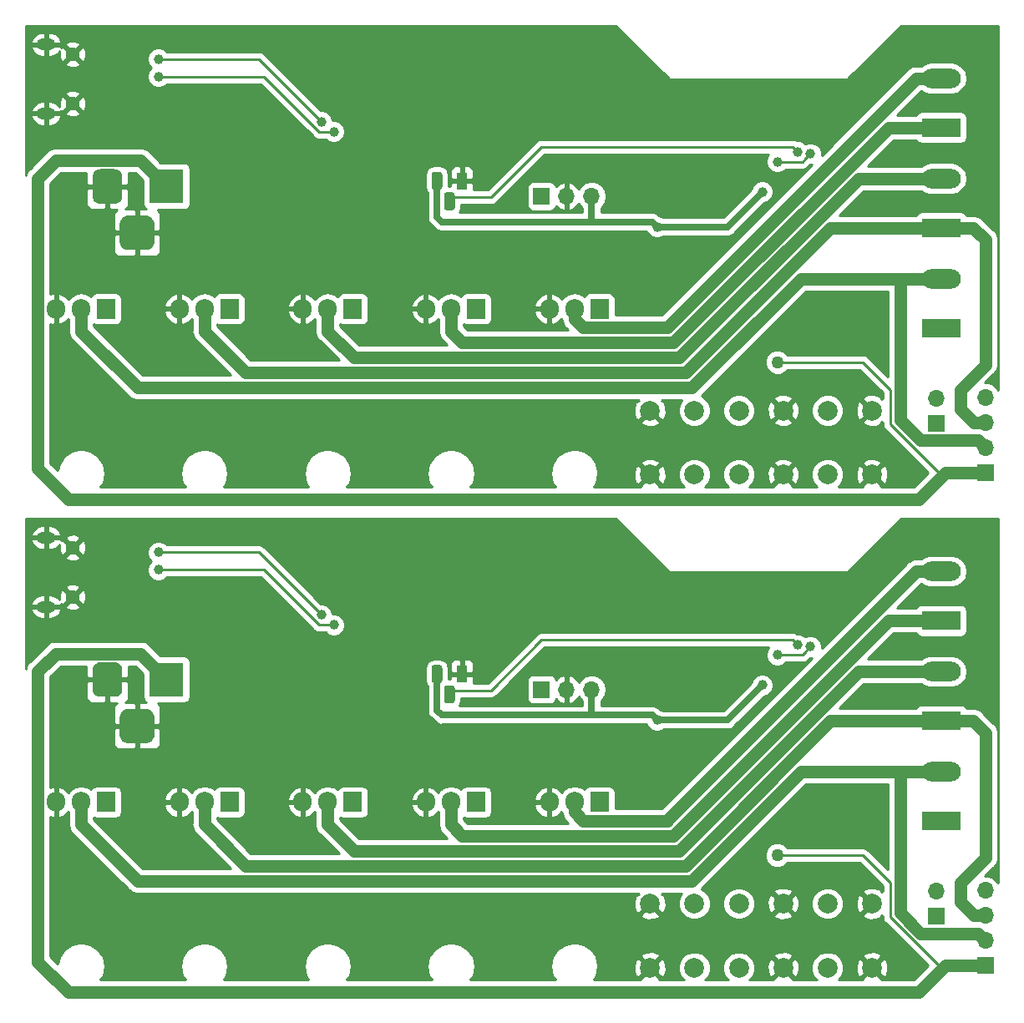
<source format=gbl>
G04 #@! TF.GenerationSoftware,KiCad,Pcbnew,5.0.2-bee76a0~70~ubuntu18.04.1*
G04 #@! TF.CreationDate,2019-01-17T01:44:13+01:00*
G04 #@! TF.ProjectId,ESPLED,4553504c-4544-42e6-9b69-6361645f7063,rev?*
G04 #@! TF.SameCoordinates,Original*
G04 #@! TF.FileFunction,Copper,L2,Bot*
G04 #@! TF.FilePolarity,Positive*
%FSLAX46Y46*%
G04 Gerber Fmt 4.6, Leading zero omitted, Abs format (unit mm)*
G04 Created by KiCad (PCBNEW 5.0.2-bee76a0~70~ubuntu18.04.1) date Do 17 Jan 2019 01:44:13 CET*
%MOMM*%
%LPD*%
G01*
G04 APERTURE LIST*
G04 #@! TA.AperFunction,ComponentPad*
%ADD10C,2.000000*%
G04 #@! TD*
G04 #@! TA.AperFunction,ComponentPad*
%ADD11O,1.905000X2.000000*%
G04 #@! TD*
G04 #@! TA.AperFunction,ComponentPad*
%ADD12R,1.905000X2.000000*%
G04 #@! TD*
G04 #@! TA.AperFunction,ComponentPad*
%ADD13O,3.960000X1.980000*%
G04 #@! TD*
G04 #@! TA.AperFunction,ComponentPad*
%ADD14R,3.960000X1.980000*%
G04 #@! TD*
G04 #@! TA.AperFunction,ComponentPad*
%ADD15O,1.900000X1.200000*%
G04 #@! TD*
G04 #@! TA.AperFunction,ComponentPad*
%ADD16C,1.450000*%
G04 #@! TD*
G04 #@! TA.AperFunction,ComponentPad*
%ADD17R,1.100000X1.800000*%
G04 #@! TD*
G04 #@! TA.AperFunction,Conductor*
%ADD18C,0.100000*%
G04 #@! TD*
G04 #@! TA.AperFunction,ComponentPad*
%ADD19C,1.100000*%
G04 #@! TD*
G04 #@! TA.AperFunction,ComponentPad*
%ADD20O,1.700000X1.700000*%
G04 #@! TD*
G04 #@! TA.AperFunction,ComponentPad*
%ADD21R,1.700000X1.700000*%
G04 #@! TD*
G04 #@! TA.AperFunction,ComponentPad*
%ADD22C,3.500000*%
G04 #@! TD*
G04 #@! TA.AperFunction,ComponentPad*
%ADD23C,3.000000*%
G04 #@! TD*
G04 #@! TA.AperFunction,ComponentPad*
%ADD24R,3.500000X3.500000*%
G04 #@! TD*
G04 #@! TA.AperFunction,ViaPad*
%ADD25C,1.270000*%
G04 #@! TD*
G04 #@! TA.AperFunction,ViaPad*
%ADD26C,1.000000*%
G04 #@! TD*
G04 #@! TA.AperFunction,Conductor*
%ADD27C,1.270000*%
G04 #@! TD*
G04 #@! TA.AperFunction,Conductor*
%ADD28C,0.254000*%
G04 #@! TD*
G04 #@! TA.AperFunction,Conductor*
%ADD29C,0.635000*%
G04 #@! TD*
G04 APERTURE END LIST*
D10*
G04 #@! TO.P,SW2,1*
G04 #@! TO.N,Net-(SW2-Pad1)*
X165000000Y-84722000D03*
G04 #@! TO.P,SW2,2*
G04 #@! TO.N,GND*
X169500000Y-84722000D03*
G04 #@! TO.P,SW2,1*
G04 #@! TO.N,Net-(SW2-Pad1)*
X165000000Y-91222000D03*
G04 #@! TO.P,SW2,2*
G04 #@! TO.N,GND*
X169500000Y-91222000D03*
G04 #@! TD*
G04 #@! TO.P,SW3,1*
G04 #@! TO.N,Net-(SW3-Pad1)*
X174000000Y-84722000D03*
G04 #@! TO.P,SW3,2*
G04 #@! TO.N,GND*
X178500000Y-84722000D03*
G04 #@! TO.P,SW3,1*
G04 #@! TO.N,Net-(SW3-Pad1)*
X174000000Y-91222000D03*
G04 #@! TO.P,SW3,2*
G04 #@! TO.N,GND*
X178500000Y-91222000D03*
G04 #@! TD*
D11*
G04 #@! TO.P,Q3,3*
G04 #@! TO.N,GND*
X120781035Y-74420101D03*
G04 #@! TO.P,Q3,2*
G04 #@! TO.N,/CH3*
X123321035Y-74420101D03*
D12*
G04 #@! TO.P,Q3,1*
G04 #@! TO.N,Net-(Q3-Pad1)*
X125861035Y-74420101D03*
G04 #@! TD*
G04 #@! TO.P,Q5,1*
G04 #@! TO.N,Net-(Q5-Pad1)*
X150873785Y-74420101D03*
D11*
G04 #@! TO.P,Q5,2*
G04 #@! TO.N,/CH5*
X148333785Y-74420101D03*
G04 #@! TO.P,Q5,3*
G04 #@! TO.N,GND*
X145793785Y-74420101D03*
G04 #@! TD*
D13*
G04 #@! TO.P,P2,2*
G04 #@! TO.N,/CH3*
X185515000Y-61192000D03*
D14*
G04 #@! TO.P,P2,1*
G04 #@! TO.N,/CH2*
X185515000Y-66192000D03*
G04 #@! TD*
D13*
G04 #@! TO.P,P3,2*
G04 #@! TO.N,/CH1*
X185515000Y-71352000D03*
D14*
G04 #@! TO.P,P3,1*
G04 #@! TO.N,+12V*
X185515000Y-76352000D03*
G04 #@! TD*
D12*
G04 #@! TO.P,Q2,1*
G04 #@! TO.N,Net-(Q2-Pad1)*
X113364222Y-74420101D03*
D11*
G04 #@! TO.P,Q2,2*
G04 #@! TO.N,/CH2*
X110824222Y-74420101D03*
G04 #@! TO.P,Q2,3*
G04 #@! TO.N,GND*
X108284222Y-74420101D03*
G04 #@! TD*
D14*
G04 #@! TO.P,P1,1*
G04 #@! TO.N,/CH4*
X185515000Y-56032000D03*
D13*
G04 #@! TO.P,P1,2*
G04 #@! TO.N,/CH5*
X185515000Y-51032000D03*
G04 #@! TD*
D11*
G04 #@! TO.P,Q4,3*
G04 #@! TO.N,GND*
X133290596Y-74420101D03*
G04 #@! TO.P,Q4,2*
G04 #@! TO.N,/CH4*
X135830596Y-74420101D03*
D12*
G04 #@! TO.P,Q4,1*
G04 #@! TO.N,Net-(Q4-Pad1)*
X138370596Y-74420101D03*
G04 #@! TD*
D15*
G04 #@! TO.P,J1,6*
G04 #@! TO.N,GND*
X94774500Y-54620000D03*
X94774500Y-47620000D03*
D16*
X97474500Y-53620000D03*
X97474500Y-48620000D03*
G04 #@! TD*
D11*
G04 #@! TO.P,Q1,3*
G04 #@! TO.N,GND*
X95787409Y-74420101D03*
G04 #@! TO.P,Q1,2*
G04 #@! TO.N,/CH1*
X98327409Y-74420101D03*
D12*
G04 #@! TO.P,Q1,1*
G04 #@! TO.N,Net-(Q1-Pad1)*
X100867409Y-74420101D03*
G04 #@! TD*
D17*
G04 #@! TO.P,U4,1*
G04 #@! TO.N,GND*
X136933500Y-61438000D03*
D18*
G04 #@! TD*
G04 #@! TO.N,+3V3*
G04 #@! TO.C,U4*
G36*
X134695455Y-60539324D02*
X134722150Y-60543284D01*
X134748328Y-60549841D01*
X134773738Y-60558933D01*
X134798134Y-60570472D01*
X134821282Y-60584346D01*
X134842958Y-60600422D01*
X134862954Y-60618546D01*
X134881078Y-60638542D01*
X134897154Y-60660218D01*
X134911028Y-60683366D01*
X134922567Y-60707762D01*
X134931659Y-60733172D01*
X134938216Y-60759350D01*
X134942176Y-60786045D01*
X134943500Y-60813000D01*
X134943500Y-62063000D01*
X134942176Y-62089955D01*
X134938216Y-62116650D01*
X134931659Y-62142828D01*
X134922567Y-62168238D01*
X134911028Y-62192634D01*
X134897154Y-62215782D01*
X134881078Y-62237458D01*
X134862954Y-62257454D01*
X134842958Y-62275578D01*
X134821282Y-62291654D01*
X134798134Y-62305528D01*
X134773738Y-62317067D01*
X134748328Y-62326159D01*
X134722150Y-62332716D01*
X134695455Y-62336676D01*
X134668500Y-62338000D01*
X134118500Y-62338000D01*
X134091545Y-62336676D01*
X134064850Y-62332716D01*
X134038672Y-62326159D01*
X134013262Y-62317067D01*
X133988866Y-62305528D01*
X133965718Y-62291654D01*
X133944042Y-62275578D01*
X133924046Y-62257454D01*
X133905922Y-62237458D01*
X133889846Y-62215782D01*
X133875972Y-62192634D01*
X133864433Y-62168238D01*
X133855341Y-62142828D01*
X133848784Y-62116650D01*
X133844824Y-62089955D01*
X133843500Y-62063000D01*
X133843500Y-60813000D01*
X133844824Y-60786045D01*
X133848784Y-60759350D01*
X133855341Y-60733172D01*
X133864433Y-60707762D01*
X133875972Y-60683366D01*
X133889846Y-60660218D01*
X133905922Y-60638542D01*
X133924046Y-60618546D01*
X133944042Y-60600422D01*
X133965718Y-60584346D01*
X133988866Y-60570472D01*
X134013262Y-60558933D01*
X134038672Y-60549841D01*
X134064850Y-60543284D01*
X134091545Y-60539324D01*
X134118500Y-60538000D01*
X134668500Y-60538000D01*
X134695455Y-60539324D01*
X134695455Y-60539324D01*
G37*
D19*
G04 #@! TO.P,U4,3*
G04 #@! TO.N,+3V3*
X134393500Y-61438000D03*
D18*
G04 #@! TD*
G04 #@! TO.N,Net-(R8-Pad2)*
G04 #@! TO.C,U4*
G36*
X135965455Y-62609324D02*
X135992150Y-62613284D01*
X136018328Y-62619841D01*
X136043738Y-62628933D01*
X136068134Y-62640472D01*
X136091282Y-62654346D01*
X136112958Y-62670422D01*
X136132954Y-62688546D01*
X136151078Y-62708542D01*
X136167154Y-62730218D01*
X136181028Y-62753366D01*
X136192567Y-62777762D01*
X136201659Y-62803172D01*
X136208216Y-62829350D01*
X136212176Y-62856045D01*
X136213500Y-62883000D01*
X136213500Y-64133000D01*
X136212176Y-64159955D01*
X136208216Y-64186650D01*
X136201659Y-64212828D01*
X136192567Y-64238238D01*
X136181028Y-64262634D01*
X136167154Y-64285782D01*
X136151078Y-64307458D01*
X136132954Y-64327454D01*
X136112958Y-64345578D01*
X136091282Y-64361654D01*
X136068134Y-64375528D01*
X136043738Y-64387067D01*
X136018328Y-64396159D01*
X135992150Y-64402716D01*
X135965455Y-64406676D01*
X135938500Y-64408000D01*
X135388500Y-64408000D01*
X135361545Y-64406676D01*
X135334850Y-64402716D01*
X135308672Y-64396159D01*
X135283262Y-64387067D01*
X135258866Y-64375528D01*
X135235718Y-64361654D01*
X135214042Y-64345578D01*
X135194046Y-64327454D01*
X135175922Y-64307458D01*
X135159846Y-64285782D01*
X135145972Y-64262634D01*
X135134433Y-64238238D01*
X135125341Y-64212828D01*
X135118784Y-64186650D01*
X135114824Y-64159955D01*
X135113500Y-64133000D01*
X135113500Y-62883000D01*
X135114824Y-62856045D01*
X135118784Y-62829350D01*
X135125341Y-62803172D01*
X135134433Y-62777762D01*
X135145972Y-62753366D01*
X135159846Y-62730218D01*
X135175922Y-62708542D01*
X135194046Y-62688546D01*
X135214042Y-62670422D01*
X135235718Y-62654346D01*
X135258866Y-62640472D01*
X135283262Y-62628933D01*
X135308672Y-62619841D01*
X135334850Y-62613284D01*
X135361545Y-62609324D01*
X135388500Y-62608000D01*
X135938500Y-62608000D01*
X135965455Y-62609324D01*
X135965455Y-62609324D01*
G37*
D19*
G04 #@! TO.P,U4,2*
G04 #@! TO.N,Net-(R8-Pad2)*
X135663500Y-63508000D03*
G04 #@! TD*
D20*
G04 #@! TO.P,J4,3*
G04 #@! TO.N,+3V3*
X150080000Y-63000000D03*
G04 #@! TO.P,J4,2*
G04 #@! TO.N,GND*
X147540000Y-63000000D03*
D21*
G04 #@! TO.P,J4,1*
G04 #@! TO.N,Net-(J4-Pad1)*
X145000000Y-63000000D03*
G04 #@! TD*
D20*
G04 #@! TO.P,J3,2*
G04 #@! TO.N,/CH5*
X185000000Y-83460000D03*
D21*
G04 #@! TO.P,J3,1*
G04 #@! TO.N,/CH4*
X185000000Y-86000000D03*
G04 #@! TD*
D20*
G04 #@! TO.P,J2,4*
G04 #@! TO.N,/CH3*
X190000000Y-83380000D03*
G04 #@! TO.P,J2,3*
G04 #@! TO.N,/CH2*
X190000000Y-85920000D03*
G04 #@! TO.P,J2,2*
G04 #@! TO.N,/CH1*
X190000000Y-88460000D03*
D21*
G04 #@! TO.P,J2,1*
G04 #@! TO.N,+12V*
X190000000Y-91000000D03*
G04 #@! TD*
D18*
G04 #@! TO.N,GND*
G04 #@! TO.C,CON1*
G36*
X104960765Y-64954213D02*
X105045704Y-64966813D01*
X105128999Y-64987677D01*
X105209848Y-65016605D01*
X105287472Y-65053319D01*
X105361124Y-65097464D01*
X105430094Y-65148616D01*
X105493718Y-65206282D01*
X105551384Y-65269906D01*
X105602536Y-65338876D01*
X105646681Y-65412528D01*
X105683395Y-65490152D01*
X105712323Y-65571001D01*
X105733187Y-65654296D01*
X105745787Y-65739235D01*
X105750000Y-65825000D01*
X105750000Y-67575000D01*
X105745787Y-67660765D01*
X105733187Y-67745704D01*
X105712323Y-67828999D01*
X105683395Y-67909848D01*
X105646681Y-67987472D01*
X105602536Y-68061124D01*
X105551384Y-68130094D01*
X105493718Y-68193718D01*
X105430094Y-68251384D01*
X105361124Y-68302536D01*
X105287472Y-68346681D01*
X105209848Y-68383395D01*
X105128999Y-68412323D01*
X105045704Y-68433187D01*
X104960765Y-68445787D01*
X104875000Y-68450000D01*
X103125000Y-68450000D01*
X103039235Y-68445787D01*
X102954296Y-68433187D01*
X102871001Y-68412323D01*
X102790152Y-68383395D01*
X102712528Y-68346681D01*
X102638876Y-68302536D01*
X102569906Y-68251384D01*
X102506282Y-68193718D01*
X102448616Y-68130094D01*
X102397464Y-68061124D01*
X102353319Y-67987472D01*
X102316605Y-67909848D01*
X102287677Y-67828999D01*
X102266813Y-67745704D01*
X102254213Y-67660765D01*
X102250000Y-67575000D01*
X102250000Y-65825000D01*
X102254213Y-65739235D01*
X102266813Y-65654296D01*
X102287677Y-65571001D01*
X102316605Y-65490152D01*
X102353319Y-65412528D01*
X102397464Y-65338876D01*
X102448616Y-65269906D01*
X102506282Y-65206282D01*
X102569906Y-65148616D01*
X102638876Y-65097464D01*
X102712528Y-65053319D01*
X102790152Y-65016605D01*
X102871001Y-64987677D01*
X102954296Y-64966813D01*
X103039235Y-64954213D01*
X103125000Y-64950000D01*
X104875000Y-64950000D01*
X104960765Y-64954213D01*
X104960765Y-64954213D01*
G37*
D22*
G04 #@! TD*
G04 #@! TO.P,CON1,3*
G04 #@! TO.N,GND*
X104000000Y-66700000D03*
D18*
G04 #@! TO.N,GND*
G04 #@! TO.C,CON1*
G36*
X101823513Y-60253611D02*
X101896318Y-60264411D01*
X101967714Y-60282295D01*
X102037013Y-60307090D01*
X102103548Y-60338559D01*
X102166678Y-60376398D01*
X102225795Y-60420242D01*
X102280330Y-60469670D01*
X102329758Y-60524205D01*
X102373602Y-60583322D01*
X102411441Y-60646452D01*
X102442910Y-60712987D01*
X102467705Y-60782286D01*
X102485589Y-60853682D01*
X102496389Y-60926487D01*
X102500000Y-61000000D01*
X102500000Y-63000000D01*
X102496389Y-63073513D01*
X102485589Y-63146318D01*
X102467705Y-63217714D01*
X102442910Y-63287013D01*
X102411441Y-63353548D01*
X102373602Y-63416678D01*
X102329758Y-63475795D01*
X102280330Y-63530330D01*
X102225795Y-63579758D01*
X102166678Y-63623602D01*
X102103548Y-63661441D01*
X102037013Y-63692910D01*
X101967714Y-63717705D01*
X101896318Y-63735589D01*
X101823513Y-63746389D01*
X101750000Y-63750000D01*
X100250000Y-63750000D01*
X100176487Y-63746389D01*
X100103682Y-63735589D01*
X100032286Y-63717705D01*
X99962987Y-63692910D01*
X99896452Y-63661441D01*
X99833322Y-63623602D01*
X99774205Y-63579758D01*
X99719670Y-63530330D01*
X99670242Y-63475795D01*
X99626398Y-63416678D01*
X99588559Y-63353548D01*
X99557090Y-63287013D01*
X99532295Y-63217714D01*
X99514411Y-63146318D01*
X99503611Y-63073513D01*
X99500000Y-63000000D01*
X99500000Y-61000000D01*
X99503611Y-60926487D01*
X99514411Y-60853682D01*
X99532295Y-60782286D01*
X99557090Y-60712987D01*
X99588559Y-60646452D01*
X99626398Y-60583322D01*
X99670242Y-60524205D01*
X99719670Y-60469670D01*
X99774205Y-60420242D01*
X99833322Y-60376398D01*
X99896452Y-60338559D01*
X99962987Y-60307090D01*
X100032286Y-60282295D01*
X100103682Y-60264411D01*
X100176487Y-60253611D01*
X100250000Y-60250000D01*
X101750000Y-60250000D01*
X101823513Y-60253611D01*
X101823513Y-60253611D01*
G37*
D23*
G04 #@! TD*
G04 #@! TO.P,CON1,2*
G04 #@! TO.N,GND*
X101000000Y-62000000D03*
D24*
G04 #@! TO.P,CON1,1*
G04 #@! TO.N,+12V*
X107000000Y-62000000D03*
G04 #@! TD*
D10*
G04 #@! TO.P,SW1,2*
G04 #@! TO.N,Net-(SW1-Pad2)*
X160500000Y-91222000D03*
G04 #@! TO.P,SW1,1*
G04 #@! TO.N,GND*
X156000000Y-91222000D03*
G04 #@! TO.P,SW1,2*
G04 #@! TO.N,Net-(SW1-Pad2)*
X160500000Y-84722000D03*
G04 #@! TO.P,SW1,1*
G04 #@! TO.N,GND*
X156000000Y-84722000D03*
G04 #@! TD*
G04 #@! TO.P,SW1,1*
G04 #@! TO.N,GND*
X156000000Y-134722000D03*
G04 #@! TO.P,SW1,2*
G04 #@! TO.N,Net-(SW1-Pad2)*
X160500000Y-134722000D03*
G04 #@! TO.P,SW1,1*
G04 #@! TO.N,GND*
X156000000Y-141222000D03*
G04 #@! TO.P,SW1,2*
G04 #@! TO.N,Net-(SW1-Pad2)*
X160500000Y-141222000D03*
G04 #@! TD*
D13*
G04 #@! TO.P,P1,2*
G04 #@! TO.N,/CH5*
X185515000Y-101032000D03*
D14*
G04 #@! TO.P,P1,1*
G04 #@! TO.N,/CH4*
X185515000Y-106032000D03*
G04 #@! TD*
D11*
G04 #@! TO.P,Q5,3*
G04 #@! TO.N,GND*
X145793785Y-124420101D03*
G04 #@! TO.P,Q5,2*
G04 #@! TO.N,/CH5*
X148333785Y-124420101D03*
D12*
G04 #@! TO.P,Q5,1*
G04 #@! TO.N,Net-(Q5-Pad1)*
X150873785Y-124420101D03*
G04 #@! TD*
D10*
G04 #@! TO.P,SW2,2*
G04 #@! TO.N,GND*
X169500000Y-141222000D03*
G04 #@! TO.P,SW2,1*
G04 #@! TO.N,Net-(SW2-Pad1)*
X165000000Y-141222000D03*
G04 #@! TO.P,SW2,2*
G04 #@! TO.N,GND*
X169500000Y-134722000D03*
G04 #@! TO.P,SW2,1*
G04 #@! TO.N,Net-(SW2-Pad1)*
X165000000Y-134722000D03*
G04 #@! TD*
D14*
G04 #@! TO.P,P2,1*
G04 #@! TO.N,/CH2*
X185515000Y-116192000D03*
D13*
G04 #@! TO.P,P2,2*
G04 #@! TO.N,/CH3*
X185515000Y-111192000D03*
G04 #@! TD*
D12*
G04 #@! TO.P,Q4,1*
G04 #@! TO.N,Net-(Q4-Pad1)*
X138370596Y-124420101D03*
D11*
G04 #@! TO.P,Q4,2*
G04 #@! TO.N,/CH4*
X135830596Y-124420101D03*
G04 #@! TO.P,Q4,3*
G04 #@! TO.N,GND*
X133290596Y-124420101D03*
G04 #@! TD*
D10*
G04 #@! TO.P,SW3,2*
G04 #@! TO.N,GND*
X178500000Y-141222000D03*
G04 #@! TO.P,SW3,1*
G04 #@! TO.N,Net-(SW3-Pad1)*
X174000000Y-141222000D03*
G04 #@! TO.P,SW3,2*
G04 #@! TO.N,GND*
X178500000Y-134722000D03*
G04 #@! TO.P,SW3,1*
G04 #@! TO.N,Net-(SW3-Pad1)*
X174000000Y-134722000D03*
G04 #@! TD*
D14*
G04 #@! TO.P,P3,1*
G04 #@! TO.N,+12V*
X185515000Y-126352000D03*
D13*
G04 #@! TO.P,P3,2*
G04 #@! TO.N,/CH1*
X185515000Y-121352000D03*
G04 #@! TD*
D24*
G04 #@! TO.P,CON1,1*
G04 #@! TO.N,+12V*
X107000000Y-112000000D03*
D18*
G04 #@! TD*
G04 #@! TO.N,GND*
G04 #@! TO.C,CON1*
G36*
X101823513Y-110253611D02*
X101896318Y-110264411D01*
X101967714Y-110282295D01*
X102037013Y-110307090D01*
X102103548Y-110338559D01*
X102166678Y-110376398D01*
X102225795Y-110420242D01*
X102280330Y-110469670D01*
X102329758Y-110524205D01*
X102373602Y-110583322D01*
X102411441Y-110646452D01*
X102442910Y-110712987D01*
X102467705Y-110782286D01*
X102485589Y-110853682D01*
X102496389Y-110926487D01*
X102500000Y-111000000D01*
X102500000Y-113000000D01*
X102496389Y-113073513D01*
X102485589Y-113146318D01*
X102467705Y-113217714D01*
X102442910Y-113287013D01*
X102411441Y-113353548D01*
X102373602Y-113416678D01*
X102329758Y-113475795D01*
X102280330Y-113530330D01*
X102225795Y-113579758D01*
X102166678Y-113623602D01*
X102103548Y-113661441D01*
X102037013Y-113692910D01*
X101967714Y-113717705D01*
X101896318Y-113735589D01*
X101823513Y-113746389D01*
X101750000Y-113750000D01*
X100250000Y-113750000D01*
X100176487Y-113746389D01*
X100103682Y-113735589D01*
X100032286Y-113717705D01*
X99962987Y-113692910D01*
X99896452Y-113661441D01*
X99833322Y-113623602D01*
X99774205Y-113579758D01*
X99719670Y-113530330D01*
X99670242Y-113475795D01*
X99626398Y-113416678D01*
X99588559Y-113353548D01*
X99557090Y-113287013D01*
X99532295Y-113217714D01*
X99514411Y-113146318D01*
X99503611Y-113073513D01*
X99500000Y-113000000D01*
X99500000Y-111000000D01*
X99503611Y-110926487D01*
X99514411Y-110853682D01*
X99532295Y-110782286D01*
X99557090Y-110712987D01*
X99588559Y-110646452D01*
X99626398Y-110583322D01*
X99670242Y-110524205D01*
X99719670Y-110469670D01*
X99774205Y-110420242D01*
X99833322Y-110376398D01*
X99896452Y-110338559D01*
X99962987Y-110307090D01*
X100032286Y-110282295D01*
X100103682Y-110264411D01*
X100176487Y-110253611D01*
X100250000Y-110250000D01*
X101750000Y-110250000D01*
X101823513Y-110253611D01*
X101823513Y-110253611D01*
G37*
D23*
G04 #@! TO.P,CON1,2*
G04 #@! TO.N,GND*
X101000000Y-112000000D03*
D18*
G04 #@! TD*
G04 #@! TO.N,GND*
G04 #@! TO.C,CON1*
G36*
X104960765Y-114954213D02*
X105045704Y-114966813D01*
X105128999Y-114987677D01*
X105209848Y-115016605D01*
X105287472Y-115053319D01*
X105361124Y-115097464D01*
X105430094Y-115148616D01*
X105493718Y-115206282D01*
X105551384Y-115269906D01*
X105602536Y-115338876D01*
X105646681Y-115412528D01*
X105683395Y-115490152D01*
X105712323Y-115571001D01*
X105733187Y-115654296D01*
X105745787Y-115739235D01*
X105750000Y-115825000D01*
X105750000Y-117575000D01*
X105745787Y-117660765D01*
X105733187Y-117745704D01*
X105712323Y-117828999D01*
X105683395Y-117909848D01*
X105646681Y-117987472D01*
X105602536Y-118061124D01*
X105551384Y-118130094D01*
X105493718Y-118193718D01*
X105430094Y-118251384D01*
X105361124Y-118302536D01*
X105287472Y-118346681D01*
X105209848Y-118383395D01*
X105128999Y-118412323D01*
X105045704Y-118433187D01*
X104960765Y-118445787D01*
X104875000Y-118450000D01*
X103125000Y-118450000D01*
X103039235Y-118445787D01*
X102954296Y-118433187D01*
X102871001Y-118412323D01*
X102790152Y-118383395D01*
X102712528Y-118346681D01*
X102638876Y-118302536D01*
X102569906Y-118251384D01*
X102506282Y-118193718D01*
X102448616Y-118130094D01*
X102397464Y-118061124D01*
X102353319Y-117987472D01*
X102316605Y-117909848D01*
X102287677Y-117828999D01*
X102266813Y-117745704D01*
X102254213Y-117660765D01*
X102250000Y-117575000D01*
X102250000Y-115825000D01*
X102254213Y-115739235D01*
X102266813Y-115654296D01*
X102287677Y-115571001D01*
X102316605Y-115490152D01*
X102353319Y-115412528D01*
X102397464Y-115338876D01*
X102448616Y-115269906D01*
X102506282Y-115206282D01*
X102569906Y-115148616D01*
X102638876Y-115097464D01*
X102712528Y-115053319D01*
X102790152Y-115016605D01*
X102871001Y-114987677D01*
X102954296Y-114966813D01*
X103039235Y-114954213D01*
X103125000Y-114950000D01*
X104875000Y-114950000D01*
X104960765Y-114954213D01*
X104960765Y-114954213D01*
G37*
D22*
G04 #@! TO.P,CON1,3*
G04 #@! TO.N,GND*
X104000000Y-116700000D03*
G04 #@! TD*
D16*
G04 #@! TO.P,J1,6*
G04 #@! TO.N,GND*
X97474500Y-98620000D03*
X97474500Y-103620000D03*
D15*
X94774500Y-97620000D03*
X94774500Y-104620000D03*
G04 #@! TD*
D12*
G04 #@! TO.P,Q1,1*
G04 #@! TO.N,Net-(Q1-Pad1)*
X100867409Y-124420101D03*
D11*
G04 #@! TO.P,Q1,2*
G04 #@! TO.N,/CH1*
X98327409Y-124420101D03*
G04 #@! TO.P,Q1,3*
G04 #@! TO.N,GND*
X95787409Y-124420101D03*
G04 #@! TD*
G04 #@! TO.P,Q2,3*
G04 #@! TO.N,GND*
X108284222Y-124420101D03*
G04 #@! TO.P,Q2,2*
G04 #@! TO.N,/CH2*
X110824222Y-124420101D03*
D12*
G04 #@! TO.P,Q2,1*
G04 #@! TO.N,Net-(Q2-Pad1)*
X113364222Y-124420101D03*
G04 #@! TD*
G04 #@! TO.P,Q3,1*
G04 #@! TO.N,Net-(Q3-Pad1)*
X125861035Y-124420101D03*
D11*
G04 #@! TO.P,Q3,2*
G04 #@! TO.N,/CH3*
X123321035Y-124420101D03*
G04 #@! TO.P,Q3,3*
G04 #@! TO.N,GND*
X120781035Y-124420101D03*
G04 #@! TD*
D18*
G04 #@! TO.N,Net-(R8-Pad2)*
G04 #@! TO.C,U4*
G36*
X135965455Y-112609324D02*
X135992150Y-112613284D01*
X136018328Y-112619841D01*
X136043738Y-112628933D01*
X136068134Y-112640472D01*
X136091282Y-112654346D01*
X136112958Y-112670422D01*
X136132954Y-112688546D01*
X136151078Y-112708542D01*
X136167154Y-112730218D01*
X136181028Y-112753366D01*
X136192567Y-112777762D01*
X136201659Y-112803172D01*
X136208216Y-112829350D01*
X136212176Y-112856045D01*
X136213500Y-112883000D01*
X136213500Y-114133000D01*
X136212176Y-114159955D01*
X136208216Y-114186650D01*
X136201659Y-114212828D01*
X136192567Y-114238238D01*
X136181028Y-114262634D01*
X136167154Y-114285782D01*
X136151078Y-114307458D01*
X136132954Y-114327454D01*
X136112958Y-114345578D01*
X136091282Y-114361654D01*
X136068134Y-114375528D01*
X136043738Y-114387067D01*
X136018328Y-114396159D01*
X135992150Y-114402716D01*
X135965455Y-114406676D01*
X135938500Y-114408000D01*
X135388500Y-114408000D01*
X135361545Y-114406676D01*
X135334850Y-114402716D01*
X135308672Y-114396159D01*
X135283262Y-114387067D01*
X135258866Y-114375528D01*
X135235718Y-114361654D01*
X135214042Y-114345578D01*
X135194046Y-114327454D01*
X135175922Y-114307458D01*
X135159846Y-114285782D01*
X135145972Y-114262634D01*
X135134433Y-114238238D01*
X135125341Y-114212828D01*
X135118784Y-114186650D01*
X135114824Y-114159955D01*
X135113500Y-114133000D01*
X135113500Y-112883000D01*
X135114824Y-112856045D01*
X135118784Y-112829350D01*
X135125341Y-112803172D01*
X135134433Y-112777762D01*
X135145972Y-112753366D01*
X135159846Y-112730218D01*
X135175922Y-112708542D01*
X135194046Y-112688546D01*
X135214042Y-112670422D01*
X135235718Y-112654346D01*
X135258866Y-112640472D01*
X135283262Y-112628933D01*
X135308672Y-112619841D01*
X135334850Y-112613284D01*
X135361545Y-112609324D01*
X135388500Y-112608000D01*
X135938500Y-112608000D01*
X135965455Y-112609324D01*
X135965455Y-112609324D01*
G37*
D19*
G04 #@! TD*
G04 #@! TO.P,U4,2*
G04 #@! TO.N,Net-(R8-Pad2)*
X135663500Y-113508000D03*
D18*
G04 #@! TO.N,+3V3*
G04 #@! TO.C,U4*
G36*
X134695455Y-110539324D02*
X134722150Y-110543284D01*
X134748328Y-110549841D01*
X134773738Y-110558933D01*
X134798134Y-110570472D01*
X134821282Y-110584346D01*
X134842958Y-110600422D01*
X134862954Y-110618546D01*
X134881078Y-110638542D01*
X134897154Y-110660218D01*
X134911028Y-110683366D01*
X134922567Y-110707762D01*
X134931659Y-110733172D01*
X134938216Y-110759350D01*
X134942176Y-110786045D01*
X134943500Y-110813000D01*
X134943500Y-112063000D01*
X134942176Y-112089955D01*
X134938216Y-112116650D01*
X134931659Y-112142828D01*
X134922567Y-112168238D01*
X134911028Y-112192634D01*
X134897154Y-112215782D01*
X134881078Y-112237458D01*
X134862954Y-112257454D01*
X134842958Y-112275578D01*
X134821282Y-112291654D01*
X134798134Y-112305528D01*
X134773738Y-112317067D01*
X134748328Y-112326159D01*
X134722150Y-112332716D01*
X134695455Y-112336676D01*
X134668500Y-112338000D01*
X134118500Y-112338000D01*
X134091545Y-112336676D01*
X134064850Y-112332716D01*
X134038672Y-112326159D01*
X134013262Y-112317067D01*
X133988866Y-112305528D01*
X133965718Y-112291654D01*
X133944042Y-112275578D01*
X133924046Y-112257454D01*
X133905922Y-112237458D01*
X133889846Y-112215782D01*
X133875972Y-112192634D01*
X133864433Y-112168238D01*
X133855341Y-112142828D01*
X133848784Y-112116650D01*
X133844824Y-112089955D01*
X133843500Y-112063000D01*
X133843500Y-110813000D01*
X133844824Y-110786045D01*
X133848784Y-110759350D01*
X133855341Y-110733172D01*
X133864433Y-110707762D01*
X133875972Y-110683366D01*
X133889846Y-110660218D01*
X133905922Y-110638542D01*
X133924046Y-110618546D01*
X133944042Y-110600422D01*
X133965718Y-110584346D01*
X133988866Y-110570472D01*
X134013262Y-110558933D01*
X134038672Y-110549841D01*
X134064850Y-110543284D01*
X134091545Y-110539324D01*
X134118500Y-110538000D01*
X134668500Y-110538000D01*
X134695455Y-110539324D01*
X134695455Y-110539324D01*
G37*
D19*
G04 #@! TD*
G04 #@! TO.P,U4,3*
G04 #@! TO.N,+3V3*
X134393500Y-111438000D03*
D17*
G04 #@! TO.P,U4,1*
G04 #@! TO.N,GND*
X136933500Y-111438000D03*
G04 #@! TD*
D21*
G04 #@! TO.P,J2,1*
G04 #@! TO.N,+12V*
X190000000Y-141000000D03*
D20*
G04 #@! TO.P,J2,2*
G04 #@! TO.N,/CH1*
X190000000Y-138460000D03*
G04 #@! TO.P,J2,3*
G04 #@! TO.N,/CH2*
X190000000Y-135920000D03*
G04 #@! TO.P,J2,4*
G04 #@! TO.N,/CH3*
X190000000Y-133380000D03*
G04 #@! TD*
D21*
G04 #@! TO.P,J3,1*
G04 #@! TO.N,/CH4*
X185000000Y-136000000D03*
D20*
G04 #@! TO.P,J3,2*
G04 #@! TO.N,/CH5*
X185000000Y-133460000D03*
G04 #@! TD*
D21*
G04 #@! TO.P,J4,1*
G04 #@! TO.N,Net-(J4-Pad1)*
X145000000Y-113000000D03*
D20*
G04 #@! TO.P,J4,2*
G04 #@! TO.N,GND*
X147540000Y-113000000D03*
G04 #@! TO.P,J4,3*
G04 #@! TO.N,+3V3*
X150080000Y-113000000D03*
G04 #@! TD*
D25*
G04 #@! TO.N,+12V*
X168910000Y-129822000D03*
X168910000Y-79822000D03*
D26*
G04 #@! TO.N,+3V3*
X156718000Y-116106000D03*
X167386000Y-112550000D03*
X156718000Y-66106000D03*
X167386000Y-62550000D03*
G04 #@! TO.N,Net-(J1-Pad2)*
X122682000Y-105438000D03*
X106172000Y-99088000D03*
X122682000Y-55438000D03*
X106172000Y-49088000D03*
G04 #@! TO.N,Net-(J1-Pad3)*
X123952000Y-106454000D03*
X106172000Y-100866000D03*
X123952000Y-56454000D03*
X106172000Y-50866000D03*
G04 #@! TO.N,Net-(R8-Pad2)*
X170959400Y-108486000D03*
X170959400Y-58486000D03*
G04 #@! TO.N,SIG1*
X168910000Y-109502000D03*
X172255120Y-108679480D03*
X168910000Y-59502000D03*
X172255120Y-58679480D03*
G04 #@! TD*
D27*
G04 #@! TO.N,+12V*
X185980102Y-141000000D02*
X190000000Y-141000000D01*
X183261000Y-143719102D02*
X185980102Y-141000000D01*
X104360990Y-109360990D02*
X95772010Y-109360990D01*
X95772010Y-109360990D02*
X93945899Y-111187101D01*
X93945899Y-111187101D02*
X93945899Y-140604313D01*
X107000000Y-112000000D02*
X104360990Y-109360990D01*
X93945899Y-140604313D02*
X97060688Y-143719102D01*
X97060688Y-143719102D02*
X183261000Y-143719102D01*
D28*
X185262944Y-141000000D02*
X180340000Y-136077056D01*
X185980102Y-141000000D02*
X185262944Y-141000000D01*
X180340000Y-136077056D02*
X180340000Y-132616000D01*
X180340000Y-132616000D02*
X177546000Y-129822000D01*
X177546000Y-129822000D02*
X168910000Y-129822000D01*
D27*
X185980102Y-91000000D02*
X190000000Y-91000000D01*
X183261000Y-93719102D02*
X185980102Y-91000000D01*
X104360990Y-59360990D02*
X95772010Y-59360990D01*
X95772010Y-59360990D02*
X93945899Y-61187101D01*
X93945899Y-61187101D02*
X93945899Y-90604313D01*
X107000000Y-62000000D02*
X104360990Y-59360990D01*
X93945899Y-90604313D02*
X97060688Y-93719102D01*
X97060688Y-93719102D02*
X183261000Y-93719102D01*
D28*
X185262944Y-91000000D02*
X180340000Y-86077056D01*
X185980102Y-91000000D02*
X185262944Y-91000000D01*
X180340000Y-86077056D02*
X180340000Y-82616000D01*
X180340000Y-82616000D02*
X177546000Y-79822000D01*
X177546000Y-79822000D02*
X168910000Y-79822000D01*
D29*
G04 #@! TO.N,+3V3*
X134393500Y-111838000D02*
X134393500Y-115117500D01*
X134393500Y-115117500D02*
X134874000Y-115598000D01*
X134874000Y-115598000D02*
X150114000Y-115598000D01*
X156718000Y-116106000D02*
X156210000Y-115598000D01*
X150080000Y-115564000D02*
X150114000Y-115598000D01*
X150080000Y-113000000D02*
X150080000Y-115564000D01*
X156210000Y-115598000D02*
X150114000Y-115598000D01*
X156718000Y-116106000D02*
X163830000Y-116106000D01*
X163830000Y-116106000D02*
X167386000Y-112550000D01*
X134393500Y-61838000D02*
X134393500Y-65117500D01*
X134393500Y-65117500D02*
X134874000Y-65598000D01*
X134874000Y-65598000D02*
X150114000Y-65598000D01*
X156718000Y-66106000D02*
X156210000Y-65598000D01*
X150080000Y-65564000D02*
X150114000Y-65598000D01*
X150080000Y-63000000D02*
X150080000Y-65564000D01*
X156210000Y-65598000D02*
X150114000Y-65598000D01*
X156718000Y-66106000D02*
X163830000Y-66106000D01*
X163830000Y-66106000D02*
X167386000Y-62550000D01*
D28*
G04 #@! TO.N,Net-(J1-Pad2)*
X116332000Y-99088000D02*
X122682000Y-105438000D01*
X106172000Y-99088000D02*
X116332000Y-99088000D01*
X116332000Y-49088000D02*
X122682000Y-55438000D01*
X106172000Y-49088000D02*
X116332000Y-49088000D01*
G04 #@! TO.N,Net-(J1-Pad3)*
X122428000Y-106454000D02*
X123952000Y-106454000D01*
X116840000Y-100866000D02*
X122428000Y-106454000D01*
X106172000Y-100866000D02*
X116840000Y-100866000D01*
X122428000Y-56454000D02*
X123952000Y-56454000D01*
X116840000Y-50866000D02*
X122428000Y-56454000D01*
X106172000Y-50866000D02*
X116840000Y-50866000D01*
G04 #@! TO.N,Net-(R8-Pad2)*
X170459401Y-107986001D02*
X170959400Y-108486000D01*
X170447999Y-107986001D02*
X170459401Y-107986001D01*
X170434000Y-108000000D02*
X170447999Y-107986001D01*
X145000000Y-108000000D02*
X170434000Y-108000000D01*
X139892000Y-113108000D02*
X145000000Y-108000000D01*
X135663500Y-113108000D02*
X139892000Y-113108000D01*
X170459401Y-57986001D02*
X170959400Y-58486000D01*
X170447999Y-57986001D02*
X170459401Y-57986001D01*
X170434000Y-58000000D02*
X170447999Y-57986001D01*
X145000000Y-58000000D02*
X170434000Y-58000000D01*
X139892000Y-63108000D02*
X145000000Y-58000000D01*
X135663500Y-63108000D02*
X139892000Y-63108000D01*
D27*
G04 #@! TO.N,/CH1*
X104042450Y-132405142D02*
X160248957Y-132405142D01*
X160248957Y-132405142D02*
X171302098Y-121352000D01*
X98327409Y-124420101D02*
X98327409Y-126690101D01*
X98327409Y-126690101D02*
X104042450Y-132405142D01*
X183438799Y-137739001D02*
X181356000Y-135656202D01*
X189279001Y-137739001D02*
X183438799Y-137739001D01*
X181356000Y-135656202D02*
X181356000Y-121352000D01*
X190000000Y-138460000D02*
X189279001Y-137739001D01*
X171302098Y-121352000D02*
X181356000Y-121352000D01*
X181356000Y-121352000D02*
X185515000Y-121352000D01*
X104042450Y-82405142D02*
X160248957Y-82405142D01*
X160248957Y-82405142D02*
X171302098Y-71352000D01*
X98327409Y-74420101D02*
X98327409Y-76690101D01*
X98327409Y-76690101D02*
X104042450Y-82405142D01*
X183438799Y-87739001D02*
X181356000Y-85656202D01*
X189279001Y-87739001D02*
X183438799Y-87739001D01*
X181356000Y-85656202D02*
X181356000Y-71352000D01*
X190000000Y-88460000D02*
X189279001Y-87739001D01*
X171302098Y-71352000D02*
X181356000Y-71352000D01*
X181356000Y-71352000D02*
X185515000Y-71352000D01*
G04 #@! TO.N,/CH2*
X188797919Y-135920000D02*
X190000000Y-135920000D01*
X185515000Y-116192000D02*
X188765000Y-116192000D01*
X188765000Y-116192000D02*
X189992000Y-117419000D01*
X187452000Y-132616000D02*
X187452000Y-134574081D01*
X189992000Y-117419000D02*
X189992000Y-130076000D01*
X189992000Y-130076000D02*
X187452000Y-132616000D01*
X187452000Y-134574081D02*
X188797919Y-135920000D01*
X110824222Y-126690101D02*
X110824222Y-124420101D01*
X115015253Y-130881132D02*
X110824222Y-126690101D01*
X159617692Y-130881132D02*
X115015253Y-130881132D01*
X174306823Y-116192000D02*
X159617692Y-130881132D01*
X185515000Y-116192000D02*
X174306823Y-116192000D01*
X188797919Y-85920000D02*
X190000000Y-85920000D01*
X185515000Y-66192000D02*
X188765000Y-66192000D01*
X188765000Y-66192000D02*
X189992000Y-67419000D01*
X187452000Y-82616000D02*
X187452000Y-84574081D01*
X189992000Y-67419000D02*
X189992000Y-80076000D01*
X189992000Y-80076000D02*
X187452000Y-82616000D01*
X187452000Y-84574081D02*
X188797919Y-85920000D01*
X110824222Y-76690101D02*
X110824222Y-74420101D01*
X115015253Y-80881132D02*
X110824222Y-76690101D01*
X159617692Y-80881132D02*
X115015253Y-80881132D01*
X174306823Y-66192000D02*
X159617692Y-80881132D01*
X185515000Y-66192000D02*
X174306823Y-66192000D01*
G04 #@! TO.N,/CH3*
X123321035Y-124420101D02*
X123321035Y-125432803D01*
X123321035Y-126690101D02*
X123321035Y-124420101D01*
X125988056Y-129357122D02*
X123321035Y-126690101D01*
X158986427Y-129357122D02*
X125988056Y-129357122D01*
X177151548Y-111192000D02*
X158986427Y-129357122D01*
X185515000Y-111192000D02*
X177151548Y-111192000D01*
X123321035Y-74420101D02*
X123321035Y-75432803D01*
X123321035Y-76690101D02*
X123321035Y-74420101D01*
X125988056Y-79357122D02*
X123321035Y-76690101D01*
X158986427Y-79357122D02*
X125988056Y-79357122D01*
X177151548Y-61192000D02*
X158986427Y-79357122D01*
X185515000Y-61192000D02*
X177151548Y-61192000D01*
G04 #@! TO.N,/CH4*
X136973607Y-127833112D02*
X158355162Y-127833112D01*
X135830596Y-124420101D02*
X135830596Y-126690101D01*
X135830596Y-126690101D02*
X136973607Y-127833112D01*
X180156274Y-106032000D02*
X185515000Y-106032000D01*
X158355162Y-127833112D02*
X180156274Y-106032000D01*
X136973607Y-77833112D02*
X158355162Y-77833112D01*
X135830596Y-74420101D02*
X135830596Y-76690101D01*
X135830596Y-76690101D02*
X136973607Y-77833112D01*
X180156274Y-56032000D02*
X185515000Y-56032000D01*
X158355162Y-77833112D02*
X180156274Y-56032000D01*
G04 #@! TO.N,/CH5*
X182968000Y-101032000D02*
X185515000Y-101032000D01*
X157723898Y-126276102D02*
X182968000Y-101032000D01*
X157723898Y-126309102D02*
X157723898Y-126276102D01*
X149210084Y-126309102D02*
X157723898Y-126309102D01*
X148333785Y-124420101D02*
X148333785Y-125432803D01*
X148333785Y-125432803D02*
X149210084Y-126309102D01*
X182968000Y-51032000D02*
X185515000Y-51032000D01*
X157723898Y-76276102D02*
X182968000Y-51032000D01*
X157723898Y-76309102D02*
X157723898Y-76276102D01*
X149210084Y-76309102D02*
X157723898Y-76309102D01*
X148333785Y-74420101D02*
X148333785Y-75432803D01*
X148333785Y-75432803D02*
X149210084Y-76309102D01*
D28*
G04 #@! TO.N,SIG1*
X172212000Y-108722600D02*
X172255120Y-108679480D01*
X172255120Y-108679480D02*
X171738801Y-109195799D01*
X171738801Y-109195799D02*
X171738801Y-109213199D01*
X171450000Y-109502000D02*
X168910000Y-109502000D01*
X171738801Y-109213199D02*
X171450000Y-109502000D01*
X172212000Y-58722600D02*
X172255120Y-58679480D01*
X172255120Y-58679480D02*
X171738801Y-59195799D01*
X171738801Y-59195799D02*
X171738801Y-59213199D01*
X171450000Y-59502000D02*
X168910000Y-59502000D01*
X171738801Y-59213199D02*
X171450000Y-59502000D01*
G04 #@! TD*
G04 #@! TO.N,GND*
G36*
X157910197Y-101089803D02*
X157951399Y-101117333D01*
X158000000Y-101127000D01*
X176000000Y-101127000D01*
X176048601Y-101117333D01*
X176089803Y-101089803D01*
X181469606Y-95710000D01*
X191290000Y-95710000D01*
X191290001Y-132637694D01*
X191070625Y-132309375D01*
X190579418Y-131981161D01*
X190146256Y-131895000D01*
X189969051Y-131895000D01*
X190801584Y-131062468D01*
X190907618Y-130991618D01*
X190978467Y-130885585D01*
X190978470Y-130885582D01*
X191188312Y-130571530D01*
X191188313Y-130571529D01*
X191262000Y-130201080D01*
X191262000Y-130201076D01*
X191286879Y-130076001D01*
X191262000Y-129950926D01*
X191262000Y-117544074D01*
X191286879Y-117418999D01*
X191262000Y-117293924D01*
X191262000Y-117293920D01*
X191188313Y-116923471D01*
X190907618Y-116503382D01*
X190801582Y-116432531D01*
X189751471Y-115382421D01*
X189680618Y-115276382D01*
X189260529Y-114995687D01*
X188890080Y-114922000D01*
X188890075Y-114922000D01*
X188765000Y-114897121D01*
X188639925Y-114922000D01*
X188071618Y-114922000D01*
X187952809Y-114744191D01*
X187742765Y-114603843D01*
X187495000Y-114554560D01*
X183535000Y-114554560D01*
X183287235Y-114603843D01*
X183077191Y-114744191D01*
X182958382Y-114922000D01*
X175217599Y-114922000D01*
X177677599Y-112462000D01*
X183500768Y-112462000D01*
X183890957Y-112722716D01*
X184364955Y-112817000D01*
X186665045Y-112817000D01*
X187139043Y-112722716D01*
X187676559Y-112363559D01*
X188035716Y-111826043D01*
X188161835Y-111192000D01*
X188035716Y-110557957D01*
X187676559Y-110020441D01*
X187139043Y-109661284D01*
X186665045Y-109567000D01*
X184364955Y-109567000D01*
X183890957Y-109661284D01*
X183500768Y-109922000D01*
X178062325Y-109922000D01*
X180682325Y-107302000D01*
X182958382Y-107302000D01*
X183077191Y-107479809D01*
X183287235Y-107620157D01*
X183535000Y-107669440D01*
X187495000Y-107669440D01*
X187742765Y-107620157D01*
X187952809Y-107479809D01*
X188093157Y-107269765D01*
X188142440Y-107022000D01*
X188142440Y-105042000D01*
X188093157Y-104794235D01*
X187952809Y-104584191D01*
X187742765Y-104443843D01*
X187495000Y-104394560D01*
X183535000Y-104394560D01*
X183287235Y-104443843D01*
X183077191Y-104584191D01*
X182958382Y-104762000D01*
X181034051Y-104762000D01*
X183494051Y-102302000D01*
X183500768Y-102302000D01*
X183890957Y-102562716D01*
X184364955Y-102657000D01*
X186665045Y-102657000D01*
X187139043Y-102562716D01*
X187676559Y-102203559D01*
X188035716Y-101666043D01*
X188161835Y-101032000D01*
X188035716Y-100397957D01*
X187676559Y-99860441D01*
X187139043Y-99501284D01*
X186665045Y-99407000D01*
X184364955Y-99407000D01*
X183890957Y-99501284D01*
X183500768Y-99762000D01*
X183093074Y-99762000D01*
X182967999Y-99737121D01*
X182842924Y-99762000D01*
X182842920Y-99762000D01*
X182472471Y-99835687D01*
X182281727Y-99963138D01*
X182238066Y-99992312D01*
X182052382Y-100116382D01*
X181981531Y-100222418D01*
X173390120Y-108813829D01*
X173390120Y-108453714D01*
X173217327Y-108036554D01*
X172898046Y-107717273D01*
X172480886Y-107544480D01*
X172029354Y-107544480D01*
X171742027Y-107663494D01*
X171602326Y-107523793D01*
X171185166Y-107351000D01*
X170880618Y-107351000D01*
X170756718Y-107268213D01*
X170534449Y-107224001D01*
X170534444Y-107224001D01*
X170459401Y-107209074D01*
X170453702Y-107210208D01*
X170447999Y-107209073D01*
X170372952Y-107224001D01*
X170372951Y-107224001D01*
X170302573Y-107238000D01*
X145075047Y-107238000D01*
X145000000Y-107223072D01*
X144924953Y-107238000D01*
X144924952Y-107238000D01*
X144702683Y-107282212D01*
X144450629Y-107450629D01*
X144408118Y-107514251D01*
X139576370Y-112346000D01*
X138118500Y-112346000D01*
X138118500Y-111723750D01*
X137959750Y-111565000D01*
X137060500Y-111565000D01*
X137060500Y-111585000D01*
X136806500Y-111585000D01*
X136806500Y-111565000D01*
X135907250Y-111565000D01*
X135748500Y-111723750D01*
X135748500Y-111960560D01*
X135590940Y-111960560D01*
X135590940Y-110813000D01*
X135520723Y-110459997D01*
X135488446Y-110411690D01*
X135748500Y-110411690D01*
X135748500Y-111152250D01*
X135907250Y-111311000D01*
X136806500Y-111311000D01*
X136806500Y-110061750D01*
X137060500Y-110061750D01*
X137060500Y-111311000D01*
X137959750Y-111311000D01*
X138118500Y-111152250D01*
X138118500Y-110411690D01*
X138021827Y-110178301D01*
X137843198Y-109999673D01*
X137609809Y-109903000D01*
X137219250Y-109903000D01*
X137060500Y-110061750D01*
X136806500Y-110061750D01*
X136647750Y-109903000D01*
X136257191Y-109903000D01*
X136023802Y-109999673D01*
X135845173Y-110178301D01*
X135748500Y-110411690D01*
X135488446Y-110411690D01*
X135320764Y-110160736D01*
X135021503Y-109960777D01*
X134668500Y-109890560D01*
X134118500Y-109890560D01*
X133765497Y-109960777D01*
X133466236Y-110160736D01*
X133266277Y-110459997D01*
X133196060Y-110813000D01*
X133196060Y-112063000D01*
X133266277Y-112416003D01*
X133441000Y-112677496D01*
X133441001Y-115023685D01*
X133422340Y-115117500D01*
X133496265Y-115489146D01*
X133496266Y-115489147D01*
X133706787Y-115804214D01*
X133786317Y-115857354D01*
X134134145Y-116205183D01*
X134187286Y-116284714D01*
X134476029Y-116477646D01*
X134502353Y-116495235D01*
X134874000Y-116569160D01*
X134967810Y-116550500D01*
X150020190Y-116550500D01*
X150113999Y-116569160D01*
X150207808Y-116550500D01*
X155673602Y-116550500D01*
X155755793Y-116748926D01*
X156075074Y-117068207D01*
X156492234Y-117241000D01*
X156943766Y-117241000D01*
X157360926Y-117068207D01*
X157370633Y-117058500D01*
X163736190Y-117058500D01*
X163830000Y-117077160D01*
X163923810Y-117058500D01*
X164201647Y-117003235D01*
X164516714Y-116792714D01*
X164569857Y-116713180D01*
X167598038Y-113685000D01*
X167611766Y-113685000D01*
X168028926Y-113512207D01*
X168348207Y-113192926D01*
X168521000Y-112775766D01*
X168521000Y-112324234D01*
X168348207Y-111907074D01*
X168028926Y-111587793D01*
X167611766Y-111415000D01*
X167160234Y-111415000D01*
X166743074Y-111587793D01*
X166423793Y-111907074D01*
X166251000Y-112324234D01*
X166251000Y-112337962D01*
X163435463Y-115153500D01*
X157370633Y-115153500D01*
X157360926Y-115143793D01*
X156943766Y-114971000D01*
X156936614Y-114971000D01*
X156896714Y-114911286D01*
X156581647Y-114700765D01*
X156303810Y-114645500D01*
X156210000Y-114626840D01*
X156116190Y-114645500D01*
X151032500Y-114645500D01*
X151032500Y-114149554D01*
X151150625Y-114070625D01*
X151478839Y-113579418D01*
X151594092Y-113000000D01*
X151478839Y-112420582D01*
X151150625Y-111929375D01*
X150659418Y-111601161D01*
X150226256Y-111515000D01*
X149933744Y-111515000D01*
X149500582Y-111601161D01*
X149009375Y-111929375D01*
X148796157Y-112248478D01*
X148735183Y-112118642D01*
X148306924Y-111728355D01*
X147896890Y-111558524D01*
X147667000Y-111679845D01*
X147667000Y-112873000D01*
X147687000Y-112873000D01*
X147687000Y-113127000D01*
X147667000Y-113127000D01*
X147667000Y-114320155D01*
X147896890Y-114441476D01*
X148306924Y-114271645D01*
X148735183Y-113881358D01*
X148796157Y-113751522D01*
X149009375Y-114070625D01*
X149127500Y-114149554D01*
X149127501Y-114645500D01*
X136684151Y-114645500D01*
X136790723Y-114486003D01*
X136860940Y-114133000D01*
X136860940Y-113870000D01*
X139816957Y-113870000D01*
X139892000Y-113884927D01*
X139967043Y-113870000D01*
X139967048Y-113870000D01*
X140189317Y-113825788D01*
X140441371Y-113657371D01*
X140483883Y-113593747D01*
X141927630Y-112150000D01*
X143502560Y-112150000D01*
X143502560Y-113850000D01*
X143551843Y-114097765D01*
X143692191Y-114307809D01*
X143902235Y-114448157D01*
X144150000Y-114497440D01*
X145850000Y-114497440D01*
X146097765Y-114448157D01*
X146307809Y-114307809D01*
X146448157Y-114097765D01*
X146468739Y-113994292D01*
X146773076Y-114271645D01*
X147183110Y-114441476D01*
X147413000Y-114320155D01*
X147413000Y-113127000D01*
X147393000Y-113127000D01*
X147393000Y-112873000D01*
X147413000Y-112873000D01*
X147413000Y-111679845D01*
X147183110Y-111558524D01*
X146773076Y-111728355D01*
X146468739Y-112005708D01*
X146448157Y-111902235D01*
X146307809Y-111692191D01*
X146097765Y-111551843D01*
X145850000Y-111502560D01*
X144150000Y-111502560D01*
X143902235Y-111551843D01*
X143692191Y-111692191D01*
X143551843Y-111902235D01*
X143502560Y-112150000D01*
X141927630Y-112150000D01*
X145315631Y-108762000D01*
X168044867Y-108762000D01*
X167947793Y-108859074D01*
X167775000Y-109276234D01*
X167775000Y-109727766D01*
X167947793Y-110144926D01*
X168267074Y-110464207D01*
X168684234Y-110637000D01*
X169135766Y-110637000D01*
X169552926Y-110464207D01*
X169753133Y-110264000D01*
X171374957Y-110264000D01*
X171450000Y-110278927D01*
X171525043Y-110264000D01*
X171525048Y-110264000D01*
X171747317Y-110219788D01*
X171999371Y-110051371D01*
X172041884Y-109987746D01*
X172215150Y-109814480D01*
X172389469Y-109814480D01*
X157164848Y-125039102D01*
X152473725Y-125039102D01*
X152473725Y-123420101D01*
X152424442Y-123172336D01*
X152284094Y-122962292D01*
X152074050Y-122821944D01*
X151826285Y-122772661D01*
X149921285Y-122772661D01*
X149673520Y-122821944D01*
X149463476Y-122962292D01*
X149345276Y-123139189D01*
X148953196Y-122877210D01*
X148333785Y-122754001D01*
X147714375Y-122877210D01*
X147189262Y-123228078D01*
X147054626Y-123429575D01*
X146660709Y-123044128D01*
X146166765Y-122829538D01*
X145920785Y-122949507D01*
X145920785Y-124293101D01*
X145940785Y-124293101D01*
X145940785Y-124547101D01*
X145920785Y-124547101D01*
X145920785Y-125890695D01*
X146166765Y-126010664D01*
X146660709Y-125796074D01*
X147040584Y-125424367D01*
X147038906Y-125432803D01*
X147063785Y-125557878D01*
X147063785Y-125557883D01*
X147137472Y-125928332D01*
X147418168Y-126348421D01*
X147524204Y-126419272D01*
X147668044Y-126563112D01*
X137499658Y-126563112D01*
X137100596Y-126164051D01*
X137100596Y-125971662D01*
X137170331Y-126018258D01*
X137418096Y-126067541D01*
X139323096Y-126067541D01*
X139570861Y-126018258D01*
X139780905Y-125877910D01*
X139921253Y-125667866D01*
X139970536Y-125420101D01*
X139970536Y-124793965D01*
X144241405Y-124793965D01*
X144484467Y-125363192D01*
X144926861Y-125796074D01*
X145420805Y-126010664D01*
X145666785Y-125890695D01*
X145666785Y-124547101D01*
X144368213Y-124547101D01*
X144241405Y-124793965D01*
X139970536Y-124793965D01*
X139970536Y-124046237D01*
X144241405Y-124046237D01*
X144368213Y-124293101D01*
X145666785Y-124293101D01*
X145666785Y-122949507D01*
X145420805Y-122829538D01*
X144926861Y-123044128D01*
X144484467Y-123477010D01*
X144241405Y-124046237D01*
X139970536Y-124046237D01*
X139970536Y-123420101D01*
X139921253Y-123172336D01*
X139780905Y-122962292D01*
X139570861Y-122821944D01*
X139323096Y-122772661D01*
X137418096Y-122772661D01*
X137170331Y-122821944D01*
X136960287Y-122962292D01*
X136842087Y-123139189D01*
X136450007Y-122877210D01*
X135830596Y-122754001D01*
X135211186Y-122877210D01*
X134686073Y-123228078D01*
X134551437Y-123429575D01*
X134157520Y-123044128D01*
X133663576Y-122829538D01*
X133417596Y-122949507D01*
X133417596Y-124293101D01*
X133437596Y-124293101D01*
X133437596Y-124547101D01*
X133417596Y-124547101D01*
X133417596Y-125890695D01*
X133663576Y-126010664D01*
X134157520Y-125796074D01*
X134551437Y-125410627D01*
X134560596Y-125424334D01*
X134560597Y-126565021D01*
X134535717Y-126690101D01*
X134634284Y-127185630D01*
X134844126Y-127499681D01*
X134844128Y-127499683D01*
X134914979Y-127605719D01*
X135021015Y-127676570D01*
X135431567Y-128087122D01*
X126514107Y-128087122D01*
X124591035Y-126164051D01*
X124591035Y-125971662D01*
X124660770Y-126018258D01*
X124908535Y-126067541D01*
X126813535Y-126067541D01*
X127061300Y-126018258D01*
X127271344Y-125877910D01*
X127411692Y-125667866D01*
X127460975Y-125420101D01*
X127460975Y-124793965D01*
X131738216Y-124793965D01*
X131981278Y-125363192D01*
X132423672Y-125796074D01*
X132917616Y-126010664D01*
X133163596Y-125890695D01*
X133163596Y-124547101D01*
X131865024Y-124547101D01*
X131738216Y-124793965D01*
X127460975Y-124793965D01*
X127460975Y-124046237D01*
X131738216Y-124046237D01*
X131865024Y-124293101D01*
X133163596Y-124293101D01*
X133163596Y-122949507D01*
X132917616Y-122829538D01*
X132423672Y-123044128D01*
X131981278Y-123477010D01*
X131738216Y-124046237D01*
X127460975Y-124046237D01*
X127460975Y-123420101D01*
X127411692Y-123172336D01*
X127271344Y-122962292D01*
X127061300Y-122821944D01*
X126813535Y-122772661D01*
X124908535Y-122772661D01*
X124660770Y-122821944D01*
X124450726Y-122962292D01*
X124332526Y-123139189D01*
X123940446Y-122877210D01*
X123321035Y-122754001D01*
X122701625Y-122877210D01*
X122176512Y-123228078D01*
X122041876Y-123429575D01*
X121647959Y-123044128D01*
X121154015Y-122829538D01*
X120908035Y-122949507D01*
X120908035Y-124293101D01*
X120928035Y-124293101D01*
X120928035Y-124547101D01*
X120908035Y-124547101D01*
X120908035Y-125890695D01*
X121154015Y-126010664D01*
X121647959Y-125796074D01*
X122041876Y-125410627D01*
X122051035Y-125424334D01*
X122051035Y-126565026D01*
X122026156Y-126690101D01*
X122051035Y-126815176D01*
X122051035Y-126815180D01*
X122124722Y-127185629D01*
X122405417Y-127605719D01*
X122511456Y-127676572D01*
X124446015Y-129611132D01*
X115541304Y-129611132D01*
X112094222Y-126164051D01*
X112094222Y-125971662D01*
X112163957Y-126018258D01*
X112411722Y-126067541D01*
X114316722Y-126067541D01*
X114564487Y-126018258D01*
X114774531Y-125877910D01*
X114914879Y-125667866D01*
X114964162Y-125420101D01*
X114964162Y-124793965D01*
X119228655Y-124793965D01*
X119471717Y-125363192D01*
X119914111Y-125796074D01*
X120408055Y-126010664D01*
X120654035Y-125890695D01*
X120654035Y-124547101D01*
X119355463Y-124547101D01*
X119228655Y-124793965D01*
X114964162Y-124793965D01*
X114964162Y-124046237D01*
X119228655Y-124046237D01*
X119355463Y-124293101D01*
X120654035Y-124293101D01*
X120654035Y-122949507D01*
X120408055Y-122829538D01*
X119914111Y-123044128D01*
X119471717Y-123477010D01*
X119228655Y-124046237D01*
X114964162Y-124046237D01*
X114964162Y-123420101D01*
X114914879Y-123172336D01*
X114774531Y-122962292D01*
X114564487Y-122821944D01*
X114316722Y-122772661D01*
X112411722Y-122772661D01*
X112163957Y-122821944D01*
X111953913Y-122962292D01*
X111835713Y-123139189D01*
X111443633Y-122877210D01*
X110824222Y-122754001D01*
X110204812Y-122877210D01*
X109679699Y-123228078D01*
X109545063Y-123429575D01*
X109151146Y-123044128D01*
X108657202Y-122829538D01*
X108411222Y-122949507D01*
X108411222Y-124293101D01*
X108431222Y-124293101D01*
X108431222Y-124547101D01*
X108411222Y-124547101D01*
X108411222Y-125890695D01*
X108657202Y-126010664D01*
X109151146Y-125796074D01*
X109545063Y-125410627D01*
X109554223Y-125424335D01*
X109554222Y-126565026D01*
X109529343Y-126690101D01*
X109554222Y-126815176D01*
X109554222Y-126815180D01*
X109627909Y-127185629D01*
X109908604Y-127605719D01*
X110014643Y-127676572D01*
X113473212Y-131135142D01*
X104568502Y-131135142D01*
X99597409Y-126164051D01*
X99597409Y-125971662D01*
X99667144Y-126018258D01*
X99914909Y-126067541D01*
X101819909Y-126067541D01*
X102067674Y-126018258D01*
X102277718Y-125877910D01*
X102418066Y-125667866D01*
X102467349Y-125420101D01*
X102467349Y-124793965D01*
X106731842Y-124793965D01*
X106974904Y-125363192D01*
X107417298Y-125796074D01*
X107911242Y-126010664D01*
X108157222Y-125890695D01*
X108157222Y-124547101D01*
X106858650Y-124547101D01*
X106731842Y-124793965D01*
X102467349Y-124793965D01*
X102467349Y-124046237D01*
X106731842Y-124046237D01*
X106858650Y-124293101D01*
X108157222Y-124293101D01*
X108157222Y-122949507D01*
X107911242Y-122829538D01*
X107417298Y-123044128D01*
X106974904Y-123477010D01*
X106731842Y-124046237D01*
X102467349Y-124046237D01*
X102467349Y-123420101D01*
X102418066Y-123172336D01*
X102277718Y-122962292D01*
X102067674Y-122821944D01*
X101819909Y-122772661D01*
X99914909Y-122772661D01*
X99667144Y-122821944D01*
X99457100Y-122962292D01*
X99338900Y-123139189D01*
X98946820Y-122877210D01*
X98327409Y-122754001D01*
X97707999Y-122877210D01*
X97182886Y-123228078D01*
X97048250Y-123429575D01*
X96654333Y-123044128D01*
X96160389Y-122829538D01*
X95914409Y-122949507D01*
X95914409Y-124293101D01*
X95934409Y-124293101D01*
X95934409Y-124547101D01*
X95914409Y-124547101D01*
X95914409Y-125890695D01*
X96160389Y-126010664D01*
X96654333Y-125796074D01*
X97048250Y-125410627D01*
X97057409Y-125424334D01*
X97057410Y-126565021D01*
X97032530Y-126690101D01*
X97131097Y-127185630D01*
X97340939Y-127499681D01*
X97340941Y-127499683D01*
X97411792Y-127605719D01*
X97517828Y-127676570D01*
X103055983Y-133214726D01*
X103126832Y-133320760D01*
X103232865Y-133391609D01*
X103232868Y-133391612D01*
X103442403Y-133531618D01*
X103546921Y-133601455D01*
X103917370Y-133675142D01*
X103917374Y-133675142D01*
X104042449Y-133700021D01*
X104167524Y-133675142D01*
X154773534Y-133675142D01*
X154847466Y-133749074D01*
X154580613Y-133847736D01*
X154354092Y-134457461D01*
X154378144Y-135107460D01*
X154580613Y-135596264D01*
X154847468Y-135694927D01*
X155820395Y-134722000D01*
X155806253Y-134707858D01*
X155985858Y-134528253D01*
X156000000Y-134542395D01*
X156014143Y-134528253D01*
X156193748Y-134707858D01*
X156179605Y-134722000D01*
X157152532Y-135694927D01*
X157419387Y-135596264D01*
X157645908Y-134986539D01*
X157621856Y-134336540D01*
X157419387Y-133847736D01*
X157152534Y-133749074D01*
X157226466Y-133675142D01*
X159234619Y-133675142D01*
X159113914Y-133795847D01*
X158865000Y-134396778D01*
X158865000Y-135047222D01*
X159113914Y-135648153D01*
X159573847Y-136108086D01*
X160174778Y-136357000D01*
X160825222Y-136357000D01*
X161426153Y-136108086D01*
X161886086Y-135648153D01*
X162135000Y-135047222D01*
X162135000Y-134396778D01*
X163365000Y-134396778D01*
X163365000Y-135047222D01*
X163613914Y-135648153D01*
X164073847Y-136108086D01*
X164674778Y-136357000D01*
X165325222Y-136357000D01*
X165926153Y-136108086D01*
X166159707Y-135874532D01*
X168527073Y-135874532D01*
X168625736Y-136141387D01*
X169235461Y-136367908D01*
X169885460Y-136343856D01*
X170374264Y-136141387D01*
X170472927Y-135874532D01*
X169500000Y-134901605D01*
X168527073Y-135874532D01*
X166159707Y-135874532D01*
X166386086Y-135648153D01*
X166635000Y-135047222D01*
X166635000Y-134457461D01*
X167854092Y-134457461D01*
X167878144Y-135107460D01*
X168080613Y-135596264D01*
X168347468Y-135694927D01*
X169320395Y-134722000D01*
X169679605Y-134722000D01*
X170652532Y-135694927D01*
X170919387Y-135596264D01*
X171145908Y-134986539D01*
X171124085Y-134396778D01*
X172365000Y-134396778D01*
X172365000Y-135047222D01*
X172613914Y-135648153D01*
X173073847Y-136108086D01*
X173674778Y-136357000D01*
X174325222Y-136357000D01*
X174926153Y-136108086D01*
X175386086Y-135648153D01*
X175635000Y-135047222D01*
X175635000Y-134457461D01*
X176854092Y-134457461D01*
X176878144Y-135107460D01*
X177080613Y-135596264D01*
X177347468Y-135694927D01*
X178320395Y-134722000D01*
X177347468Y-133749073D01*
X177080613Y-133847736D01*
X176854092Y-134457461D01*
X175635000Y-134457461D01*
X175635000Y-134396778D01*
X175386086Y-133795847D01*
X174926153Y-133335914D01*
X174325222Y-133087000D01*
X173674778Y-133087000D01*
X173073847Y-133335914D01*
X172613914Y-133795847D01*
X172365000Y-134396778D01*
X171124085Y-134396778D01*
X171121856Y-134336540D01*
X170919387Y-133847736D01*
X170652532Y-133749073D01*
X169679605Y-134722000D01*
X169320395Y-134722000D01*
X168347468Y-133749073D01*
X168080613Y-133847736D01*
X167854092Y-134457461D01*
X166635000Y-134457461D01*
X166635000Y-134396778D01*
X166386086Y-133795847D01*
X166159707Y-133569468D01*
X168527073Y-133569468D01*
X169500000Y-134542395D01*
X170472927Y-133569468D01*
X170374264Y-133302613D01*
X169764539Y-133076092D01*
X169114540Y-133100144D01*
X168625736Y-133302613D01*
X168527073Y-133569468D01*
X166159707Y-133569468D01*
X165926153Y-133335914D01*
X165325222Y-133087000D01*
X164674778Y-133087000D01*
X164073847Y-133335914D01*
X163613914Y-133795847D01*
X163365000Y-134396778D01*
X162135000Y-134396778D01*
X161886086Y-133795847D01*
X161426153Y-133335914D01*
X161213347Y-133247767D01*
X161235428Y-133214721D01*
X171828149Y-122622000D01*
X180086001Y-122622000D01*
X180086000Y-131284370D01*
X178137883Y-129336253D01*
X178095371Y-129272629D01*
X177843317Y-129104212D01*
X177621048Y-129060000D01*
X177621043Y-129060000D01*
X177546000Y-129045073D01*
X177470957Y-129060000D01*
X169944051Y-129060000D01*
X169629397Y-128745346D01*
X169162619Y-128552000D01*
X168657381Y-128552000D01*
X168190603Y-128745346D01*
X167833346Y-129102603D01*
X167640000Y-129569381D01*
X167640000Y-130074619D01*
X167833346Y-130541397D01*
X168190603Y-130898654D01*
X168657381Y-131092000D01*
X169162619Y-131092000D01*
X169629397Y-130898654D01*
X169944051Y-130584000D01*
X177230370Y-130584000D01*
X179578001Y-132931632D01*
X179578001Y-133464391D01*
X179472926Y-133569466D01*
X179374264Y-133302613D01*
X178764539Y-133076092D01*
X178114540Y-133100144D01*
X177625736Y-133302613D01*
X177527073Y-133569468D01*
X178500000Y-134542395D01*
X178514143Y-134528253D01*
X178693748Y-134707858D01*
X178679605Y-134722000D01*
X178693748Y-134736143D01*
X178514143Y-134915748D01*
X178500000Y-134901605D01*
X177527073Y-135874532D01*
X177625736Y-136141387D01*
X178235461Y-136367908D01*
X178885460Y-136343856D01*
X179374264Y-136141387D01*
X179472926Y-135874534D01*
X179578000Y-135979608D01*
X179578000Y-136002013D01*
X179563073Y-136077056D01*
X179578000Y-136152099D01*
X179578000Y-136152103D01*
X179622212Y-136374372D01*
X179790629Y-136626427D01*
X179854253Y-136668939D01*
X184184682Y-140999369D01*
X182734950Y-142449102D01*
X179445357Y-142449102D01*
X179472927Y-142374532D01*
X178500000Y-141401605D01*
X177527073Y-142374532D01*
X177554643Y-142449102D01*
X175085137Y-142449102D01*
X175386086Y-142148153D01*
X175635000Y-141547222D01*
X175635000Y-140957461D01*
X176854092Y-140957461D01*
X176878144Y-141607460D01*
X177080613Y-142096264D01*
X177347468Y-142194927D01*
X178320395Y-141222000D01*
X178679605Y-141222000D01*
X179652532Y-142194927D01*
X179919387Y-142096264D01*
X180145908Y-141486539D01*
X180121856Y-140836540D01*
X179919387Y-140347736D01*
X179652532Y-140249073D01*
X178679605Y-141222000D01*
X178320395Y-141222000D01*
X177347468Y-140249073D01*
X177080613Y-140347736D01*
X176854092Y-140957461D01*
X175635000Y-140957461D01*
X175635000Y-140896778D01*
X175386086Y-140295847D01*
X175159707Y-140069468D01*
X177527073Y-140069468D01*
X178500000Y-141042395D01*
X179472927Y-140069468D01*
X179374264Y-139802613D01*
X178764539Y-139576092D01*
X178114540Y-139600144D01*
X177625736Y-139802613D01*
X177527073Y-140069468D01*
X175159707Y-140069468D01*
X174926153Y-139835914D01*
X174325222Y-139587000D01*
X173674778Y-139587000D01*
X173073847Y-139835914D01*
X172613914Y-140295847D01*
X172365000Y-140896778D01*
X172365000Y-141547222D01*
X172613914Y-142148153D01*
X172914863Y-142449102D01*
X170445357Y-142449102D01*
X170472927Y-142374532D01*
X169500000Y-141401605D01*
X168527073Y-142374532D01*
X168554643Y-142449102D01*
X166085137Y-142449102D01*
X166386086Y-142148153D01*
X166635000Y-141547222D01*
X166635000Y-140957461D01*
X167854092Y-140957461D01*
X167878144Y-141607460D01*
X168080613Y-142096264D01*
X168347468Y-142194927D01*
X169320395Y-141222000D01*
X169679605Y-141222000D01*
X170652532Y-142194927D01*
X170919387Y-142096264D01*
X171145908Y-141486539D01*
X171121856Y-140836540D01*
X170919387Y-140347736D01*
X170652532Y-140249073D01*
X169679605Y-141222000D01*
X169320395Y-141222000D01*
X168347468Y-140249073D01*
X168080613Y-140347736D01*
X167854092Y-140957461D01*
X166635000Y-140957461D01*
X166635000Y-140896778D01*
X166386086Y-140295847D01*
X166159707Y-140069468D01*
X168527073Y-140069468D01*
X169500000Y-141042395D01*
X170472927Y-140069468D01*
X170374264Y-139802613D01*
X169764539Y-139576092D01*
X169114540Y-139600144D01*
X168625736Y-139802613D01*
X168527073Y-140069468D01*
X166159707Y-140069468D01*
X165926153Y-139835914D01*
X165325222Y-139587000D01*
X164674778Y-139587000D01*
X164073847Y-139835914D01*
X163613914Y-140295847D01*
X163365000Y-140896778D01*
X163365000Y-141547222D01*
X163613914Y-142148153D01*
X163914863Y-142449102D01*
X161585137Y-142449102D01*
X161886086Y-142148153D01*
X162135000Y-141547222D01*
X162135000Y-140896778D01*
X161886086Y-140295847D01*
X161426153Y-139835914D01*
X160825222Y-139587000D01*
X160174778Y-139587000D01*
X159573847Y-139835914D01*
X159113914Y-140295847D01*
X158865000Y-140896778D01*
X158865000Y-141547222D01*
X159113914Y-142148153D01*
X159414863Y-142449102D01*
X156945357Y-142449102D01*
X156972927Y-142374532D01*
X156000000Y-141401605D01*
X155027073Y-142374532D01*
X155054643Y-142449102D01*
X150287462Y-142449102D01*
X150580405Y-142010681D01*
X150765509Y-141080101D01*
X150741115Y-140957461D01*
X154354092Y-140957461D01*
X154378144Y-141607460D01*
X154580613Y-142096264D01*
X154847468Y-142194927D01*
X155820395Y-141222000D01*
X156179605Y-141222000D01*
X157152532Y-142194927D01*
X157419387Y-142096264D01*
X157645908Y-141486539D01*
X157621856Y-140836540D01*
X157419387Y-140347736D01*
X157152532Y-140249073D01*
X156179605Y-141222000D01*
X155820395Y-141222000D01*
X154847468Y-140249073D01*
X154580613Y-140347736D01*
X154354092Y-140957461D01*
X150741115Y-140957461D01*
X150580405Y-140149521D01*
X150526916Y-140069468D01*
X155027073Y-140069468D01*
X156000000Y-141042395D01*
X156972927Y-140069468D01*
X156874264Y-139802613D01*
X156264539Y-139576092D01*
X155614540Y-139600144D01*
X155125736Y-139802613D01*
X155027073Y-140069468D01*
X150526916Y-140069468D01*
X150053274Y-139360612D01*
X149264365Y-138833481D01*
X148568682Y-138695101D01*
X148098888Y-138695101D01*
X147403205Y-138833481D01*
X146614296Y-139360612D01*
X146087165Y-140149521D01*
X145902061Y-141080101D01*
X146087165Y-142010681D01*
X146380108Y-142449102D01*
X137784273Y-142449102D01*
X138077216Y-142010681D01*
X138262320Y-141080101D01*
X138077216Y-140149521D01*
X137550085Y-139360612D01*
X136761176Y-138833481D01*
X136065493Y-138695101D01*
X135595699Y-138695101D01*
X134900016Y-138833481D01*
X134111107Y-139360612D01*
X133583976Y-140149521D01*
X133398872Y-141080101D01*
X133583976Y-142010681D01*
X133876919Y-142449102D01*
X125274712Y-142449102D01*
X125567655Y-142010681D01*
X125752759Y-141080101D01*
X125567655Y-140149521D01*
X125040524Y-139360612D01*
X124251615Y-138833481D01*
X123555932Y-138695101D01*
X123086138Y-138695101D01*
X122390455Y-138833481D01*
X121601546Y-139360612D01*
X121074415Y-140149521D01*
X120889311Y-141080101D01*
X121074415Y-142010681D01*
X121367358Y-142449102D01*
X112777899Y-142449102D01*
X113070842Y-142010681D01*
X113255946Y-141080101D01*
X113070842Y-140149521D01*
X112543711Y-139360612D01*
X111754802Y-138833481D01*
X111059119Y-138695101D01*
X110589325Y-138695101D01*
X109893642Y-138833481D01*
X109104733Y-139360612D01*
X108577602Y-140149521D01*
X108392498Y-141080101D01*
X108577602Y-142010681D01*
X108870545Y-142449102D01*
X100281086Y-142449102D01*
X100574029Y-142010681D01*
X100759133Y-141080101D01*
X100574029Y-140149521D01*
X100046898Y-139360612D01*
X99257989Y-138833481D01*
X98562306Y-138695101D01*
X98092512Y-138695101D01*
X97396829Y-138833481D01*
X96607920Y-139360612D01*
X96080789Y-140149521D01*
X95949117Y-140811481D01*
X95215899Y-140078263D01*
X95215899Y-135874532D01*
X155027073Y-135874532D01*
X155125736Y-136141387D01*
X155735461Y-136367908D01*
X156385460Y-136343856D01*
X156874264Y-136141387D01*
X156972927Y-135874532D01*
X156000000Y-134901605D01*
X155027073Y-135874532D01*
X95215899Y-135874532D01*
X95215899Y-125924414D01*
X95414429Y-126010664D01*
X95660409Y-125890695D01*
X95660409Y-124547101D01*
X95640409Y-124547101D01*
X95640409Y-124293101D01*
X95660409Y-124293101D01*
X95660409Y-122949507D01*
X95414429Y-122829538D01*
X95215899Y-122915788D01*
X95215899Y-116985750D01*
X101615000Y-116985750D01*
X101615000Y-118576310D01*
X101711673Y-118809699D01*
X101890302Y-118988327D01*
X102123691Y-119085000D01*
X103714250Y-119085000D01*
X103873000Y-118926250D01*
X103873000Y-116827000D01*
X104127000Y-116827000D01*
X104127000Y-118926250D01*
X104285750Y-119085000D01*
X105876309Y-119085000D01*
X106109698Y-118988327D01*
X106288327Y-118809699D01*
X106385000Y-118576310D01*
X106385000Y-116985750D01*
X106226250Y-116827000D01*
X104127000Y-116827000D01*
X103873000Y-116827000D01*
X101773750Y-116827000D01*
X101615000Y-116985750D01*
X95215899Y-116985750D01*
X95215899Y-112285750D01*
X98865000Y-112285750D01*
X98865000Y-113876310D01*
X98961673Y-114109699D01*
X99140302Y-114288327D01*
X99373691Y-114385000D01*
X100714250Y-114385000D01*
X100873000Y-114226250D01*
X100873000Y-112127000D01*
X101127000Y-112127000D01*
X101127000Y-114226250D01*
X101285750Y-114385000D01*
X101954696Y-114385000D01*
X101890302Y-114411673D01*
X101711673Y-114590301D01*
X101615000Y-114823690D01*
X101615000Y-116414250D01*
X101773750Y-116573000D01*
X103873000Y-116573000D01*
X103873000Y-114473750D01*
X103714250Y-114315000D01*
X102795304Y-114315000D01*
X102859698Y-114288327D01*
X103038327Y-114109699D01*
X103135000Y-113876310D01*
X103135000Y-112285750D01*
X102976250Y-112127000D01*
X101127000Y-112127000D01*
X100873000Y-112127000D01*
X99023750Y-112127000D01*
X98865000Y-112285750D01*
X95215899Y-112285750D01*
X95215899Y-111713151D01*
X96298061Y-110630990D01*
X98865000Y-110630990D01*
X98865000Y-111714250D01*
X99023750Y-111873000D01*
X100873000Y-111873000D01*
X100873000Y-111853000D01*
X101127000Y-111853000D01*
X101127000Y-111873000D01*
X102976250Y-111873000D01*
X103135000Y-111714250D01*
X103135000Y-110630990D01*
X103834940Y-110630990D01*
X104602560Y-111398610D01*
X104602560Y-113750000D01*
X104651843Y-113997765D01*
X104792191Y-114207809D01*
X104952612Y-114315000D01*
X104285750Y-114315000D01*
X104127000Y-114473750D01*
X104127000Y-116573000D01*
X106226250Y-116573000D01*
X106385000Y-116414250D01*
X106385000Y-114823690D01*
X106288327Y-114590301D01*
X106109698Y-114411673D01*
X106075337Y-114397440D01*
X108750000Y-114397440D01*
X108997765Y-114348157D01*
X109207809Y-114207809D01*
X109348157Y-113997765D01*
X109397440Y-113750000D01*
X109397440Y-110250000D01*
X109348157Y-110002235D01*
X109207809Y-109792191D01*
X108997765Y-109651843D01*
X108750000Y-109602560D01*
X106398610Y-109602560D01*
X105347461Y-108551411D01*
X105276608Y-108445372D01*
X104856519Y-108164677D01*
X104486070Y-108090990D01*
X104486065Y-108090990D01*
X104360990Y-108066111D01*
X104235915Y-108090990D01*
X95897085Y-108090990D01*
X95772010Y-108066111D01*
X95646935Y-108090990D01*
X95646930Y-108090990D01*
X95276481Y-108164677D01*
X95276479Y-108164678D01*
X95276480Y-108164678D01*
X94973684Y-108367000D01*
X94856392Y-108445372D01*
X94785540Y-108551409D01*
X93136320Y-110200630D01*
X93030281Y-110271483D01*
X92749586Y-110691573D01*
X92710000Y-110890585D01*
X92710000Y-104937609D01*
X93231038Y-104937609D01*
X93234908Y-104975281D01*
X93461420Y-105403474D01*
X93834553Y-105712390D01*
X94297500Y-105855000D01*
X94647500Y-105855000D01*
X94647500Y-104747000D01*
X94901500Y-104747000D01*
X94901500Y-105855000D01*
X95251500Y-105855000D01*
X95714447Y-105712390D01*
X96087580Y-105403474D01*
X96314092Y-104975281D01*
X96317962Y-104937609D01*
X96193231Y-104747000D01*
X94901500Y-104747000D01*
X94647500Y-104747000D01*
X93355769Y-104747000D01*
X93231038Y-104937609D01*
X92710000Y-104937609D01*
X92710000Y-104573398D01*
X96700707Y-104573398D01*
X96765622Y-104811753D01*
X97275646Y-104992312D01*
X97815944Y-104963949D01*
X98183378Y-104811753D01*
X98248293Y-104573398D01*
X97474500Y-103799605D01*
X96700707Y-104573398D01*
X92710000Y-104573398D01*
X92710000Y-104302391D01*
X93231038Y-104302391D01*
X93355769Y-104493000D01*
X94647500Y-104493000D01*
X94647500Y-103385000D01*
X94901500Y-103385000D01*
X94901500Y-104493000D01*
X96193231Y-104493000D01*
X96297924Y-104333012D01*
X96521102Y-104393793D01*
X97294895Y-103620000D01*
X97654105Y-103620000D01*
X98427898Y-104393793D01*
X98666253Y-104328878D01*
X98846812Y-103818854D01*
X98818449Y-103278556D01*
X98666253Y-102911122D01*
X98427898Y-102846207D01*
X97654105Y-103620000D01*
X97294895Y-103620000D01*
X96521102Y-102846207D01*
X96282747Y-102911122D01*
X96102188Y-103421146D01*
X96128005Y-103912945D01*
X96087580Y-103836526D01*
X95714447Y-103527610D01*
X95251500Y-103385000D01*
X94901500Y-103385000D01*
X94647500Y-103385000D01*
X94297500Y-103385000D01*
X93834553Y-103527610D01*
X93461420Y-103836526D01*
X93234908Y-104264719D01*
X93231038Y-104302391D01*
X92710000Y-104302391D01*
X92710000Y-102666602D01*
X96700707Y-102666602D01*
X97474500Y-103440395D01*
X98248293Y-102666602D01*
X98183378Y-102428247D01*
X97673354Y-102247688D01*
X97133056Y-102276051D01*
X96765622Y-102428247D01*
X96700707Y-102666602D01*
X92710000Y-102666602D01*
X92710000Y-99573398D01*
X96700707Y-99573398D01*
X96765622Y-99811753D01*
X97275646Y-99992312D01*
X97815944Y-99963949D01*
X98183378Y-99811753D01*
X98248293Y-99573398D01*
X97474500Y-98799605D01*
X96700707Y-99573398D01*
X92710000Y-99573398D01*
X92710000Y-97937609D01*
X93231038Y-97937609D01*
X93234908Y-97975281D01*
X93461420Y-98403474D01*
X93834553Y-98712390D01*
X94297500Y-98855000D01*
X94647500Y-98855000D01*
X94647500Y-97747000D01*
X94901500Y-97747000D01*
X94901500Y-98855000D01*
X95251500Y-98855000D01*
X95714447Y-98712390D01*
X96087580Y-98403474D01*
X96150658Y-98284232D01*
X96102188Y-98421146D01*
X96130551Y-98961444D01*
X96282747Y-99328878D01*
X96521102Y-99393793D01*
X97294895Y-98620000D01*
X97654105Y-98620000D01*
X98427898Y-99393793D01*
X98666253Y-99328878D01*
X98831454Y-98862234D01*
X105037000Y-98862234D01*
X105037000Y-99313766D01*
X105209793Y-99730926D01*
X105455867Y-99977000D01*
X105209793Y-100223074D01*
X105037000Y-100640234D01*
X105037000Y-101091766D01*
X105209793Y-101508926D01*
X105529074Y-101828207D01*
X105946234Y-102001000D01*
X106397766Y-102001000D01*
X106814926Y-101828207D01*
X107015133Y-101628000D01*
X116524370Y-101628000D01*
X121836118Y-106939749D01*
X121878629Y-107003371D01*
X121942251Y-107045882D01*
X122130681Y-107171787D01*
X122130682Y-107171787D01*
X122130683Y-107171788D01*
X122352952Y-107216000D01*
X122352956Y-107216000D01*
X122427999Y-107230927D01*
X122503042Y-107216000D01*
X123108867Y-107216000D01*
X123309074Y-107416207D01*
X123726234Y-107589000D01*
X124177766Y-107589000D01*
X124594926Y-107416207D01*
X124914207Y-107096926D01*
X125087000Y-106679766D01*
X125087000Y-106228234D01*
X124914207Y-105811074D01*
X124594926Y-105491793D01*
X124177766Y-105319000D01*
X123817000Y-105319000D01*
X123817000Y-105212234D01*
X123644207Y-104795074D01*
X123324926Y-104475793D01*
X122907766Y-104303000D01*
X122624631Y-104303000D01*
X116923883Y-98602253D01*
X116881371Y-98538629D01*
X116629317Y-98370212D01*
X116407048Y-98326000D01*
X116407043Y-98326000D01*
X116332000Y-98311073D01*
X116256957Y-98326000D01*
X107015133Y-98326000D01*
X106814926Y-98125793D01*
X106397766Y-97953000D01*
X105946234Y-97953000D01*
X105529074Y-98125793D01*
X105209793Y-98445074D01*
X105037000Y-98862234D01*
X98831454Y-98862234D01*
X98846812Y-98818854D01*
X98818449Y-98278556D01*
X98666253Y-97911122D01*
X98427898Y-97846207D01*
X97654105Y-98620000D01*
X97294895Y-98620000D01*
X96521102Y-97846207D01*
X96297924Y-97906988D01*
X96193231Y-97747000D01*
X94901500Y-97747000D01*
X94647500Y-97747000D01*
X93355769Y-97747000D01*
X93231038Y-97937609D01*
X92710000Y-97937609D01*
X92710000Y-97666602D01*
X96700707Y-97666602D01*
X97474500Y-98440395D01*
X98248293Y-97666602D01*
X98183378Y-97428247D01*
X97673354Y-97247688D01*
X97133056Y-97276051D01*
X96765622Y-97428247D01*
X96700707Y-97666602D01*
X92710000Y-97666602D01*
X92710000Y-97302391D01*
X93231038Y-97302391D01*
X93355769Y-97493000D01*
X94647500Y-97493000D01*
X94647500Y-96385000D01*
X94901500Y-96385000D01*
X94901500Y-97493000D01*
X96193231Y-97493000D01*
X96317962Y-97302391D01*
X96314092Y-97264719D01*
X96087580Y-96836526D01*
X95714447Y-96527610D01*
X95251500Y-96385000D01*
X94901500Y-96385000D01*
X94647500Y-96385000D01*
X94297500Y-96385000D01*
X93834553Y-96527610D01*
X93461420Y-96836526D01*
X93234908Y-97264719D01*
X93231038Y-97302391D01*
X92710000Y-97302391D01*
X92710000Y-95710000D01*
X152530394Y-95710000D01*
X157910197Y-101089803D01*
X157910197Y-101089803D01*
G37*
X157910197Y-101089803D02*
X157951399Y-101117333D01*
X158000000Y-101127000D01*
X176000000Y-101127000D01*
X176048601Y-101117333D01*
X176089803Y-101089803D01*
X181469606Y-95710000D01*
X191290000Y-95710000D01*
X191290001Y-132637694D01*
X191070625Y-132309375D01*
X190579418Y-131981161D01*
X190146256Y-131895000D01*
X189969051Y-131895000D01*
X190801584Y-131062468D01*
X190907618Y-130991618D01*
X190978467Y-130885585D01*
X190978470Y-130885582D01*
X191188312Y-130571530D01*
X191188313Y-130571529D01*
X191262000Y-130201080D01*
X191262000Y-130201076D01*
X191286879Y-130076001D01*
X191262000Y-129950926D01*
X191262000Y-117544074D01*
X191286879Y-117418999D01*
X191262000Y-117293924D01*
X191262000Y-117293920D01*
X191188313Y-116923471D01*
X190907618Y-116503382D01*
X190801582Y-116432531D01*
X189751471Y-115382421D01*
X189680618Y-115276382D01*
X189260529Y-114995687D01*
X188890080Y-114922000D01*
X188890075Y-114922000D01*
X188765000Y-114897121D01*
X188639925Y-114922000D01*
X188071618Y-114922000D01*
X187952809Y-114744191D01*
X187742765Y-114603843D01*
X187495000Y-114554560D01*
X183535000Y-114554560D01*
X183287235Y-114603843D01*
X183077191Y-114744191D01*
X182958382Y-114922000D01*
X175217599Y-114922000D01*
X177677599Y-112462000D01*
X183500768Y-112462000D01*
X183890957Y-112722716D01*
X184364955Y-112817000D01*
X186665045Y-112817000D01*
X187139043Y-112722716D01*
X187676559Y-112363559D01*
X188035716Y-111826043D01*
X188161835Y-111192000D01*
X188035716Y-110557957D01*
X187676559Y-110020441D01*
X187139043Y-109661284D01*
X186665045Y-109567000D01*
X184364955Y-109567000D01*
X183890957Y-109661284D01*
X183500768Y-109922000D01*
X178062325Y-109922000D01*
X180682325Y-107302000D01*
X182958382Y-107302000D01*
X183077191Y-107479809D01*
X183287235Y-107620157D01*
X183535000Y-107669440D01*
X187495000Y-107669440D01*
X187742765Y-107620157D01*
X187952809Y-107479809D01*
X188093157Y-107269765D01*
X188142440Y-107022000D01*
X188142440Y-105042000D01*
X188093157Y-104794235D01*
X187952809Y-104584191D01*
X187742765Y-104443843D01*
X187495000Y-104394560D01*
X183535000Y-104394560D01*
X183287235Y-104443843D01*
X183077191Y-104584191D01*
X182958382Y-104762000D01*
X181034051Y-104762000D01*
X183494051Y-102302000D01*
X183500768Y-102302000D01*
X183890957Y-102562716D01*
X184364955Y-102657000D01*
X186665045Y-102657000D01*
X187139043Y-102562716D01*
X187676559Y-102203559D01*
X188035716Y-101666043D01*
X188161835Y-101032000D01*
X188035716Y-100397957D01*
X187676559Y-99860441D01*
X187139043Y-99501284D01*
X186665045Y-99407000D01*
X184364955Y-99407000D01*
X183890957Y-99501284D01*
X183500768Y-99762000D01*
X183093074Y-99762000D01*
X182967999Y-99737121D01*
X182842924Y-99762000D01*
X182842920Y-99762000D01*
X182472471Y-99835687D01*
X182281727Y-99963138D01*
X182238066Y-99992312D01*
X182052382Y-100116382D01*
X181981531Y-100222418D01*
X173390120Y-108813829D01*
X173390120Y-108453714D01*
X173217327Y-108036554D01*
X172898046Y-107717273D01*
X172480886Y-107544480D01*
X172029354Y-107544480D01*
X171742027Y-107663494D01*
X171602326Y-107523793D01*
X171185166Y-107351000D01*
X170880618Y-107351000D01*
X170756718Y-107268213D01*
X170534449Y-107224001D01*
X170534444Y-107224001D01*
X170459401Y-107209074D01*
X170453702Y-107210208D01*
X170447999Y-107209073D01*
X170372952Y-107224001D01*
X170372951Y-107224001D01*
X170302573Y-107238000D01*
X145075047Y-107238000D01*
X145000000Y-107223072D01*
X144924953Y-107238000D01*
X144924952Y-107238000D01*
X144702683Y-107282212D01*
X144450629Y-107450629D01*
X144408118Y-107514251D01*
X139576370Y-112346000D01*
X138118500Y-112346000D01*
X138118500Y-111723750D01*
X137959750Y-111565000D01*
X137060500Y-111565000D01*
X137060500Y-111585000D01*
X136806500Y-111585000D01*
X136806500Y-111565000D01*
X135907250Y-111565000D01*
X135748500Y-111723750D01*
X135748500Y-111960560D01*
X135590940Y-111960560D01*
X135590940Y-110813000D01*
X135520723Y-110459997D01*
X135488446Y-110411690D01*
X135748500Y-110411690D01*
X135748500Y-111152250D01*
X135907250Y-111311000D01*
X136806500Y-111311000D01*
X136806500Y-110061750D01*
X137060500Y-110061750D01*
X137060500Y-111311000D01*
X137959750Y-111311000D01*
X138118500Y-111152250D01*
X138118500Y-110411690D01*
X138021827Y-110178301D01*
X137843198Y-109999673D01*
X137609809Y-109903000D01*
X137219250Y-109903000D01*
X137060500Y-110061750D01*
X136806500Y-110061750D01*
X136647750Y-109903000D01*
X136257191Y-109903000D01*
X136023802Y-109999673D01*
X135845173Y-110178301D01*
X135748500Y-110411690D01*
X135488446Y-110411690D01*
X135320764Y-110160736D01*
X135021503Y-109960777D01*
X134668500Y-109890560D01*
X134118500Y-109890560D01*
X133765497Y-109960777D01*
X133466236Y-110160736D01*
X133266277Y-110459997D01*
X133196060Y-110813000D01*
X133196060Y-112063000D01*
X133266277Y-112416003D01*
X133441000Y-112677496D01*
X133441001Y-115023685D01*
X133422340Y-115117500D01*
X133496265Y-115489146D01*
X133496266Y-115489147D01*
X133706787Y-115804214D01*
X133786317Y-115857354D01*
X134134145Y-116205183D01*
X134187286Y-116284714D01*
X134476029Y-116477646D01*
X134502353Y-116495235D01*
X134874000Y-116569160D01*
X134967810Y-116550500D01*
X150020190Y-116550500D01*
X150113999Y-116569160D01*
X150207808Y-116550500D01*
X155673602Y-116550500D01*
X155755793Y-116748926D01*
X156075074Y-117068207D01*
X156492234Y-117241000D01*
X156943766Y-117241000D01*
X157360926Y-117068207D01*
X157370633Y-117058500D01*
X163736190Y-117058500D01*
X163830000Y-117077160D01*
X163923810Y-117058500D01*
X164201647Y-117003235D01*
X164516714Y-116792714D01*
X164569857Y-116713180D01*
X167598038Y-113685000D01*
X167611766Y-113685000D01*
X168028926Y-113512207D01*
X168348207Y-113192926D01*
X168521000Y-112775766D01*
X168521000Y-112324234D01*
X168348207Y-111907074D01*
X168028926Y-111587793D01*
X167611766Y-111415000D01*
X167160234Y-111415000D01*
X166743074Y-111587793D01*
X166423793Y-111907074D01*
X166251000Y-112324234D01*
X166251000Y-112337962D01*
X163435463Y-115153500D01*
X157370633Y-115153500D01*
X157360926Y-115143793D01*
X156943766Y-114971000D01*
X156936614Y-114971000D01*
X156896714Y-114911286D01*
X156581647Y-114700765D01*
X156303810Y-114645500D01*
X156210000Y-114626840D01*
X156116190Y-114645500D01*
X151032500Y-114645500D01*
X151032500Y-114149554D01*
X151150625Y-114070625D01*
X151478839Y-113579418D01*
X151594092Y-113000000D01*
X151478839Y-112420582D01*
X151150625Y-111929375D01*
X150659418Y-111601161D01*
X150226256Y-111515000D01*
X149933744Y-111515000D01*
X149500582Y-111601161D01*
X149009375Y-111929375D01*
X148796157Y-112248478D01*
X148735183Y-112118642D01*
X148306924Y-111728355D01*
X147896890Y-111558524D01*
X147667000Y-111679845D01*
X147667000Y-112873000D01*
X147687000Y-112873000D01*
X147687000Y-113127000D01*
X147667000Y-113127000D01*
X147667000Y-114320155D01*
X147896890Y-114441476D01*
X148306924Y-114271645D01*
X148735183Y-113881358D01*
X148796157Y-113751522D01*
X149009375Y-114070625D01*
X149127500Y-114149554D01*
X149127501Y-114645500D01*
X136684151Y-114645500D01*
X136790723Y-114486003D01*
X136860940Y-114133000D01*
X136860940Y-113870000D01*
X139816957Y-113870000D01*
X139892000Y-113884927D01*
X139967043Y-113870000D01*
X139967048Y-113870000D01*
X140189317Y-113825788D01*
X140441371Y-113657371D01*
X140483883Y-113593747D01*
X141927630Y-112150000D01*
X143502560Y-112150000D01*
X143502560Y-113850000D01*
X143551843Y-114097765D01*
X143692191Y-114307809D01*
X143902235Y-114448157D01*
X144150000Y-114497440D01*
X145850000Y-114497440D01*
X146097765Y-114448157D01*
X146307809Y-114307809D01*
X146448157Y-114097765D01*
X146468739Y-113994292D01*
X146773076Y-114271645D01*
X147183110Y-114441476D01*
X147413000Y-114320155D01*
X147413000Y-113127000D01*
X147393000Y-113127000D01*
X147393000Y-112873000D01*
X147413000Y-112873000D01*
X147413000Y-111679845D01*
X147183110Y-111558524D01*
X146773076Y-111728355D01*
X146468739Y-112005708D01*
X146448157Y-111902235D01*
X146307809Y-111692191D01*
X146097765Y-111551843D01*
X145850000Y-111502560D01*
X144150000Y-111502560D01*
X143902235Y-111551843D01*
X143692191Y-111692191D01*
X143551843Y-111902235D01*
X143502560Y-112150000D01*
X141927630Y-112150000D01*
X145315631Y-108762000D01*
X168044867Y-108762000D01*
X167947793Y-108859074D01*
X167775000Y-109276234D01*
X167775000Y-109727766D01*
X167947793Y-110144926D01*
X168267074Y-110464207D01*
X168684234Y-110637000D01*
X169135766Y-110637000D01*
X169552926Y-110464207D01*
X169753133Y-110264000D01*
X171374957Y-110264000D01*
X171450000Y-110278927D01*
X171525043Y-110264000D01*
X171525048Y-110264000D01*
X171747317Y-110219788D01*
X171999371Y-110051371D01*
X172041884Y-109987746D01*
X172215150Y-109814480D01*
X172389469Y-109814480D01*
X157164848Y-125039102D01*
X152473725Y-125039102D01*
X152473725Y-123420101D01*
X152424442Y-123172336D01*
X152284094Y-122962292D01*
X152074050Y-122821944D01*
X151826285Y-122772661D01*
X149921285Y-122772661D01*
X149673520Y-122821944D01*
X149463476Y-122962292D01*
X149345276Y-123139189D01*
X148953196Y-122877210D01*
X148333785Y-122754001D01*
X147714375Y-122877210D01*
X147189262Y-123228078D01*
X147054626Y-123429575D01*
X146660709Y-123044128D01*
X146166765Y-122829538D01*
X145920785Y-122949507D01*
X145920785Y-124293101D01*
X145940785Y-124293101D01*
X145940785Y-124547101D01*
X145920785Y-124547101D01*
X145920785Y-125890695D01*
X146166765Y-126010664D01*
X146660709Y-125796074D01*
X147040584Y-125424367D01*
X147038906Y-125432803D01*
X147063785Y-125557878D01*
X147063785Y-125557883D01*
X147137472Y-125928332D01*
X147418168Y-126348421D01*
X147524204Y-126419272D01*
X147668044Y-126563112D01*
X137499658Y-126563112D01*
X137100596Y-126164051D01*
X137100596Y-125971662D01*
X137170331Y-126018258D01*
X137418096Y-126067541D01*
X139323096Y-126067541D01*
X139570861Y-126018258D01*
X139780905Y-125877910D01*
X139921253Y-125667866D01*
X139970536Y-125420101D01*
X139970536Y-124793965D01*
X144241405Y-124793965D01*
X144484467Y-125363192D01*
X144926861Y-125796074D01*
X145420805Y-126010664D01*
X145666785Y-125890695D01*
X145666785Y-124547101D01*
X144368213Y-124547101D01*
X144241405Y-124793965D01*
X139970536Y-124793965D01*
X139970536Y-124046237D01*
X144241405Y-124046237D01*
X144368213Y-124293101D01*
X145666785Y-124293101D01*
X145666785Y-122949507D01*
X145420805Y-122829538D01*
X144926861Y-123044128D01*
X144484467Y-123477010D01*
X144241405Y-124046237D01*
X139970536Y-124046237D01*
X139970536Y-123420101D01*
X139921253Y-123172336D01*
X139780905Y-122962292D01*
X139570861Y-122821944D01*
X139323096Y-122772661D01*
X137418096Y-122772661D01*
X137170331Y-122821944D01*
X136960287Y-122962292D01*
X136842087Y-123139189D01*
X136450007Y-122877210D01*
X135830596Y-122754001D01*
X135211186Y-122877210D01*
X134686073Y-123228078D01*
X134551437Y-123429575D01*
X134157520Y-123044128D01*
X133663576Y-122829538D01*
X133417596Y-122949507D01*
X133417596Y-124293101D01*
X133437596Y-124293101D01*
X133437596Y-124547101D01*
X133417596Y-124547101D01*
X133417596Y-125890695D01*
X133663576Y-126010664D01*
X134157520Y-125796074D01*
X134551437Y-125410627D01*
X134560596Y-125424334D01*
X134560597Y-126565021D01*
X134535717Y-126690101D01*
X134634284Y-127185630D01*
X134844126Y-127499681D01*
X134844128Y-127499683D01*
X134914979Y-127605719D01*
X135021015Y-127676570D01*
X135431567Y-128087122D01*
X126514107Y-128087122D01*
X124591035Y-126164051D01*
X124591035Y-125971662D01*
X124660770Y-126018258D01*
X124908535Y-126067541D01*
X126813535Y-126067541D01*
X127061300Y-126018258D01*
X127271344Y-125877910D01*
X127411692Y-125667866D01*
X127460975Y-125420101D01*
X127460975Y-124793965D01*
X131738216Y-124793965D01*
X131981278Y-125363192D01*
X132423672Y-125796074D01*
X132917616Y-126010664D01*
X133163596Y-125890695D01*
X133163596Y-124547101D01*
X131865024Y-124547101D01*
X131738216Y-124793965D01*
X127460975Y-124793965D01*
X127460975Y-124046237D01*
X131738216Y-124046237D01*
X131865024Y-124293101D01*
X133163596Y-124293101D01*
X133163596Y-122949507D01*
X132917616Y-122829538D01*
X132423672Y-123044128D01*
X131981278Y-123477010D01*
X131738216Y-124046237D01*
X127460975Y-124046237D01*
X127460975Y-123420101D01*
X127411692Y-123172336D01*
X127271344Y-122962292D01*
X127061300Y-122821944D01*
X126813535Y-122772661D01*
X124908535Y-122772661D01*
X124660770Y-122821944D01*
X124450726Y-122962292D01*
X124332526Y-123139189D01*
X123940446Y-122877210D01*
X123321035Y-122754001D01*
X122701625Y-122877210D01*
X122176512Y-123228078D01*
X122041876Y-123429575D01*
X121647959Y-123044128D01*
X121154015Y-122829538D01*
X120908035Y-122949507D01*
X120908035Y-124293101D01*
X120928035Y-124293101D01*
X120928035Y-124547101D01*
X120908035Y-124547101D01*
X120908035Y-125890695D01*
X121154015Y-126010664D01*
X121647959Y-125796074D01*
X122041876Y-125410627D01*
X122051035Y-125424334D01*
X122051035Y-126565026D01*
X122026156Y-126690101D01*
X122051035Y-126815176D01*
X122051035Y-126815180D01*
X122124722Y-127185629D01*
X122405417Y-127605719D01*
X122511456Y-127676572D01*
X124446015Y-129611132D01*
X115541304Y-129611132D01*
X112094222Y-126164051D01*
X112094222Y-125971662D01*
X112163957Y-126018258D01*
X112411722Y-126067541D01*
X114316722Y-126067541D01*
X114564487Y-126018258D01*
X114774531Y-125877910D01*
X114914879Y-125667866D01*
X114964162Y-125420101D01*
X114964162Y-124793965D01*
X119228655Y-124793965D01*
X119471717Y-125363192D01*
X119914111Y-125796074D01*
X120408055Y-126010664D01*
X120654035Y-125890695D01*
X120654035Y-124547101D01*
X119355463Y-124547101D01*
X119228655Y-124793965D01*
X114964162Y-124793965D01*
X114964162Y-124046237D01*
X119228655Y-124046237D01*
X119355463Y-124293101D01*
X120654035Y-124293101D01*
X120654035Y-122949507D01*
X120408055Y-122829538D01*
X119914111Y-123044128D01*
X119471717Y-123477010D01*
X119228655Y-124046237D01*
X114964162Y-124046237D01*
X114964162Y-123420101D01*
X114914879Y-123172336D01*
X114774531Y-122962292D01*
X114564487Y-122821944D01*
X114316722Y-122772661D01*
X112411722Y-122772661D01*
X112163957Y-122821944D01*
X111953913Y-122962292D01*
X111835713Y-123139189D01*
X111443633Y-122877210D01*
X110824222Y-122754001D01*
X110204812Y-122877210D01*
X109679699Y-123228078D01*
X109545063Y-123429575D01*
X109151146Y-123044128D01*
X108657202Y-122829538D01*
X108411222Y-122949507D01*
X108411222Y-124293101D01*
X108431222Y-124293101D01*
X108431222Y-124547101D01*
X108411222Y-124547101D01*
X108411222Y-125890695D01*
X108657202Y-126010664D01*
X109151146Y-125796074D01*
X109545063Y-125410627D01*
X109554223Y-125424335D01*
X109554222Y-126565026D01*
X109529343Y-126690101D01*
X109554222Y-126815176D01*
X109554222Y-126815180D01*
X109627909Y-127185629D01*
X109908604Y-127605719D01*
X110014643Y-127676572D01*
X113473212Y-131135142D01*
X104568502Y-131135142D01*
X99597409Y-126164051D01*
X99597409Y-125971662D01*
X99667144Y-126018258D01*
X99914909Y-126067541D01*
X101819909Y-126067541D01*
X102067674Y-126018258D01*
X102277718Y-125877910D01*
X102418066Y-125667866D01*
X102467349Y-125420101D01*
X102467349Y-124793965D01*
X106731842Y-124793965D01*
X106974904Y-125363192D01*
X107417298Y-125796074D01*
X107911242Y-126010664D01*
X108157222Y-125890695D01*
X108157222Y-124547101D01*
X106858650Y-124547101D01*
X106731842Y-124793965D01*
X102467349Y-124793965D01*
X102467349Y-124046237D01*
X106731842Y-124046237D01*
X106858650Y-124293101D01*
X108157222Y-124293101D01*
X108157222Y-122949507D01*
X107911242Y-122829538D01*
X107417298Y-123044128D01*
X106974904Y-123477010D01*
X106731842Y-124046237D01*
X102467349Y-124046237D01*
X102467349Y-123420101D01*
X102418066Y-123172336D01*
X102277718Y-122962292D01*
X102067674Y-122821944D01*
X101819909Y-122772661D01*
X99914909Y-122772661D01*
X99667144Y-122821944D01*
X99457100Y-122962292D01*
X99338900Y-123139189D01*
X98946820Y-122877210D01*
X98327409Y-122754001D01*
X97707999Y-122877210D01*
X97182886Y-123228078D01*
X97048250Y-123429575D01*
X96654333Y-123044128D01*
X96160389Y-122829538D01*
X95914409Y-122949507D01*
X95914409Y-124293101D01*
X95934409Y-124293101D01*
X95934409Y-124547101D01*
X95914409Y-124547101D01*
X95914409Y-125890695D01*
X96160389Y-126010664D01*
X96654333Y-125796074D01*
X97048250Y-125410627D01*
X97057409Y-125424334D01*
X97057410Y-126565021D01*
X97032530Y-126690101D01*
X97131097Y-127185630D01*
X97340939Y-127499681D01*
X97340941Y-127499683D01*
X97411792Y-127605719D01*
X97517828Y-127676570D01*
X103055983Y-133214726D01*
X103126832Y-133320760D01*
X103232865Y-133391609D01*
X103232868Y-133391612D01*
X103442403Y-133531618D01*
X103546921Y-133601455D01*
X103917370Y-133675142D01*
X103917374Y-133675142D01*
X104042449Y-133700021D01*
X104167524Y-133675142D01*
X154773534Y-133675142D01*
X154847466Y-133749074D01*
X154580613Y-133847736D01*
X154354092Y-134457461D01*
X154378144Y-135107460D01*
X154580613Y-135596264D01*
X154847468Y-135694927D01*
X155820395Y-134722000D01*
X155806253Y-134707858D01*
X155985858Y-134528253D01*
X156000000Y-134542395D01*
X156014143Y-134528253D01*
X156193748Y-134707858D01*
X156179605Y-134722000D01*
X157152532Y-135694927D01*
X157419387Y-135596264D01*
X157645908Y-134986539D01*
X157621856Y-134336540D01*
X157419387Y-133847736D01*
X157152534Y-133749074D01*
X157226466Y-133675142D01*
X159234619Y-133675142D01*
X159113914Y-133795847D01*
X158865000Y-134396778D01*
X158865000Y-135047222D01*
X159113914Y-135648153D01*
X159573847Y-136108086D01*
X160174778Y-136357000D01*
X160825222Y-136357000D01*
X161426153Y-136108086D01*
X161886086Y-135648153D01*
X162135000Y-135047222D01*
X162135000Y-134396778D01*
X163365000Y-134396778D01*
X163365000Y-135047222D01*
X163613914Y-135648153D01*
X164073847Y-136108086D01*
X164674778Y-136357000D01*
X165325222Y-136357000D01*
X165926153Y-136108086D01*
X166159707Y-135874532D01*
X168527073Y-135874532D01*
X168625736Y-136141387D01*
X169235461Y-136367908D01*
X169885460Y-136343856D01*
X170374264Y-136141387D01*
X170472927Y-135874532D01*
X169500000Y-134901605D01*
X168527073Y-135874532D01*
X166159707Y-135874532D01*
X166386086Y-135648153D01*
X166635000Y-135047222D01*
X166635000Y-134457461D01*
X167854092Y-134457461D01*
X167878144Y-135107460D01*
X168080613Y-135596264D01*
X168347468Y-135694927D01*
X169320395Y-134722000D01*
X169679605Y-134722000D01*
X170652532Y-135694927D01*
X170919387Y-135596264D01*
X171145908Y-134986539D01*
X171124085Y-134396778D01*
X172365000Y-134396778D01*
X172365000Y-135047222D01*
X172613914Y-135648153D01*
X173073847Y-136108086D01*
X173674778Y-136357000D01*
X174325222Y-136357000D01*
X174926153Y-136108086D01*
X175386086Y-135648153D01*
X175635000Y-135047222D01*
X175635000Y-134457461D01*
X176854092Y-134457461D01*
X176878144Y-135107460D01*
X177080613Y-135596264D01*
X177347468Y-135694927D01*
X178320395Y-134722000D01*
X177347468Y-133749073D01*
X177080613Y-133847736D01*
X176854092Y-134457461D01*
X175635000Y-134457461D01*
X175635000Y-134396778D01*
X175386086Y-133795847D01*
X174926153Y-133335914D01*
X174325222Y-133087000D01*
X173674778Y-133087000D01*
X173073847Y-133335914D01*
X172613914Y-133795847D01*
X172365000Y-134396778D01*
X171124085Y-134396778D01*
X171121856Y-134336540D01*
X170919387Y-133847736D01*
X170652532Y-133749073D01*
X169679605Y-134722000D01*
X169320395Y-134722000D01*
X168347468Y-133749073D01*
X168080613Y-133847736D01*
X167854092Y-134457461D01*
X166635000Y-134457461D01*
X166635000Y-134396778D01*
X166386086Y-133795847D01*
X166159707Y-133569468D01*
X168527073Y-133569468D01*
X169500000Y-134542395D01*
X170472927Y-133569468D01*
X170374264Y-133302613D01*
X169764539Y-133076092D01*
X169114540Y-133100144D01*
X168625736Y-133302613D01*
X168527073Y-133569468D01*
X166159707Y-133569468D01*
X165926153Y-133335914D01*
X165325222Y-133087000D01*
X164674778Y-133087000D01*
X164073847Y-133335914D01*
X163613914Y-133795847D01*
X163365000Y-134396778D01*
X162135000Y-134396778D01*
X161886086Y-133795847D01*
X161426153Y-133335914D01*
X161213347Y-133247767D01*
X161235428Y-133214721D01*
X171828149Y-122622000D01*
X180086001Y-122622000D01*
X180086000Y-131284370D01*
X178137883Y-129336253D01*
X178095371Y-129272629D01*
X177843317Y-129104212D01*
X177621048Y-129060000D01*
X177621043Y-129060000D01*
X177546000Y-129045073D01*
X177470957Y-129060000D01*
X169944051Y-129060000D01*
X169629397Y-128745346D01*
X169162619Y-128552000D01*
X168657381Y-128552000D01*
X168190603Y-128745346D01*
X167833346Y-129102603D01*
X167640000Y-129569381D01*
X167640000Y-130074619D01*
X167833346Y-130541397D01*
X168190603Y-130898654D01*
X168657381Y-131092000D01*
X169162619Y-131092000D01*
X169629397Y-130898654D01*
X169944051Y-130584000D01*
X177230370Y-130584000D01*
X179578001Y-132931632D01*
X179578001Y-133464391D01*
X179472926Y-133569466D01*
X179374264Y-133302613D01*
X178764539Y-133076092D01*
X178114540Y-133100144D01*
X177625736Y-133302613D01*
X177527073Y-133569468D01*
X178500000Y-134542395D01*
X178514143Y-134528253D01*
X178693748Y-134707858D01*
X178679605Y-134722000D01*
X178693748Y-134736143D01*
X178514143Y-134915748D01*
X178500000Y-134901605D01*
X177527073Y-135874532D01*
X177625736Y-136141387D01*
X178235461Y-136367908D01*
X178885460Y-136343856D01*
X179374264Y-136141387D01*
X179472926Y-135874534D01*
X179578000Y-135979608D01*
X179578000Y-136002013D01*
X179563073Y-136077056D01*
X179578000Y-136152099D01*
X179578000Y-136152103D01*
X179622212Y-136374372D01*
X179790629Y-136626427D01*
X179854253Y-136668939D01*
X184184682Y-140999369D01*
X182734950Y-142449102D01*
X179445357Y-142449102D01*
X179472927Y-142374532D01*
X178500000Y-141401605D01*
X177527073Y-142374532D01*
X177554643Y-142449102D01*
X175085137Y-142449102D01*
X175386086Y-142148153D01*
X175635000Y-141547222D01*
X175635000Y-140957461D01*
X176854092Y-140957461D01*
X176878144Y-141607460D01*
X177080613Y-142096264D01*
X177347468Y-142194927D01*
X178320395Y-141222000D01*
X178679605Y-141222000D01*
X179652532Y-142194927D01*
X179919387Y-142096264D01*
X180145908Y-141486539D01*
X180121856Y-140836540D01*
X179919387Y-140347736D01*
X179652532Y-140249073D01*
X178679605Y-141222000D01*
X178320395Y-141222000D01*
X177347468Y-140249073D01*
X177080613Y-140347736D01*
X176854092Y-140957461D01*
X175635000Y-140957461D01*
X175635000Y-140896778D01*
X175386086Y-140295847D01*
X175159707Y-140069468D01*
X177527073Y-140069468D01*
X178500000Y-141042395D01*
X179472927Y-140069468D01*
X179374264Y-139802613D01*
X178764539Y-139576092D01*
X178114540Y-139600144D01*
X177625736Y-139802613D01*
X177527073Y-140069468D01*
X175159707Y-140069468D01*
X174926153Y-139835914D01*
X174325222Y-139587000D01*
X173674778Y-139587000D01*
X173073847Y-139835914D01*
X172613914Y-140295847D01*
X172365000Y-140896778D01*
X172365000Y-141547222D01*
X172613914Y-142148153D01*
X172914863Y-142449102D01*
X170445357Y-142449102D01*
X170472927Y-142374532D01*
X169500000Y-141401605D01*
X168527073Y-142374532D01*
X168554643Y-142449102D01*
X166085137Y-142449102D01*
X166386086Y-142148153D01*
X166635000Y-141547222D01*
X166635000Y-140957461D01*
X167854092Y-140957461D01*
X167878144Y-141607460D01*
X168080613Y-142096264D01*
X168347468Y-142194927D01*
X169320395Y-141222000D01*
X169679605Y-141222000D01*
X170652532Y-142194927D01*
X170919387Y-142096264D01*
X171145908Y-141486539D01*
X171121856Y-140836540D01*
X170919387Y-140347736D01*
X170652532Y-140249073D01*
X169679605Y-141222000D01*
X169320395Y-141222000D01*
X168347468Y-140249073D01*
X168080613Y-140347736D01*
X167854092Y-140957461D01*
X166635000Y-140957461D01*
X166635000Y-140896778D01*
X166386086Y-140295847D01*
X166159707Y-140069468D01*
X168527073Y-140069468D01*
X169500000Y-141042395D01*
X170472927Y-140069468D01*
X170374264Y-139802613D01*
X169764539Y-139576092D01*
X169114540Y-139600144D01*
X168625736Y-139802613D01*
X168527073Y-140069468D01*
X166159707Y-140069468D01*
X165926153Y-139835914D01*
X165325222Y-139587000D01*
X164674778Y-139587000D01*
X164073847Y-139835914D01*
X163613914Y-140295847D01*
X163365000Y-140896778D01*
X163365000Y-141547222D01*
X163613914Y-142148153D01*
X163914863Y-142449102D01*
X161585137Y-142449102D01*
X161886086Y-142148153D01*
X162135000Y-141547222D01*
X162135000Y-140896778D01*
X161886086Y-140295847D01*
X161426153Y-139835914D01*
X160825222Y-139587000D01*
X160174778Y-139587000D01*
X159573847Y-139835914D01*
X159113914Y-140295847D01*
X158865000Y-140896778D01*
X158865000Y-141547222D01*
X159113914Y-142148153D01*
X159414863Y-142449102D01*
X156945357Y-142449102D01*
X156972927Y-142374532D01*
X156000000Y-141401605D01*
X155027073Y-142374532D01*
X155054643Y-142449102D01*
X150287462Y-142449102D01*
X150580405Y-142010681D01*
X150765509Y-141080101D01*
X150741115Y-140957461D01*
X154354092Y-140957461D01*
X154378144Y-141607460D01*
X154580613Y-142096264D01*
X154847468Y-142194927D01*
X155820395Y-141222000D01*
X156179605Y-141222000D01*
X157152532Y-142194927D01*
X157419387Y-142096264D01*
X157645908Y-141486539D01*
X157621856Y-140836540D01*
X157419387Y-140347736D01*
X157152532Y-140249073D01*
X156179605Y-141222000D01*
X155820395Y-141222000D01*
X154847468Y-140249073D01*
X154580613Y-140347736D01*
X154354092Y-140957461D01*
X150741115Y-140957461D01*
X150580405Y-140149521D01*
X150526916Y-140069468D01*
X155027073Y-140069468D01*
X156000000Y-141042395D01*
X156972927Y-140069468D01*
X156874264Y-139802613D01*
X156264539Y-139576092D01*
X155614540Y-139600144D01*
X155125736Y-139802613D01*
X155027073Y-140069468D01*
X150526916Y-140069468D01*
X150053274Y-139360612D01*
X149264365Y-138833481D01*
X148568682Y-138695101D01*
X148098888Y-138695101D01*
X147403205Y-138833481D01*
X146614296Y-139360612D01*
X146087165Y-140149521D01*
X145902061Y-141080101D01*
X146087165Y-142010681D01*
X146380108Y-142449102D01*
X137784273Y-142449102D01*
X138077216Y-142010681D01*
X138262320Y-141080101D01*
X138077216Y-140149521D01*
X137550085Y-139360612D01*
X136761176Y-138833481D01*
X136065493Y-138695101D01*
X135595699Y-138695101D01*
X134900016Y-138833481D01*
X134111107Y-139360612D01*
X133583976Y-140149521D01*
X133398872Y-141080101D01*
X133583976Y-142010681D01*
X133876919Y-142449102D01*
X125274712Y-142449102D01*
X125567655Y-142010681D01*
X125752759Y-141080101D01*
X125567655Y-140149521D01*
X125040524Y-139360612D01*
X124251615Y-138833481D01*
X123555932Y-138695101D01*
X123086138Y-138695101D01*
X122390455Y-138833481D01*
X121601546Y-139360612D01*
X121074415Y-140149521D01*
X120889311Y-141080101D01*
X121074415Y-142010681D01*
X121367358Y-142449102D01*
X112777899Y-142449102D01*
X113070842Y-142010681D01*
X113255946Y-141080101D01*
X113070842Y-140149521D01*
X112543711Y-139360612D01*
X111754802Y-138833481D01*
X111059119Y-138695101D01*
X110589325Y-138695101D01*
X109893642Y-138833481D01*
X109104733Y-139360612D01*
X108577602Y-140149521D01*
X108392498Y-141080101D01*
X108577602Y-142010681D01*
X108870545Y-142449102D01*
X100281086Y-142449102D01*
X100574029Y-142010681D01*
X100759133Y-141080101D01*
X100574029Y-140149521D01*
X100046898Y-139360612D01*
X99257989Y-138833481D01*
X98562306Y-138695101D01*
X98092512Y-138695101D01*
X97396829Y-138833481D01*
X96607920Y-139360612D01*
X96080789Y-140149521D01*
X95949117Y-140811481D01*
X95215899Y-140078263D01*
X95215899Y-135874532D01*
X155027073Y-135874532D01*
X155125736Y-136141387D01*
X155735461Y-136367908D01*
X156385460Y-136343856D01*
X156874264Y-136141387D01*
X156972927Y-135874532D01*
X156000000Y-134901605D01*
X155027073Y-135874532D01*
X95215899Y-135874532D01*
X95215899Y-125924414D01*
X95414429Y-126010664D01*
X95660409Y-125890695D01*
X95660409Y-124547101D01*
X95640409Y-124547101D01*
X95640409Y-124293101D01*
X95660409Y-124293101D01*
X95660409Y-122949507D01*
X95414429Y-122829538D01*
X95215899Y-122915788D01*
X95215899Y-116985750D01*
X101615000Y-116985750D01*
X101615000Y-118576310D01*
X101711673Y-118809699D01*
X101890302Y-118988327D01*
X102123691Y-119085000D01*
X103714250Y-119085000D01*
X103873000Y-118926250D01*
X103873000Y-116827000D01*
X104127000Y-116827000D01*
X104127000Y-118926250D01*
X104285750Y-119085000D01*
X105876309Y-119085000D01*
X106109698Y-118988327D01*
X106288327Y-118809699D01*
X106385000Y-118576310D01*
X106385000Y-116985750D01*
X106226250Y-116827000D01*
X104127000Y-116827000D01*
X103873000Y-116827000D01*
X101773750Y-116827000D01*
X101615000Y-116985750D01*
X95215899Y-116985750D01*
X95215899Y-112285750D01*
X98865000Y-112285750D01*
X98865000Y-113876310D01*
X98961673Y-114109699D01*
X99140302Y-114288327D01*
X99373691Y-114385000D01*
X100714250Y-114385000D01*
X100873000Y-114226250D01*
X100873000Y-112127000D01*
X101127000Y-112127000D01*
X101127000Y-114226250D01*
X101285750Y-114385000D01*
X101954696Y-114385000D01*
X101890302Y-114411673D01*
X101711673Y-114590301D01*
X101615000Y-114823690D01*
X101615000Y-116414250D01*
X101773750Y-116573000D01*
X103873000Y-116573000D01*
X103873000Y-114473750D01*
X103714250Y-114315000D01*
X102795304Y-114315000D01*
X102859698Y-114288327D01*
X103038327Y-114109699D01*
X103135000Y-113876310D01*
X103135000Y-112285750D01*
X102976250Y-112127000D01*
X101127000Y-112127000D01*
X100873000Y-112127000D01*
X99023750Y-112127000D01*
X98865000Y-112285750D01*
X95215899Y-112285750D01*
X95215899Y-111713151D01*
X96298061Y-110630990D01*
X98865000Y-110630990D01*
X98865000Y-111714250D01*
X99023750Y-111873000D01*
X100873000Y-111873000D01*
X100873000Y-111853000D01*
X101127000Y-111853000D01*
X101127000Y-111873000D01*
X102976250Y-111873000D01*
X103135000Y-111714250D01*
X103135000Y-110630990D01*
X103834940Y-110630990D01*
X104602560Y-111398610D01*
X104602560Y-113750000D01*
X104651843Y-113997765D01*
X104792191Y-114207809D01*
X104952612Y-114315000D01*
X104285750Y-114315000D01*
X104127000Y-114473750D01*
X104127000Y-116573000D01*
X106226250Y-116573000D01*
X106385000Y-116414250D01*
X106385000Y-114823690D01*
X106288327Y-114590301D01*
X106109698Y-114411673D01*
X106075337Y-114397440D01*
X108750000Y-114397440D01*
X108997765Y-114348157D01*
X109207809Y-114207809D01*
X109348157Y-113997765D01*
X109397440Y-113750000D01*
X109397440Y-110250000D01*
X109348157Y-110002235D01*
X109207809Y-109792191D01*
X108997765Y-109651843D01*
X108750000Y-109602560D01*
X106398610Y-109602560D01*
X105347461Y-108551411D01*
X105276608Y-108445372D01*
X104856519Y-108164677D01*
X104486070Y-108090990D01*
X104486065Y-108090990D01*
X104360990Y-108066111D01*
X104235915Y-108090990D01*
X95897085Y-108090990D01*
X95772010Y-108066111D01*
X95646935Y-108090990D01*
X95646930Y-108090990D01*
X95276481Y-108164677D01*
X95276479Y-108164678D01*
X95276480Y-108164678D01*
X94973684Y-108367000D01*
X94856392Y-108445372D01*
X94785540Y-108551409D01*
X93136320Y-110200630D01*
X93030281Y-110271483D01*
X92749586Y-110691573D01*
X92710000Y-110890585D01*
X92710000Y-104937609D01*
X93231038Y-104937609D01*
X93234908Y-104975281D01*
X93461420Y-105403474D01*
X93834553Y-105712390D01*
X94297500Y-105855000D01*
X94647500Y-105855000D01*
X94647500Y-104747000D01*
X94901500Y-104747000D01*
X94901500Y-105855000D01*
X95251500Y-105855000D01*
X95714447Y-105712390D01*
X96087580Y-105403474D01*
X96314092Y-104975281D01*
X96317962Y-104937609D01*
X96193231Y-104747000D01*
X94901500Y-104747000D01*
X94647500Y-104747000D01*
X93355769Y-104747000D01*
X93231038Y-104937609D01*
X92710000Y-104937609D01*
X92710000Y-104573398D01*
X96700707Y-104573398D01*
X96765622Y-104811753D01*
X97275646Y-104992312D01*
X97815944Y-104963949D01*
X98183378Y-104811753D01*
X98248293Y-104573398D01*
X97474500Y-103799605D01*
X96700707Y-104573398D01*
X92710000Y-104573398D01*
X92710000Y-104302391D01*
X93231038Y-104302391D01*
X93355769Y-104493000D01*
X94647500Y-104493000D01*
X94647500Y-103385000D01*
X94901500Y-103385000D01*
X94901500Y-104493000D01*
X96193231Y-104493000D01*
X96297924Y-104333012D01*
X96521102Y-104393793D01*
X97294895Y-103620000D01*
X97654105Y-103620000D01*
X98427898Y-104393793D01*
X98666253Y-104328878D01*
X98846812Y-103818854D01*
X98818449Y-103278556D01*
X98666253Y-102911122D01*
X98427898Y-102846207D01*
X97654105Y-103620000D01*
X97294895Y-103620000D01*
X96521102Y-102846207D01*
X96282747Y-102911122D01*
X96102188Y-103421146D01*
X96128005Y-103912945D01*
X96087580Y-103836526D01*
X95714447Y-103527610D01*
X95251500Y-103385000D01*
X94901500Y-103385000D01*
X94647500Y-103385000D01*
X94297500Y-103385000D01*
X93834553Y-103527610D01*
X93461420Y-103836526D01*
X93234908Y-104264719D01*
X93231038Y-104302391D01*
X92710000Y-104302391D01*
X92710000Y-102666602D01*
X96700707Y-102666602D01*
X97474500Y-103440395D01*
X98248293Y-102666602D01*
X98183378Y-102428247D01*
X97673354Y-102247688D01*
X97133056Y-102276051D01*
X96765622Y-102428247D01*
X96700707Y-102666602D01*
X92710000Y-102666602D01*
X92710000Y-99573398D01*
X96700707Y-99573398D01*
X96765622Y-99811753D01*
X97275646Y-99992312D01*
X97815944Y-99963949D01*
X98183378Y-99811753D01*
X98248293Y-99573398D01*
X97474500Y-98799605D01*
X96700707Y-99573398D01*
X92710000Y-99573398D01*
X92710000Y-97937609D01*
X93231038Y-97937609D01*
X93234908Y-97975281D01*
X93461420Y-98403474D01*
X93834553Y-98712390D01*
X94297500Y-98855000D01*
X94647500Y-98855000D01*
X94647500Y-97747000D01*
X94901500Y-97747000D01*
X94901500Y-98855000D01*
X95251500Y-98855000D01*
X95714447Y-98712390D01*
X96087580Y-98403474D01*
X96150658Y-98284232D01*
X96102188Y-98421146D01*
X96130551Y-98961444D01*
X96282747Y-99328878D01*
X96521102Y-99393793D01*
X97294895Y-98620000D01*
X97654105Y-98620000D01*
X98427898Y-99393793D01*
X98666253Y-99328878D01*
X98831454Y-98862234D01*
X105037000Y-98862234D01*
X105037000Y-99313766D01*
X105209793Y-99730926D01*
X105455867Y-99977000D01*
X105209793Y-100223074D01*
X105037000Y-100640234D01*
X105037000Y-101091766D01*
X105209793Y-101508926D01*
X105529074Y-101828207D01*
X105946234Y-102001000D01*
X106397766Y-102001000D01*
X106814926Y-101828207D01*
X107015133Y-101628000D01*
X116524370Y-101628000D01*
X121836118Y-106939749D01*
X121878629Y-107003371D01*
X121942251Y-107045882D01*
X122130681Y-107171787D01*
X122130682Y-107171787D01*
X122130683Y-107171788D01*
X122352952Y-107216000D01*
X122352956Y-107216000D01*
X122427999Y-107230927D01*
X122503042Y-107216000D01*
X123108867Y-107216000D01*
X123309074Y-107416207D01*
X123726234Y-107589000D01*
X124177766Y-107589000D01*
X124594926Y-107416207D01*
X124914207Y-107096926D01*
X125087000Y-106679766D01*
X125087000Y-106228234D01*
X124914207Y-105811074D01*
X124594926Y-105491793D01*
X124177766Y-105319000D01*
X123817000Y-105319000D01*
X123817000Y-105212234D01*
X123644207Y-104795074D01*
X123324926Y-104475793D01*
X122907766Y-104303000D01*
X122624631Y-104303000D01*
X116923883Y-98602253D01*
X116881371Y-98538629D01*
X116629317Y-98370212D01*
X116407048Y-98326000D01*
X116407043Y-98326000D01*
X116332000Y-98311073D01*
X116256957Y-98326000D01*
X107015133Y-98326000D01*
X106814926Y-98125793D01*
X106397766Y-97953000D01*
X105946234Y-97953000D01*
X105529074Y-98125793D01*
X105209793Y-98445074D01*
X105037000Y-98862234D01*
X98831454Y-98862234D01*
X98846812Y-98818854D01*
X98818449Y-98278556D01*
X98666253Y-97911122D01*
X98427898Y-97846207D01*
X97654105Y-98620000D01*
X97294895Y-98620000D01*
X96521102Y-97846207D01*
X96297924Y-97906988D01*
X96193231Y-97747000D01*
X94901500Y-97747000D01*
X94647500Y-97747000D01*
X93355769Y-97747000D01*
X93231038Y-97937609D01*
X92710000Y-97937609D01*
X92710000Y-97666602D01*
X96700707Y-97666602D01*
X97474500Y-98440395D01*
X98248293Y-97666602D01*
X98183378Y-97428247D01*
X97673354Y-97247688D01*
X97133056Y-97276051D01*
X96765622Y-97428247D01*
X96700707Y-97666602D01*
X92710000Y-97666602D01*
X92710000Y-97302391D01*
X93231038Y-97302391D01*
X93355769Y-97493000D01*
X94647500Y-97493000D01*
X94647500Y-96385000D01*
X94901500Y-96385000D01*
X94901500Y-97493000D01*
X96193231Y-97493000D01*
X96317962Y-97302391D01*
X96314092Y-97264719D01*
X96087580Y-96836526D01*
X95714447Y-96527610D01*
X95251500Y-96385000D01*
X94901500Y-96385000D01*
X94647500Y-96385000D01*
X94297500Y-96385000D01*
X93834553Y-96527610D01*
X93461420Y-96836526D01*
X93234908Y-97264719D01*
X93231038Y-97302391D01*
X92710000Y-97302391D01*
X92710000Y-95710000D01*
X152530394Y-95710000D01*
X157910197Y-101089803D01*
G36*
X157910197Y-51089803D02*
X157951399Y-51117333D01*
X158000000Y-51127000D01*
X176000000Y-51127000D01*
X176048601Y-51117333D01*
X176089803Y-51089803D01*
X181469606Y-45710000D01*
X191290000Y-45710000D01*
X191290001Y-82637694D01*
X191070625Y-82309375D01*
X190579418Y-81981161D01*
X190146256Y-81895000D01*
X189969051Y-81895000D01*
X190801584Y-81062468D01*
X190907618Y-80991618D01*
X190978467Y-80885585D01*
X190978470Y-80885582D01*
X191188312Y-80571530D01*
X191188313Y-80571529D01*
X191262000Y-80201080D01*
X191262000Y-80201076D01*
X191286879Y-80076001D01*
X191262000Y-79950926D01*
X191262000Y-67544074D01*
X191286879Y-67418999D01*
X191262000Y-67293924D01*
X191262000Y-67293920D01*
X191188313Y-66923471D01*
X190907618Y-66503382D01*
X190801582Y-66432531D01*
X189751471Y-65382421D01*
X189680618Y-65276382D01*
X189260529Y-64995687D01*
X188890080Y-64922000D01*
X188890075Y-64922000D01*
X188765000Y-64897121D01*
X188639925Y-64922000D01*
X188071618Y-64922000D01*
X187952809Y-64744191D01*
X187742765Y-64603843D01*
X187495000Y-64554560D01*
X183535000Y-64554560D01*
X183287235Y-64603843D01*
X183077191Y-64744191D01*
X182958382Y-64922000D01*
X175217599Y-64922000D01*
X177677599Y-62462000D01*
X183500768Y-62462000D01*
X183890957Y-62722716D01*
X184364955Y-62817000D01*
X186665045Y-62817000D01*
X187139043Y-62722716D01*
X187676559Y-62363559D01*
X188035716Y-61826043D01*
X188161835Y-61192000D01*
X188035716Y-60557957D01*
X187676559Y-60020441D01*
X187139043Y-59661284D01*
X186665045Y-59567000D01*
X184364955Y-59567000D01*
X183890957Y-59661284D01*
X183500768Y-59922000D01*
X178062325Y-59922000D01*
X180682325Y-57302000D01*
X182958382Y-57302000D01*
X183077191Y-57479809D01*
X183287235Y-57620157D01*
X183535000Y-57669440D01*
X187495000Y-57669440D01*
X187742765Y-57620157D01*
X187952809Y-57479809D01*
X188093157Y-57269765D01*
X188142440Y-57022000D01*
X188142440Y-55042000D01*
X188093157Y-54794235D01*
X187952809Y-54584191D01*
X187742765Y-54443843D01*
X187495000Y-54394560D01*
X183535000Y-54394560D01*
X183287235Y-54443843D01*
X183077191Y-54584191D01*
X182958382Y-54762000D01*
X181034051Y-54762000D01*
X183494051Y-52302000D01*
X183500768Y-52302000D01*
X183890957Y-52562716D01*
X184364955Y-52657000D01*
X186665045Y-52657000D01*
X187139043Y-52562716D01*
X187676559Y-52203559D01*
X188035716Y-51666043D01*
X188161835Y-51032000D01*
X188035716Y-50397957D01*
X187676559Y-49860441D01*
X187139043Y-49501284D01*
X186665045Y-49407000D01*
X184364955Y-49407000D01*
X183890957Y-49501284D01*
X183500768Y-49762000D01*
X183093074Y-49762000D01*
X182967999Y-49737121D01*
X182842924Y-49762000D01*
X182842920Y-49762000D01*
X182472471Y-49835687D01*
X182281727Y-49963138D01*
X182238066Y-49992312D01*
X182052382Y-50116382D01*
X181981531Y-50222418D01*
X173390120Y-58813829D01*
X173390120Y-58453714D01*
X173217327Y-58036554D01*
X172898046Y-57717273D01*
X172480886Y-57544480D01*
X172029354Y-57544480D01*
X171742027Y-57663494D01*
X171602326Y-57523793D01*
X171185166Y-57351000D01*
X170880618Y-57351000D01*
X170756718Y-57268213D01*
X170534449Y-57224001D01*
X170534444Y-57224001D01*
X170459401Y-57209074D01*
X170453702Y-57210208D01*
X170447999Y-57209073D01*
X170372952Y-57224001D01*
X170372951Y-57224001D01*
X170302573Y-57238000D01*
X145075047Y-57238000D01*
X145000000Y-57223072D01*
X144924953Y-57238000D01*
X144924952Y-57238000D01*
X144702683Y-57282212D01*
X144450629Y-57450629D01*
X144408118Y-57514251D01*
X139576370Y-62346000D01*
X138118500Y-62346000D01*
X138118500Y-61723750D01*
X137959750Y-61565000D01*
X137060500Y-61565000D01*
X137060500Y-61585000D01*
X136806500Y-61585000D01*
X136806500Y-61565000D01*
X135907250Y-61565000D01*
X135748500Y-61723750D01*
X135748500Y-61960560D01*
X135590940Y-61960560D01*
X135590940Y-60813000D01*
X135520723Y-60459997D01*
X135488446Y-60411690D01*
X135748500Y-60411690D01*
X135748500Y-61152250D01*
X135907250Y-61311000D01*
X136806500Y-61311000D01*
X136806500Y-60061750D01*
X137060500Y-60061750D01*
X137060500Y-61311000D01*
X137959750Y-61311000D01*
X138118500Y-61152250D01*
X138118500Y-60411690D01*
X138021827Y-60178301D01*
X137843198Y-59999673D01*
X137609809Y-59903000D01*
X137219250Y-59903000D01*
X137060500Y-60061750D01*
X136806500Y-60061750D01*
X136647750Y-59903000D01*
X136257191Y-59903000D01*
X136023802Y-59999673D01*
X135845173Y-60178301D01*
X135748500Y-60411690D01*
X135488446Y-60411690D01*
X135320764Y-60160736D01*
X135021503Y-59960777D01*
X134668500Y-59890560D01*
X134118500Y-59890560D01*
X133765497Y-59960777D01*
X133466236Y-60160736D01*
X133266277Y-60459997D01*
X133196060Y-60813000D01*
X133196060Y-62063000D01*
X133266277Y-62416003D01*
X133441000Y-62677496D01*
X133441001Y-65023685D01*
X133422340Y-65117500D01*
X133496265Y-65489146D01*
X133496266Y-65489147D01*
X133706787Y-65804214D01*
X133786317Y-65857354D01*
X134134145Y-66205183D01*
X134187286Y-66284714D01*
X134476029Y-66477646D01*
X134502353Y-66495235D01*
X134874000Y-66569160D01*
X134967810Y-66550500D01*
X150020190Y-66550500D01*
X150113999Y-66569160D01*
X150207808Y-66550500D01*
X155673602Y-66550500D01*
X155755793Y-66748926D01*
X156075074Y-67068207D01*
X156492234Y-67241000D01*
X156943766Y-67241000D01*
X157360926Y-67068207D01*
X157370633Y-67058500D01*
X163736190Y-67058500D01*
X163830000Y-67077160D01*
X163923810Y-67058500D01*
X164201647Y-67003235D01*
X164516714Y-66792714D01*
X164569857Y-66713180D01*
X167598038Y-63685000D01*
X167611766Y-63685000D01*
X168028926Y-63512207D01*
X168348207Y-63192926D01*
X168521000Y-62775766D01*
X168521000Y-62324234D01*
X168348207Y-61907074D01*
X168028926Y-61587793D01*
X167611766Y-61415000D01*
X167160234Y-61415000D01*
X166743074Y-61587793D01*
X166423793Y-61907074D01*
X166251000Y-62324234D01*
X166251000Y-62337962D01*
X163435463Y-65153500D01*
X157370633Y-65153500D01*
X157360926Y-65143793D01*
X156943766Y-64971000D01*
X156936614Y-64971000D01*
X156896714Y-64911286D01*
X156581647Y-64700765D01*
X156303810Y-64645500D01*
X156210000Y-64626840D01*
X156116190Y-64645500D01*
X151032500Y-64645500D01*
X151032500Y-64149554D01*
X151150625Y-64070625D01*
X151478839Y-63579418D01*
X151594092Y-63000000D01*
X151478839Y-62420582D01*
X151150625Y-61929375D01*
X150659418Y-61601161D01*
X150226256Y-61515000D01*
X149933744Y-61515000D01*
X149500582Y-61601161D01*
X149009375Y-61929375D01*
X148796157Y-62248478D01*
X148735183Y-62118642D01*
X148306924Y-61728355D01*
X147896890Y-61558524D01*
X147667000Y-61679845D01*
X147667000Y-62873000D01*
X147687000Y-62873000D01*
X147687000Y-63127000D01*
X147667000Y-63127000D01*
X147667000Y-64320155D01*
X147896890Y-64441476D01*
X148306924Y-64271645D01*
X148735183Y-63881358D01*
X148796157Y-63751522D01*
X149009375Y-64070625D01*
X149127500Y-64149554D01*
X149127501Y-64645500D01*
X136684151Y-64645500D01*
X136790723Y-64486003D01*
X136860940Y-64133000D01*
X136860940Y-63870000D01*
X139816957Y-63870000D01*
X139892000Y-63884927D01*
X139967043Y-63870000D01*
X139967048Y-63870000D01*
X140189317Y-63825788D01*
X140441371Y-63657371D01*
X140483883Y-63593747D01*
X141927630Y-62150000D01*
X143502560Y-62150000D01*
X143502560Y-63850000D01*
X143551843Y-64097765D01*
X143692191Y-64307809D01*
X143902235Y-64448157D01*
X144150000Y-64497440D01*
X145850000Y-64497440D01*
X146097765Y-64448157D01*
X146307809Y-64307809D01*
X146448157Y-64097765D01*
X146468739Y-63994292D01*
X146773076Y-64271645D01*
X147183110Y-64441476D01*
X147413000Y-64320155D01*
X147413000Y-63127000D01*
X147393000Y-63127000D01*
X147393000Y-62873000D01*
X147413000Y-62873000D01*
X147413000Y-61679845D01*
X147183110Y-61558524D01*
X146773076Y-61728355D01*
X146468739Y-62005708D01*
X146448157Y-61902235D01*
X146307809Y-61692191D01*
X146097765Y-61551843D01*
X145850000Y-61502560D01*
X144150000Y-61502560D01*
X143902235Y-61551843D01*
X143692191Y-61692191D01*
X143551843Y-61902235D01*
X143502560Y-62150000D01*
X141927630Y-62150000D01*
X145315631Y-58762000D01*
X168044867Y-58762000D01*
X167947793Y-58859074D01*
X167775000Y-59276234D01*
X167775000Y-59727766D01*
X167947793Y-60144926D01*
X168267074Y-60464207D01*
X168684234Y-60637000D01*
X169135766Y-60637000D01*
X169552926Y-60464207D01*
X169753133Y-60264000D01*
X171374957Y-60264000D01*
X171450000Y-60278927D01*
X171525043Y-60264000D01*
X171525048Y-60264000D01*
X171747317Y-60219788D01*
X171999371Y-60051371D01*
X172041884Y-59987746D01*
X172215150Y-59814480D01*
X172389469Y-59814480D01*
X157164848Y-75039102D01*
X152473725Y-75039102D01*
X152473725Y-73420101D01*
X152424442Y-73172336D01*
X152284094Y-72962292D01*
X152074050Y-72821944D01*
X151826285Y-72772661D01*
X149921285Y-72772661D01*
X149673520Y-72821944D01*
X149463476Y-72962292D01*
X149345276Y-73139189D01*
X148953196Y-72877210D01*
X148333785Y-72754001D01*
X147714375Y-72877210D01*
X147189262Y-73228078D01*
X147054626Y-73429575D01*
X146660709Y-73044128D01*
X146166765Y-72829538D01*
X145920785Y-72949507D01*
X145920785Y-74293101D01*
X145940785Y-74293101D01*
X145940785Y-74547101D01*
X145920785Y-74547101D01*
X145920785Y-75890695D01*
X146166765Y-76010664D01*
X146660709Y-75796074D01*
X147040584Y-75424367D01*
X147038906Y-75432803D01*
X147063785Y-75557878D01*
X147063785Y-75557883D01*
X147137472Y-75928332D01*
X147418168Y-76348421D01*
X147524204Y-76419272D01*
X147668044Y-76563112D01*
X137499658Y-76563112D01*
X137100596Y-76164051D01*
X137100596Y-75971662D01*
X137170331Y-76018258D01*
X137418096Y-76067541D01*
X139323096Y-76067541D01*
X139570861Y-76018258D01*
X139780905Y-75877910D01*
X139921253Y-75667866D01*
X139970536Y-75420101D01*
X139970536Y-74793965D01*
X144241405Y-74793965D01*
X144484467Y-75363192D01*
X144926861Y-75796074D01*
X145420805Y-76010664D01*
X145666785Y-75890695D01*
X145666785Y-74547101D01*
X144368213Y-74547101D01*
X144241405Y-74793965D01*
X139970536Y-74793965D01*
X139970536Y-74046237D01*
X144241405Y-74046237D01*
X144368213Y-74293101D01*
X145666785Y-74293101D01*
X145666785Y-72949507D01*
X145420805Y-72829538D01*
X144926861Y-73044128D01*
X144484467Y-73477010D01*
X144241405Y-74046237D01*
X139970536Y-74046237D01*
X139970536Y-73420101D01*
X139921253Y-73172336D01*
X139780905Y-72962292D01*
X139570861Y-72821944D01*
X139323096Y-72772661D01*
X137418096Y-72772661D01*
X137170331Y-72821944D01*
X136960287Y-72962292D01*
X136842087Y-73139189D01*
X136450007Y-72877210D01*
X135830596Y-72754001D01*
X135211186Y-72877210D01*
X134686073Y-73228078D01*
X134551437Y-73429575D01*
X134157520Y-73044128D01*
X133663576Y-72829538D01*
X133417596Y-72949507D01*
X133417596Y-74293101D01*
X133437596Y-74293101D01*
X133437596Y-74547101D01*
X133417596Y-74547101D01*
X133417596Y-75890695D01*
X133663576Y-76010664D01*
X134157520Y-75796074D01*
X134551437Y-75410627D01*
X134560596Y-75424334D01*
X134560597Y-76565021D01*
X134535717Y-76690101D01*
X134634284Y-77185630D01*
X134844126Y-77499681D01*
X134844128Y-77499683D01*
X134914979Y-77605719D01*
X135021015Y-77676570D01*
X135431567Y-78087122D01*
X126514107Y-78087122D01*
X124591035Y-76164051D01*
X124591035Y-75971662D01*
X124660770Y-76018258D01*
X124908535Y-76067541D01*
X126813535Y-76067541D01*
X127061300Y-76018258D01*
X127271344Y-75877910D01*
X127411692Y-75667866D01*
X127460975Y-75420101D01*
X127460975Y-74793965D01*
X131738216Y-74793965D01*
X131981278Y-75363192D01*
X132423672Y-75796074D01*
X132917616Y-76010664D01*
X133163596Y-75890695D01*
X133163596Y-74547101D01*
X131865024Y-74547101D01*
X131738216Y-74793965D01*
X127460975Y-74793965D01*
X127460975Y-74046237D01*
X131738216Y-74046237D01*
X131865024Y-74293101D01*
X133163596Y-74293101D01*
X133163596Y-72949507D01*
X132917616Y-72829538D01*
X132423672Y-73044128D01*
X131981278Y-73477010D01*
X131738216Y-74046237D01*
X127460975Y-74046237D01*
X127460975Y-73420101D01*
X127411692Y-73172336D01*
X127271344Y-72962292D01*
X127061300Y-72821944D01*
X126813535Y-72772661D01*
X124908535Y-72772661D01*
X124660770Y-72821944D01*
X124450726Y-72962292D01*
X124332526Y-73139189D01*
X123940446Y-72877210D01*
X123321035Y-72754001D01*
X122701625Y-72877210D01*
X122176512Y-73228078D01*
X122041876Y-73429575D01*
X121647959Y-73044128D01*
X121154015Y-72829538D01*
X120908035Y-72949507D01*
X120908035Y-74293101D01*
X120928035Y-74293101D01*
X120928035Y-74547101D01*
X120908035Y-74547101D01*
X120908035Y-75890695D01*
X121154015Y-76010664D01*
X121647959Y-75796074D01*
X122041876Y-75410627D01*
X122051035Y-75424334D01*
X122051035Y-76565026D01*
X122026156Y-76690101D01*
X122051035Y-76815176D01*
X122051035Y-76815180D01*
X122124722Y-77185629D01*
X122405417Y-77605719D01*
X122511456Y-77676572D01*
X124446015Y-79611132D01*
X115541304Y-79611132D01*
X112094222Y-76164051D01*
X112094222Y-75971662D01*
X112163957Y-76018258D01*
X112411722Y-76067541D01*
X114316722Y-76067541D01*
X114564487Y-76018258D01*
X114774531Y-75877910D01*
X114914879Y-75667866D01*
X114964162Y-75420101D01*
X114964162Y-74793965D01*
X119228655Y-74793965D01*
X119471717Y-75363192D01*
X119914111Y-75796074D01*
X120408055Y-76010664D01*
X120654035Y-75890695D01*
X120654035Y-74547101D01*
X119355463Y-74547101D01*
X119228655Y-74793965D01*
X114964162Y-74793965D01*
X114964162Y-74046237D01*
X119228655Y-74046237D01*
X119355463Y-74293101D01*
X120654035Y-74293101D01*
X120654035Y-72949507D01*
X120408055Y-72829538D01*
X119914111Y-73044128D01*
X119471717Y-73477010D01*
X119228655Y-74046237D01*
X114964162Y-74046237D01*
X114964162Y-73420101D01*
X114914879Y-73172336D01*
X114774531Y-72962292D01*
X114564487Y-72821944D01*
X114316722Y-72772661D01*
X112411722Y-72772661D01*
X112163957Y-72821944D01*
X111953913Y-72962292D01*
X111835713Y-73139189D01*
X111443633Y-72877210D01*
X110824222Y-72754001D01*
X110204812Y-72877210D01*
X109679699Y-73228078D01*
X109545063Y-73429575D01*
X109151146Y-73044128D01*
X108657202Y-72829538D01*
X108411222Y-72949507D01*
X108411222Y-74293101D01*
X108431222Y-74293101D01*
X108431222Y-74547101D01*
X108411222Y-74547101D01*
X108411222Y-75890695D01*
X108657202Y-76010664D01*
X109151146Y-75796074D01*
X109545063Y-75410627D01*
X109554223Y-75424335D01*
X109554222Y-76565026D01*
X109529343Y-76690101D01*
X109554222Y-76815176D01*
X109554222Y-76815180D01*
X109627909Y-77185629D01*
X109908604Y-77605719D01*
X110014643Y-77676572D01*
X113473212Y-81135142D01*
X104568502Y-81135142D01*
X99597409Y-76164051D01*
X99597409Y-75971662D01*
X99667144Y-76018258D01*
X99914909Y-76067541D01*
X101819909Y-76067541D01*
X102067674Y-76018258D01*
X102277718Y-75877910D01*
X102418066Y-75667866D01*
X102467349Y-75420101D01*
X102467349Y-74793965D01*
X106731842Y-74793965D01*
X106974904Y-75363192D01*
X107417298Y-75796074D01*
X107911242Y-76010664D01*
X108157222Y-75890695D01*
X108157222Y-74547101D01*
X106858650Y-74547101D01*
X106731842Y-74793965D01*
X102467349Y-74793965D01*
X102467349Y-74046237D01*
X106731842Y-74046237D01*
X106858650Y-74293101D01*
X108157222Y-74293101D01*
X108157222Y-72949507D01*
X107911242Y-72829538D01*
X107417298Y-73044128D01*
X106974904Y-73477010D01*
X106731842Y-74046237D01*
X102467349Y-74046237D01*
X102467349Y-73420101D01*
X102418066Y-73172336D01*
X102277718Y-72962292D01*
X102067674Y-72821944D01*
X101819909Y-72772661D01*
X99914909Y-72772661D01*
X99667144Y-72821944D01*
X99457100Y-72962292D01*
X99338900Y-73139189D01*
X98946820Y-72877210D01*
X98327409Y-72754001D01*
X97707999Y-72877210D01*
X97182886Y-73228078D01*
X97048250Y-73429575D01*
X96654333Y-73044128D01*
X96160389Y-72829538D01*
X95914409Y-72949507D01*
X95914409Y-74293101D01*
X95934409Y-74293101D01*
X95934409Y-74547101D01*
X95914409Y-74547101D01*
X95914409Y-75890695D01*
X96160389Y-76010664D01*
X96654333Y-75796074D01*
X97048250Y-75410627D01*
X97057409Y-75424334D01*
X97057410Y-76565021D01*
X97032530Y-76690101D01*
X97131097Y-77185630D01*
X97340939Y-77499681D01*
X97340941Y-77499683D01*
X97411792Y-77605719D01*
X97517828Y-77676570D01*
X103055983Y-83214726D01*
X103126832Y-83320760D01*
X103232865Y-83391609D01*
X103232868Y-83391612D01*
X103442403Y-83531618D01*
X103546921Y-83601455D01*
X103917370Y-83675142D01*
X103917374Y-83675142D01*
X104042449Y-83700021D01*
X104167524Y-83675142D01*
X154773534Y-83675142D01*
X154847466Y-83749074D01*
X154580613Y-83847736D01*
X154354092Y-84457461D01*
X154378144Y-85107460D01*
X154580613Y-85596264D01*
X154847468Y-85694927D01*
X155820395Y-84722000D01*
X155806253Y-84707858D01*
X155985858Y-84528253D01*
X156000000Y-84542395D01*
X156014143Y-84528253D01*
X156193748Y-84707858D01*
X156179605Y-84722000D01*
X157152532Y-85694927D01*
X157419387Y-85596264D01*
X157645908Y-84986539D01*
X157621856Y-84336540D01*
X157419387Y-83847736D01*
X157152534Y-83749074D01*
X157226466Y-83675142D01*
X159234619Y-83675142D01*
X159113914Y-83795847D01*
X158865000Y-84396778D01*
X158865000Y-85047222D01*
X159113914Y-85648153D01*
X159573847Y-86108086D01*
X160174778Y-86357000D01*
X160825222Y-86357000D01*
X161426153Y-86108086D01*
X161886086Y-85648153D01*
X162135000Y-85047222D01*
X162135000Y-84396778D01*
X163365000Y-84396778D01*
X163365000Y-85047222D01*
X163613914Y-85648153D01*
X164073847Y-86108086D01*
X164674778Y-86357000D01*
X165325222Y-86357000D01*
X165926153Y-86108086D01*
X166159707Y-85874532D01*
X168527073Y-85874532D01*
X168625736Y-86141387D01*
X169235461Y-86367908D01*
X169885460Y-86343856D01*
X170374264Y-86141387D01*
X170472927Y-85874532D01*
X169500000Y-84901605D01*
X168527073Y-85874532D01*
X166159707Y-85874532D01*
X166386086Y-85648153D01*
X166635000Y-85047222D01*
X166635000Y-84457461D01*
X167854092Y-84457461D01*
X167878144Y-85107460D01*
X168080613Y-85596264D01*
X168347468Y-85694927D01*
X169320395Y-84722000D01*
X169679605Y-84722000D01*
X170652532Y-85694927D01*
X170919387Y-85596264D01*
X171145908Y-84986539D01*
X171124085Y-84396778D01*
X172365000Y-84396778D01*
X172365000Y-85047222D01*
X172613914Y-85648153D01*
X173073847Y-86108086D01*
X173674778Y-86357000D01*
X174325222Y-86357000D01*
X174926153Y-86108086D01*
X175386086Y-85648153D01*
X175635000Y-85047222D01*
X175635000Y-84457461D01*
X176854092Y-84457461D01*
X176878144Y-85107460D01*
X177080613Y-85596264D01*
X177347468Y-85694927D01*
X178320395Y-84722000D01*
X177347468Y-83749073D01*
X177080613Y-83847736D01*
X176854092Y-84457461D01*
X175635000Y-84457461D01*
X175635000Y-84396778D01*
X175386086Y-83795847D01*
X174926153Y-83335914D01*
X174325222Y-83087000D01*
X173674778Y-83087000D01*
X173073847Y-83335914D01*
X172613914Y-83795847D01*
X172365000Y-84396778D01*
X171124085Y-84396778D01*
X171121856Y-84336540D01*
X170919387Y-83847736D01*
X170652532Y-83749073D01*
X169679605Y-84722000D01*
X169320395Y-84722000D01*
X168347468Y-83749073D01*
X168080613Y-83847736D01*
X167854092Y-84457461D01*
X166635000Y-84457461D01*
X166635000Y-84396778D01*
X166386086Y-83795847D01*
X166159707Y-83569468D01*
X168527073Y-83569468D01*
X169500000Y-84542395D01*
X170472927Y-83569468D01*
X170374264Y-83302613D01*
X169764539Y-83076092D01*
X169114540Y-83100144D01*
X168625736Y-83302613D01*
X168527073Y-83569468D01*
X166159707Y-83569468D01*
X165926153Y-83335914D01*
X165325222Y-83087000D01*
X164674778Y-83087000D01*
X164073847Y-83335914D01*
X163613914Y-83795847D01*
X163365000Y-84396778D01*
X162135000Y-84396778D01*
X161886086Y-83795847D01*
X161426153Y-83335914D01*
X161213347Y-83247767D01*
X161235428Y-83214721D01*
X171828149Y-72622000D01*
X180086001Y-72622000D01*
X180086000Y-81284370D01*
X178137883Y-79336253D01*
X178095371Y-79272629D01*
X177843317Y-79104212D01*
X177621048Y-79060000D01*
X177621043Y-79060000D01*
X177546000Y-79045073D01*
X177470957Y-79060000D01*
X169944051Y-79060000D01*
X169629397Y-78745346D01*
X169162619Y-78552000D01*
X168657381Y-78552000D01*
X168190603Y-78745346D01*
X167833346Y-79102603D01*
X167640000Y-79569381D01*
X167640000Y-80074619D01*
X167833346Y-80541397D01*
X168190603Y-80898654D01*
X168657381Y-81092000D01*
X169162619Y-81092000D01*
X169629397Y-80898654D01*
X169944051Y-80584000D01*
X177230370Y-80584000D01*
X179578001Y-82931632D01*
X179578001Y-83464391D01*
X179472926Y-83569466D01*
X179374264Y-83302613D01*
X178764539Y-83076092D01*
X178114540Y-83100144D01*
X177625736Y-83302613D01*
X177527073Y-83569468D01*
X178500000Y-84542395D01*
X178514143Y-84528253D01*
X178693748Y-84707858D01*
X178679605Y-84722000D01*
X178693748Y-84736143D01*
X178514143Y-84915748D01*
X178500000Y-84901605D01*
X177527073Y-85874532D01*
X177625736Y-86141387D01*
X178235461Y-86367908D01*
X178885460Y-86343856D01*
X179374264Y-86141387D01*
X179472926Y-85874534D01*
X179578000Y-85979608D01*
X179578000Y-86002013D01*
X179563073Y-86077056D01*
X179578000Y-86152099D01*
X179578000Y-86152103D01*
X179622212Y-86374372D01*
X179790629Y-86626427D01*
X179854253Y-86668939D01*
X184184682Y-90999369D01*
X182734950Y-92449102D01*
X179445357Y-92449102D01*
X179472927Y-92374532D01*
X178500000Y-91401605D01*
X177527073Y-92374532D01*
X177554643Y-92449102D01*
X175085137Y-92449102D01*
X175386086Y-92148153D01*
X175635000Y-91547222D01*
X175635000Y-90957461D01*
X176854092Y-90957461D01*
X176878144Y-91607460D01*
X177080613Y-92096264D01*
X177347468Y-92194927D01*
X178320395Y-91222000D01*
X178679605Y-91222000D01*
X179652532Y-92194927D01*
X179919387Y-92096264D01*
X180145908Y-91486539D01*
X180121856Y-90836540D01*
X179919387Y-90347736D01*
X179652532Y-90249073D01*
X178679605Y-91222000D01*
X178320395Y-91222000D01*
X177347468Y-90249073D01*
X177080613Y-90347736D01*
X176854092Y-90957461D01*
X175635000Y-90957461D01*
X175635000Y-90896778D01*
X175386086Y-90295847D01*
X175159707Y-90069468D01*
X177527073Y-90069468D01*
X178500000Y-91042395D01*
X179472927Y-90069468D01*
X179374264Y-89802613D01*
X178764539Y-89576092D01*
X178114540Y-89600144D01*
X177625736Y-89802613D01*
X177527073Y-90069468D01*
X175159707Y-90069468D01*
X174926153Y-89835914D01*
X174325222Y-89587000D01*
X173674778Y-89587000D01*
X173073847Y-89835914D01*
X172613914Y-90295847D01*
X172365000Y-90896778D01*
X172365000Y-91547222D01*
X172613914Y-92148153D01*
X172914863Y-92449102D01*
X170445357Y-92449102D01*
X170472927Y-92374532D01*
X169500000Y-91401605D01*
X168527073Y-92374532D01*
X168554643Y-92449102D01*
X166085137Y-92449102D01*
X166386086Y-92148153D01*
X166635000Y-91547222D01*
X166635000Y-90957461D01*
X167854092Y-90957461D01*
X167878144Y-91607460D01*
X168080613Y-92096264D01*
X168347468Y-92194927D01*
X169320395Y-91222000D01*
X169679605Y-91222000D01*
X170652532Y-92194927D01*
X170919387Y-92096264D01*
X171145908Y-91486539D01*
X171121856Y-90836540D01*
X170919387Y-90347736D01*
X170652532Y-90249073D01*
X169679605Y-91222000D01*
X169320395Y-91222000D01*
X168347468Y-90249073D01*
X168080613Y-90347736D01*
X167854092Y-90957461D01*
X166635000Y-90957461D01*
X166635000Y-90896778D01*
X166386086Y-90295847D01*
X166159707Y-90069468D01*
X168527073Y-90069468D01*
X169500000Y-91042395D01*
X170472927Y-90069468D01*
X170374264Y-89802613D01*
X169764539Y-89576092D01*
X169114540Y-89600144D01*
X168625736Y-89802613D01*
X168527073Y-90069468D01*
X166159707Y-90069468D01*
X165926153Y-89835914D01*
X165325222Y-89587000D01*
X164674778Y-89587000D01*
X164073847Y-89835914D01*
X163613914Y-90295847D01*
X163365000Y-90896778D01*
X163365000Y-91547222D01*
X163613914Y-92148153D01*
X163914863Y-92449102D01*
X161585137Y-92449102D01*
X161886086Y-92148153D01*
X162135000Y-91547222D01*
X162135000Y-90896778D01*
X161886086Y-90295847D01*
X161426153Y-89835914D01*
X160825222Y-89587000D01*
X160174778Y-89587000D01*
X159573847Y-89835914D01*
X159113914Y-90295847D01*
X158865000Y-90896778D01*
X158865000Y-91547222D01*
X159113914Y-92148153D01*
X159414863Y-92449102D01*
X156945357Y-92449102D01*
X156972927Y-92374532D01*
X156000000Y-91401605D01*
X155027073Y-92374532D01*
X155054643Y-92449102D01*
X150287462Y-92449102D01*
X150580405Y-92010681D01*
X150765509Y-91080101D01*
X150741115Y-90957461D01*
X154354092Y-90957461D01*
X154378144Y-91607460D01*
X154580613Y-92096264D01*
X154847468Y-92194927D01*
X155820395Y-91222000D01*
X156179605Y-91222000D01*
X157152532Y-92194927D01*
X157419387Y-92096264D01*
X157645908Y-91486539D01*
X157621856Y-90836540D01*
X157419387Y-90347736D01*
X157152532Y-90249073D01*
X156179605Y-91222000D01*
X155820395Y-91222000D01*
X154847468Y-90249073D01*
X154580613Y-90347736D01*
X154354092Y-90957461D01*
X150741115Y-90957461D01*
X150580405Y-90149521D01*
X150526916Y-90069468D01*
X155027073Y-90069468D01*
X156000000Y-91042395D01*
X156972927Y-90069468D01*
X156874264Y-89802613D01*
X156264539Y-89576092D01*
X155614540Y-89600144D01*
X155125736Y-89802613D01*
X155027073Y-90069468D01*
X150526916Y-90069468D01*
X150053274Y-89360612D01*
X149264365Y-88833481D01*
X148568682Y-88695101D01*
X148098888Y-88695101D01*
X147403205Y-88833481D01*
X146614296Y-89360612D01*
X146087165Y-90149521D01*
X145902061Y-91080101D01*
X146087165Y-92010681D01*
X146380108Y-92449102D01*
X137784273Y-92449102D01*
X138077216Y-92010681D01*
X138262320Y-91080101D01*
X138077216Y-90149521D01*
X137550085Y-89360612D01*
X136761176Y-88833481D01*
X136065493Y-88695101D01*
X135595699Y-88695101D01*
X134900016Y-88833481D01*
X134111107Y-89360612D01*
X133583976Y-90149521D01*
X133398872Y-91080101D01*
X133583976Y-92010681D01*
X133876919Y-92449102D01*
X125274712Y-92449102D01*
X125567655Y-92010681D01*
X125752759Y-91080101D01*
X125567655Y-90149521D01*
X125040524Y-89360612D01*
X124251615Y-88833481D01*
X123555932Y-88695101D01*
X123086138Y-88695101D01*
X122390455Y-88833481D01*
X121601546Y-89360612D01*
X121074415Y-90149521D01*
X120889311Y-91080101D01*
X121074415Y-92010681D01*
X121367358Y-92449102D01*
X112777899Y-92449102D01*
X113070842Y-92010681D01*
X113255946Y-91080101D01*
X113070842Y-90149521D01*
X112543711Y-89360612D01*
X111754802Y-88833481D01*
X111059119Y-88695101D01*
X110589325Y-88695101D01*
X109893642Y-88833481D01*
X109104733Y-89360612D01*
X108577602Y-90149521D01*
X108392498Y-91080101D01*
X108577602Y-92010681D01*
X108870545Y-92449102D01*
X100281086Y-92449102D01*
X100574029Y-92010681D01*
X100759133Y-91080101D01*
X100574029Y-90149521D01*
X100046898Y-89360612D01*
X99257989Y-88833481D01*
X98562306Y-88695101D01*
X98092512Y-88695101D01*
X97396829Y-88833481D01*
X96607920Y-89360612D01*
X96080789Y-90149521D01*
X95949117Y-90811481D01*
X95215899Y-90078263D01*
X95215899Y-85874532D01*
X155027073Y-85874532D01*
X155125736Y-86141387D01*
X155735461Y-86367908D01*
X156385460Y-86343856D01*
X156874264Y-86141387D01*
X156972927Y-85874532D01*
X156000000Y-84901605D01*
X155027073Y-85874532D01*
X95215899Y-85874532D01*
X95215899Y-75924414D01*
X95414429Y-76010664D01*
X95660409Y-75890695D01*
X95660409Y-74547101D01*
X95640409Y-74547101D01*
X95640409Y-74293101D01*
X95660409Y-74293101D01*
X95660409Y-72949507D01*
X95414429Y-72829538D01*
X95215899Y-72915788D01*
X95215899Y-66985750D01*
X101615000Y-66985750D01*
X101615000Y-68576310D01*
X101711673Y-68809699D01*
X101890302Y-68988327D01*
X102123691Y-69085000D01*
X103714250Y-69085000D01*
X103873000Y-68926250D01*
X103873000Y-66827000D01*
X104127000Y-66827000D01*
X104127000Y-68926250D01*
X104285750Y-69085000D01*
X105876309Y-69085000D01*
X106109698Y-68988327D01*
X106288327Y-68809699D01*
X106385000Y-68576310D01*
X106385000Y-66985750D01*
X106226250Y-66827000D01*
X104127000Y-66827000D01*
X103873000Y-66827000D01*
X101773750Y-66827000D01*
X101615000Y-66985750D01*
X95215899Y-66985750D01*
X95215899Y-62285750D01*
X98865000Y-62285750D01*
X98865000Y-63876310D01*
X98961673Y-64109699D01*
X99140302Y-64288327D01*
X99373691Y-64385000D01*
X100714250Y-64385000D01*
X100873000Y-64226250D01*
X100873000Y-62127000D01*
X101127000Y-62127000D01*
X101127000Y-64226250D01*
X101285750Y-64385000D01*
X101954696Y-64385000D01*
X101890302Y-64411673D01*
X101711673Y-64590301D01*
X101615000Y-64823690D01*
X101615000Y-66414250D01*
X101773750Y-66573000D01*
X103873000Y-66573000D01*
X103873000Y-64473750D01*
X103714250Y-64315000D01*
X102795304Y-64315000D01*
X102859698Y-64288327D01*
X103038327Y-64109699D01*
X103135000Y-63876310D01*
X103135000Y-62285750D01*
X102976250Y-62127000D01*
X101127000Y-62127000D01*
X100873000Y-62127000D01*
X99023750Y-62127000D01*
X98865000Y-62285750D01*
X95215899Y-62285750D01*
X95215899Y-61713151D01*
X96298061Y-60630990D01*
X98865000Y-60630990D01*
X98865000Y-61714250D01*
X99023750Y-61873000D01*
X100873000Y-61873000D01*
X100873000Y-61853000D01*
X101127000Y-61853000D01*
X101127000Y-61873000D01*
X102976250Y-61873000D01*
X103135000Y-61714250D01*
X103135000Y-60630990D01*
X103834940Y-60630990D01*
X104602560Y-61398610D01*
X104602560Y-63750000D01*
X104651843Y-63997765D01*
X104792191Y-64207809D01*
X104952612Y-64315000D01*
X104285750Y-64315000D01*
X104127000Y-64473750D01*
X104127000Y-66573000D01*
X106226250Y-66573000D01*
X106385000Y-66414250D01*
X106385000Y-64823690D01*
X106288327Y-64590301D01*
X106109698Y-64411673D01*
X106075337Y-64397440D01*
X108750000Y-64397440D01*
X108997765Y-64348157D01*
X109207809Y-64207809D01*
X109348157Y-63997765D01*
X109397440Y-63750000D01*
X109397440Y-60250000D01*
X109348157Y-60002235D01*
X109207809Y-59792191D01*
X108997765Y-59651843D01*
X108750000Y-59602560D01*
X106398610Y-59602560D01*
X105347461Y-58551411D01*
X105276608Y-58445372D01*
X104856519Y-58164677D01*
X104486070Y-58090990D01*
X104486065Y-58090990D01*
X104360990Y-58066111D01*
X104235915Y-58090990D01*
X95897085Y-58090990D01*
X95772010Y-58066111D01*
X95646935Y-58090990D01*
X95646930Y-58090990D01*
X95276481Y-58164677D01*
X95276479Y-58164678D01*
X95276480Y-58164678D01*
X94973684Y-58367000D01*
X94856392Y-58445372D01*
X94785540Y-58551409D01*
X93136320Y-60200630D01*
X93030281Y-60271483D01*
X92749586Y-60691573D01*
X92710000Y-60890585D01*
X92710000Y-54937609D01*
X93231038Y-54937609D01*
X93234908Y-54975281D01*
X93461420Y-55403474D01*
X93834553Y-55712390D01*
X94297500Y-55855000D01*
X94647500Y-55855000D01*
X94647500Y-54747000D01*
X94901500Y-54747000D01*
X94901500Y-55855000D01*
X95251500Y-55855000D01*
X95714447Y-55712390D01*
X96087580Y-55403474D01*
X96314092Y-54975281D01*
X96317962Y-54937609D01*
X96193231Y-54747000D01*
X94901500Y-54747000D01*
X94647500Y-54747000D01*
X93355769Y-54747000D01*
X93231038Y-54937609D01*
X92710000Y-54937609D01*
X92710000Y-54573398D01*
X96700707Y-54573398D01*
X96765622Y-54811753D01*
X97275646Y-54992312D01*
X97815944Y-54963949D01*
X98183378Y-54811753D01*
X98248293Y-54573398D01*
X97474500Y-53799605D01*
X96700707Y-54573398D01*
X92710000Y-54573398D01*
X92710000Y-54302391D01*
X93231038Y-54302391D01*
X93355769Y-54493000D01*
X94647500Y-54493000D01*
X94647500Y-53385000D01*
X94901500Y-53385000D01*
X94901500Y-54493000D01*
X96193231Y-54493000D01*
X96297924Y-54333012D01*
X96521102Y-54393793D01*
X97294895Y-53620000D01*
X97654105Y-53620000D01*
X98427898Y-54393793D01*
X98666253Y-54328878D01*
X98846812Y-53818854D01*
X98818449Y-53278556D01*
X98666253Y-52911122D01*
X98427898Y-52846207D01*
X97654105Y-53620000D01*
X97294895Y-53620000D01*
X96521102Y-52846207D01*
X96282747Y-52911122D01*
X96102188Y-53421146D01*
X96128005Y-53912945D01*
X96087580Y-53836526D01*
X95714447Y-53527610D01*
X95251500Y-53385000D01*
X94901500Y-53385000D01*
X94647500Y-53385000D01*
X94297500Y-53385000D01*
X93834553Y-53527610D01*
X93461420Y-53836526D01*
X93234908Y-54264719D01*
X93231038Y-54302391D01*
X92710000Y-54302391D01*
X92710000Y-52666602D01*
X96700707Y-52666602D01*
X97474500Y-53440395D01*
X98248293Y-52666602D01*
X98183378Y-52428247D01*
X97673354Y-52247688D01*
X97133056Y-52276051D01*
X96765622Y-52428247D01*
X96700707Y-52666602D01*
X92710000Y-52666602D01*
X92710000Y-49573398D01*
X96700707Y-49573398D01*
X96765622Y-49811753D01*
X97275646Y-49992312D01*
X97815944Y-49963949D01*
X98183378Y-49811753D01*
X98248293Y-49573398D01*
X97474500Y-48799605D01*
X96700707Y-49573398D01*
X92710000Y-49573398D01*
X92710000Y-47937609D01*
X93231038Y-47937609D01*
X93234908Y-47975281D01*
X93461420Y-48403474D01*
X93834553Y-48712390D01*
X94297500Y-48855000D01*
X94647500Y-48855000D01*
X94647500Y-47747000D01*
X94901500Y-47747000D01*
X94901500Y-48855000D01*
X95251500Y-48855000D01*
X95714447Y-48712390D01*
X96087580Y-48403474D01*
X96150658Y-48284232D01*
X96102188Y-48421146D01*
X96130551Y-48961444D01*
X96282747Y-49328878D01*
X96521102Y-49393793D01*
X97294895Y-48620000D01*
X97654105Y-48620000D01*
X98427898Y-49393793D01*
X98666253Y-49328878D01*
X98831454Y-48862234D01*
X105037000Y-48862234D01*
X105037000Y-49313766D01*
X105209793Y-49730926D01*
X105455867Y-49977000D01*
X105209793Y-50223074D01*
X105037000Y-50640234D01*
X105037000Y-51091766D01*
X105209793Y-51508926D01*
X105529074Y-51828207D01*
X105946234Y-52001000D01*
X106397766Y-52001000D01*
X106814926Y-51828207D01*
X107015133Y-51628000D01*
X116524370Y-51628000D01*
X121836118Y-56939749D01*
X121878629Y-57003371D01*
X121942251Y-57045882D01*
X122130681Y-57171787D01*
X122130682Y-57171787D01*
X122130683Y-57171788D01*
X122352952Y-57216000D01*
X122352956Y-57216000D01*
X122427999Y-57230927D01*
X122503042Y-57216000D01*
X123108867Y-57216000D01*
X123309074Y-57416207D01*
X123726234Y-57589000D01*
X124177766Y-57589000D01*
X124594926Y-57416207D01*
X124914207Y-57096926D01*
X125087000Y-56679766D01*
X125087000Y-56228234D01*
X124914207Y-55811074D01*
X124594926Y-55491793D01*
X124177766Y-55319000D01*
X123817000Y-55319000D01*
X123817000Y-55212234D01*
X123644207Y-54795074D01*
X123324926Y-54475793D01*
X122907766Y-54303000D01*
X122624631Y-54303000D01*
X116923883Y-48602253D01*
X116881371Y-48538629D01*
X116629317Y-48370212D01*
X116407048Y-48326000D01*
X116407043Y-48326000D01*
X116332000Y-48311073D01*
X116256957Y-48326000D01*
X107015133Y-48326000D01*
X106814926Y-48125793D01*
X106397766Y-47953000D01*
X105946234Y-47953000D01*
X105529074Y-48125793D01*
X105209793Y-48445074D01*
X105037000Y-48862234D01*
X98831454Y-48862234D01*
X98846812Y-48818854D01*
X98818449Y-48278556D01*
X98666253Y-47911122D01*
X98427898Y-47846207D01*
X97654105Y-48620000D01*
X97294895Y-48620000D01*
X96521102Y-47846207D01*
X96297924Y-47906988D01*
X96193231Y-47747000D01*
X94901500Y-47747000D01*
X94647500Y-47747000D01*
X93355769Y-47747000D01*
X93231038Y-47937609D01*
X92710000Y-47937609D01*
X92710000Y-47666602D01*
X96700707Y-47666602D01*
X97474500Y-48440395D01*
X98248293Y-47666602D01*
X98183378Y-47428247D01*
X97673354Y-47247688D01*
X97133056Y-47276051D01*
X96765622Y-47428247D01*
X96700707Y-47666602D01*
X92710000Y-47666602D01*
X92710000Y-47302391D01*
X93231038Y-47302391D01*
X93355769Y-47493000D01*
X94647500Y-47493000D01*
X94647500Y-46385000D01*
X94901500Y-46385000D01*
X94901500Y-47493000D01*
X96193231Y-47493000D01*
X96317962Y-47302391D01*
X96314092Y-47264719D01*
X96087580Y-46836526D01*
X95714447Y-46527610D01*
X95251500Y-46385000D01*
X94901500Y-46385000D01*
X94647500Y-46385000D01*
X94297500Y-46385000D01*
X93834553Y-46527610D01*
X93461420Y-46836526D01*
X93234908Y-47264719D01*
X93231038Y-47302391D01*
X92710000Y-47302391D01*
X92710000Y-45710000D01*
X152530394Y-45710000D01*
X157910197Y-51089803D01*
X157910197Y-51089803D01*
G37*
X157910197Y-51089803D02*
X157951399Y-51117333D01*
X158000000Y-51127000D01*
X176000000Y-51127000D01*
X176048601Y-51117333D01*
X176089803Y-51089803D01*
X181469606Y-45710000D01*
X191290000Y-45710000D01*
X191290001Y-82637694D01*
X191070625Y-82309375D01*
X190579418Y-81981161D01*
X190146256Y-81895000D01*
X189969051Y-81895000D01*
X190801584Y-81062468D01*
X190907618Y-80991618D01*
X190978467Y-80885585D01*
X190978470Y-80885582D01*
X191188312Y-80571530D01*
X191188313Y-80571529D01*
X191262000Y-80201080D01*
X191262000Y-80201076D01*
X191286879Y-80076001D01*
X191262000Y-79950926D01*
X191262000Y-67544074D01*
X191286879Y-67418999D01*
X191262000Y-67293924D01*
X191262000Y-67293920D01*
X191188313Y-66923471D01*
X190907618Y-66503382D01*
X190801582Y-66432531D01*
X189751471Y-65382421D01*
X189680618Y-65276382D01*
X189260529Y-64995687D01*
X188890080Y-64922000D01*
X188890075Y-64922000D01*
X188765000Y-64897121D01*
X188639925Y-64922000D01*
X188071618Y-64922000D01*
X187952809Y-64744191D01*
X187742765Y-64603843D01*
X187495000Y-64554560D01*
X183535000Y-64554560D01*
X183287235Y-64603843D01*
X183077191Y-64744191D01*
X182958382Y-64922000D01*
X175217599Y-64922000D01*
X177677599Y-62462000D01*
X183500768Y-62462000D01*
X183890957Y-62722716D01*
X184364955Y-62817000D01*
X186665045Y-62817000D01*
X187139043Y-62722716D01*
X187676559Y-62363559D01*
X188035716Y-61826043D01*
X188161835Y-61192000D01*
X188035716Y-60557957D01*
X187676559Y-60020441D01*
X187139043Y-59661284D01*
X186665045Y-59567000D01*
X184364955Y-59567000D01*
X183890957Y-59661284D01*
X183500768Y-59922000D01*
X178062325Y-59922000D01*
X180682325Y-57302000D01*
X182958382Y-57302000D01*
X183077191Y-57479809D01*
X183287235Y-57620157D01*
X183535000Y-57669440D01*
X187495000Y-57669440D01*
X187742765Y-57620157D01*
X187952809Y-57479809D01*
X188093157Y-57269765D01*
X188142440Y-57022000D01*
X188142440Y-55042000D01*
X188093157Y-54794235D01*
X187952809Y-54584191D01*
X187742765Y-54443843D01*
X187495000Y-54394560D01*
X183535000Y-54394560D01*
X183287235Y-54443843D01*
X183077191Y-54584191D01*
X182958382Y-54762000D01*
X181034051Y-54762000D01*
X183494051Y-52302000D01*
X183500768Y-52302000D01*
X183890957Y-52562716D01*
X184364955Y-52657000D01*
X186665045Y-52657000D01*
X187139043Y-52562716D01*
X187676559Y-52203559D01*
X188035716Y-51666043D01*
X188161835Y-51032000D01*
X188035716Y-50397957D01*
X187676559Y-49860441D01*
X187139043Y-49501284D01*
X186665045Y-49407000D01*
X184364955Y-49407000D01*
X183890957Y-49501284D01*
X183500768Y-49762000D01*
X183093074Y-49762000D01*
X182967999Y-49737121D01*
X182842924Y-49762000D01*
X182842920Y-49762000D01*
X182472471Y-49835687D01*
X182281727Y-49963138D01*
X182238066Y-49992312D01*
X182052382Y-50116382D01*
X181981531Y-50222418D01*
X173390120Y-58813829D01*
X173390120Y-58453714D01*
X173217327Y-58036554D01*
X172898046Y-57717273D01*
X172480886Y-57544480D01*
X172029354Y-57544480D01*
X171742027Y-57663494D01*
X171602326Y-57523793D01*
X171185166Y-57351000D01*
X170880618Y-57351000D01*
X170756718Y-57268213D01*
X170534449Y-57224001D01*
X170534444Y-57224001D01*
X170459401Y-57209074D01*
X170453702Y-57210208D01*
X170447999Y-57209073D01*
X170372952Y-57224001D01*
X170372951Y-57224001D01*
X170302573Y-57238000D01*
X145075047Y-57238000D01*
X145000000Y-57223072D01*
X144924953Y-57238000D01*
X144924952Y-57238000D01*
X144702683Y-57282212D01*
X144450629Y-57450629D01*
X144408118Y-57514251D01*
X139576370Y-62346000D01*
X138118500Y-62346000D01*
X138118500Y-61723750D01*
X137959750Y-61565000D01*
X137060500Y-61565000D01*
X137060500Y-61585000D01*
X136806500Y-61585000D01*
X136806500Y-61565000D01*
X135907250Y-61565000D01*
X135748500Y-61723750D01*
X135748500Y-61960560D01*
X135590940Y-61960560D01*
X135590940Y-60813000D01*
X135520723Y-60459997D01*
X135488446Y-60411690D01*
X135748500Y-60411690D01*
X135748500Y-61152250D01*
X135907250Y-61311000D01*
X136806500Y-61311000D01*
X136806500Y-60061750D01*
X137060500Y-60061750D01*
X137060500Y-61311000D01*
X137959750Y-61311000D01*
X138118500Y-61152250D01*
X138118500Y-60411690D01*
X138021827Y-60178301D01*
X137843198Y-59999673D01*
X137609809Y-59903000D01*
X137219250Y-59903000D01*
X137060500Y-60061750D01*
X136806500Y-60061750D01*
X136647750Y-59903000D01*
X136257191Y-59903000D01*
X136023802Y-59999673D01*
X135845173Y-60178301D01*
X135748500Y-60411690D01*
X135488446Y-60411690D01*
X135320764Y-60160736D01*
X135021503Y-59960777D01*
X134668500Y-59890560D01*
X134118500Y-59890560D01*
X133765497Y-59960777D01*
X133466236Y-60160736D01*
X133266277Y-60459997D01*
X133196060Y-60813000D01*
X133196060Y-62063000D01*
X133266277Y-62416003D01*
X133441000Y-62677496D01*
X133441001Y-65023685D01*
X133422340Y-65117500D01*
X133496265Y-65489146D01*
X133496266Y-65489147D01*
X133706787Y-65804214D01*
X133786317Y-65857354D01*
X134134145Y-66205183D01*
X134187286Y-66284714D01*
X134476029Y-66477646D01*
X134502353Y-66495235D01*
X134874000Y-66569160D01*
X134967810Y-66550500D01*
X150020190Y-66550500D01*
X150113999Y-66569160D01*
X150207808Y-66550500D01*
X155673602Y-66550500D01*
X155755793Y-66748926D01*
X156075074Y-67068207D01*
X156492234Y-67241000D01*
X156943766Y-67241000D01*
X157360926Y-67068207D01*
X157370633Y-67058500D01*
X163736190Y-67058500D01*
X163830000Y-67077160D01*
X163923810Y-67058500D01*
X164201647Y-67003235D01*
X164516714Y-66792714D01*
X164569857Y-66713180D01*
X167598038Y-63685000D01*
X167611766Y-63685000D01*
X168028926Y-63512207D01*
X168348207Y-63192926D01*
X168521000Y-62775766D01*
X168521000Y-62324234D01*
X168348207Y-61907074D01*
X168028926Y-61587793D01*
X167611766Y-61415000D01*
X167160234Y-61415000D01*
X166743074Y-61587793D01*
X166423793Y-61907074D01*
X166251000Y-62324234D01*
X166251000Y-62337962D01*
X163435463Y-65153500D01*
X157370633Y-65153500D01*
X157360926Y-65143793D01*
X156943766Y-64971000D01*
X156936614Y-64971000D01*
X156896714Y-64911286D01*
X156581647Y-64700765D01*
X156303810Y-64645500D01*
X156210000Y-64626840D01*
X156116190Y-64645500D01*
X151032500Y-64645500D01*
X151032500Y-64149554D01*
X151150625Y-64070625D01*
X151478839Y-63579418D01*
X151594092Y-63000000D01*
X151478839Y-62420582D01*
X151150625Y-61929375D01*
X150659418Y-61601161D01*
X150226256Y-61515000D01*
X149933744Y-61515000D01*
X149500582Y-61601161D01*
X149009375Y-61929375D01*
X148796157Y-62248478D01*
X148735183Y-62118642D01*
X148306924Y-61728355D01*
X147896890Y-61558524D01*
X147667000Y-61679845D01*
X147667000Y-62873000D01*
X147687000Y-62873000D01*
X147687000Y-63127000D01*
X147667000Y-63127000D01*
X147667000Y-64320155D01*
X147896890Y-64441476D01*
X148306924Y-64271645D01*
X148735183Y-63881358D01*
X148796157Y-63751522D01*
X149009375Y-64070625D01*
X149127500Y-64149554D01*
X149127501Y-64645500D01*
X136684151Y-64645500D01*
X136790723Y-64486003D01*
X136860940Y-64133000D01*
X136860940Y-63870000D01*
X139816957Y-63870000D01*
X139892000Y-63884927D01*
X139967043Y-63870000D01*
X139967048Y-63870000D01*
X140189317Y-63825788D01*
X140441371Y-63657371D01*
X140483883Y-63593747D01*
X141927630Y-62150000D01*
X143502560Y-62150000D01*
X143502560Y-63850000D01*
X143551843Y-64097765D01*
X143692191Y-64307809D01*
X143902235Y-64448157D01*
X144150000Y-64497440D01*
X145850000Y-64497440D01*
X146097765Y-64448157D01*
X146307809Y-64307809D01*
X146448157Y-64097765D01*
X146468739Y-63994292D01*
X146773076Y-64271645D01*
X147183110Y-64441476D01*
X147413000Y-64320155D01*
X147413000Y-63127000D01*
X147393000Y-63127000D01*
X147393000Y-62873000D01*
X147413000Y-62873000D01*
X147413000Y-61679845D01*
X147183110Y-61558524D01*
X146773076Y-61728355D01*
X146468739Y-62005708D01*
X146448157Y-61902235D01*
X146307809Y-61692191D01*
X146097765Y-61551843D01*
X145850000Y-61502560D01*
X144150000Y-61502560D01*
X143902235Y-61551843D01*
X143692191Y-61692191D01*
X143551843Y-61902235D01*
X143502560Y-62150000D01*
X141927630Y-62150000D01*
X145315631Y-58762000D01*
X168044867Y-58762000D01*
X167947793Y-58859074D01*
X167775000Y-59276234D01*
X167775000Y-59727766D01*
X167947793Y-60144926D01*
X168267074Y-60464207D01*
X168684234Y-60637000D01*
X169135766Y-60637000D01*
X169552926Y-60464207D01*
X169753133Y-60264000D01*
X171374957Y-60264000D01*
X171450000Y-60278927D01*
X171525043Y-60264000D01*
X171525048Y-60264000D01*
X171747317Y-60219788D01*
X171999371Y-60051371D01*
X172041884Y-59987746D01*
X172215150Y-59814480D01*
X172389469Y-59814480D01*
X157164848Y-75039102D01*
X152473725Y-75039102D01*
X152473725Y-73420101D01*
X152424442Y-73172336D01*
X152284094Y-72962292D01*
X152074050Y-72821944D01*
X151826285Y-72772661D01*
X149921285Y-72772661D01*
X149673520Y-72821944D01*
X149463476Y-72962292D01*
X149345276Y-73139189D01*
X148953196Y-72877210D01*
X148333785Y-72754001D01*
X147714375Y-72877210D01*
X147189262Y-73228078D01*
X147054626Y-73429575D01*
X146660709Y-73044128D01*
X146166765Y-72829538D01*
X145920785Y-72949507D01*
X145920785Y-74293101D01*
X145940785Y-74293101D01*
X145940785Y-74547101D01*
X145920785Y-74547101D01*
X145920785Y-75890695D01*
X146166765Y-76010664D01*
X146660709Y-75796074D01*
X147040584Y-75424367D01*
X147038906Y-75432803D01*
X147063785Y-75557878D01*
X147063785Y-75557883D01*
X147137472Y-75928332D01*
X147418168Y-76348421D01*
X147524204Y-76419272D01*
X147668044Y-76563112D01*
X137499658Y-76563112D01*
X137100596Y-76164051D01*
X137100596Y-75971662D01*
X137170331Y-76018258D01*
X137418096Y-76067541D01*
X139323096Y-76067541D01*
X139570861Y-76018258D01*
X139780905Y-75877910D01*
X139921253Y-75667866D01*
X139970536Y-75420101D01*
X139970536Y-74793965D01*
X144241405Y-74793965D01*
X144484467Y-75363192D01*
X144926861Y-75796074D01*
X145420805Y-76010664D01*
X145666785Y-75890695D01*
X145666785Y-74547101D01*
X144368213Y-74547101D01*
X144241405Y-74793965D01*
X139970536Y-74793965D01*
X139970536Y-74046237D01*
X144241405Y-74046237D01*
X144368213Y-74293101D01*
X145666785Y-74293101D01*
X145666785Y-72949507D01*
X145420805Y-72829538D01*
X144926861Y-73044128D01*
X144484467Y-73477010D01*
X144241405Y-74046237D01*
X139970536Y-74046237D01*
X139970536Y-73420101D01*
X139921253Y-73172336D01*
X139780905Y-72962292D01*
X139570861Y-72821944D01*
X139323096Y-72772661D01*
X137418096Y-72772661D01*
X137170331Y-72821944D01*
X136960287Y-72962292D01*
X136842087Y-73139189D01*
X136450007Y-72877210D01*
X135830596Y-72754001D01*
X135211186Y-72877210D01*
X134686073Y-73228078D01*
X134551437Y-73429575D01*
X134157520Y-73044128D01*
X133663576Y-72829538D01*
X133417596Y-72949507D01*
X133417596Y-74293101D01*
X133437596Y-74293101D01*
X133437596Y-74547101D01*
X133417596Y-74547101D01*
X133417596Y-75890695D01*
X133663576Y-76010664D01*
X134157520Y-75796074D01*
X134551437Y-75410627D01*
X134560596Y-75424334D01*
X134560597Y-76565021D01*
X134535717Y-76690101D01*
X134634284Y-77185630D01*
X134844126Y-77499681D01*
X134844128Y-77499683D01*
X134914979Y-77605719D01*
X135021015Y-77676570D01*
X135431567Y-78087122D01*
X126514107Y-78087122D01*
X124591035Y-76164051D01*
X124591035Y-75971662D01*
X124660770Y-76018258D01*
X124908535Y-76067541D01*
X126813535Y-76067541D01*
X127061300Y-76018258D01*
X127271344Y-75877910D01*
X127411692Y-75667866D01*
X127460975Y-75420101D01*
X127460975Y-74793965D01*
X131738216Y-74793965D01*
X131981278Y-75363192D01*
X132423672Y-75796074D01*
X132917616Y-76010664D01*
X133163596Y-75890695D01*
X133163596Y-74547101D01*
X131865024Y-74547101D01*
X131738216Y-74793965D01*
X127460975Y-74793965D01*
X127460975Y-74046237D01*
X131738216Y-74046237D01*
X131865024Y-74293101D01*
X133163596Y-74293101D01*
X133163596Y-72949507D01*
X132917616Y-72829538D01*
X132423672Y-73044128D01*
X131981278Y-73477010D01*
X131738216Y-74046237D01*
X127460975Y-74046237D01*
X127460975Y-73420101D01*
X127411692Y-73172336D01*
X127271344Y-72962292D01*
X127061300Y-72821944D01*
X126813535Y-72772661D01*
X124908535Y-72772661D01*
X124660770Y-72821944D01*
X124450726Y-72962292D01*
X124332526Y-73139189D01*
X123940446Y-72877210D01*
X123321035Y-72754001D01*
X122701625Y-72877210D01*
X122176512Y-73228078D01*
X122041876Y-73429575D01*
X121647959Y-73044128D01*
X121154015Y-72829538D01*
X120908035Y-72949507D01*
X120908035Y-74293101D01*
X120928035Y-74293101D01*
X120928035Y-74547101D01*
X120908035Y-74547101D01*
X120908035Y-75890695D01*
X121154015Y-76010664D01*
X121647959Y-75796074D01*
X122041876Y-75410627D01*
X122051035Y-75424334D01*
X122051035Y-76565026D01*
X122026156Y-76690101D01*
X122051035Y-76815176D01*
X122051035Y-76815180D01*
X122124722Y-77185629D01*
X122405417Y-77605719D01*
X122511456Y-77676572D01*
X124446015Y-79611132D01*
X115541304Y-79611132D01*
X112094222Y-76164051D01*
X112094222Y-75971662D01*
X112163957Y-76018258D01*
X112411722Y-76067541D01*
X114316722Y-76067541D01*
X114564487Y-76018258D01*
X114774531Y-75877910D01*
X114914879Y-75667866D01*
X114964162Y-75420101D01*
X114964162Y-74793965D01*
X119228655Y-74793965D01*
X119471717Y-75363192D01*
X119914111Y-75796074D01*
X120408055Y-76010664D01*
X120654035Y-75890695D01*
X120654035Y-74547101D01*
X119355463Y-74547101D01*
X119228655Y-74793965D01*
X114964162Y-74793965D01*
X114964162Y-74046237D01*
X119228655Y-74046237D01*
X119355463Y-74293101D01*
X120654035Y-74293101D01*
X120654035Y-72949507D01*
X120408055Y-72829538D01*
X119914111Y-73044128D01*
X119471717Y-73477010D01*
X119228655Y-74046237D01*
X114964162Y-74046237D01*
X114964162Y-73420101D01*
X114914879Y-73172336D01*
X114774531Y-72962292D01*
X114564487Y-72821944D01*
X114316722Y-72772661D01*
X112411722Y-72772661D01*
X112163957Y-72821944D01*
X111953913Y-72962292D01*
X111835713Y-73139189D01*
X111443633Y-72877210D01*
X110824222Y-72754001D01*
X110204812Y-72877210D01*
X109679699Y-73228078D01*
X109545063Y-73429575D01*
X109151146Y-73044128D01*
X108657202Y-72829538D01*
X108411222Y-72949507D01*
X108411222Y-74293101D01*
X108431222Y-74293101D01*
X108431222Y-74547101D01*
X108411222Y-74547101D01*
X108411222Y-75890695D01*
X108657202Y-76010664D01*
X109151146Y-75796074D01*
X109545063Y-75410627D01*
X109554223Y-75424335D01*
X109554222Y-76565026D01*
X109529343Y-76690101D01*
X109554222Y-76815176D01*
X109554222Y-76815180D01*
X109627909Y-77185629D01*
X109908604Y-77605719D01*
X110014643Y-77676572D01*
X113473212Y-81135142D01*
X104568502Y-81135142D01*
X99597409Y-76164051D01*
X99597409Y-75971662D01*
X99667144Y-76018258D01*
X99914909Y-76067541D01*
X101819909Y-76067541D01*
X102067674Y-76018258D01*
X102277718Y-75877910D01*
X102418066Y-75667866D01*
X102467349Y-75420101D01*
X102467349Y-74793965D01*
X106731842Y-74793965D01*
X106974904Y-75363192D01*
X107417298Y-75796074D01*
X107911242Y-76010664D01*
X108157222Y-75890695D01*
X108157222Y-74547101D01*
X106858650Y-74547101D01*
X106731842Y-74793965D01*
X102467349Y-74793965D01*
X102467349Y-74046237D01*
X106731842Y-74046237D01*
X106858650Y-74293101D01*
X108157222Y-74293101D01*
X108157222Y-72949507D01*
X107911242Y-72829538D01*
X107417298Y-73044128D01*
X106974904Y-73477010D01*
X106731842Y-74046237D01*
X102467349Y-74046237D01*
X102467349Y-73420101D01*
X102418066Y-73172336D01*
X102277718Y-72962292D01*
X102067674Y-72821944D01*
X101819909Y-72772661D01*
X99914909Y-72772661D01*
X99667144Y-72821944D01*
X99457100Y-72962292D01*
X99338900Y-73139189D01*
X98946820Y-72877210D01*
X98327409Y-72754001D01*
X97707999Y-72877210D01*
X97182886Y-73228078D01*
X97048250Y-73429575D01*
X96654333Y-73044128D01*
X96160389Y-72829538D01*
X95914409Y-72949507D01*
X95914409Y-74293101D01*
X95934409Y-74293101D01*
X95934409Y-74547101D01*
X95914409Y-74547101D01*
X95914409Y-75890695D01*
X96160389Y-76010664D01*
X96654333Y-75796074D01*
X97048250Y-75410627D01*
X97057409Y-75424334D01*
X97057410Y-76565021D01*
X97032530Y-76690101D01*
X97131097Y-77185630D01*
X97340939Y-77499681D01*
X97340941Y-77499683D01*
X97411792Y-77605719D01*
X97517828Y-77676570D01*
X103055983Y-83214726D01*
X103126832Y-83320760D01*
X103232865Y-83391609D01*
X103232868Y-83391612D01*
X103442403Y-83531618D01*
X103546921Y-83601455D01*
X103917370Y-83675142D01*
X103917374Y-83675142D01*
X104042449Y-83700021D01*
X104167524Y-83675142D01*
X154773534Y-83675142D01*
X154847466Y-83749074D01*
X154580613Y-83847736D01*
X154354092Y-84457461D01*
X154378144Y-85107460D01*
X154580613Y-85596264D01*
X154847468Y-85694927D01*
X155820395Y-84722000D01*
X155806253Y-84707858D01*
X155985858Y-84528253D01*
X156000000Y-84542395D01*
X156014143Y-84528253D01*
X156193748Y-84707858D01*
X156179605Y-84722000D01*
X157152532Y-85694927D01*
X157419387Y-85596264D01*
X157645908Y-84986539D01*
X157621856Y-84336540D01*
X157419387Y-83847736D01*
X157152534Y-83749074D01*
X157226466Y-83675142D01*
X159234619Y-83675142D01*
X159113914Y-83795847D01*
X158865000Y-84396778D01*
X158865000Y-85047222D01*
X159113914Y-85648153D01*
X159573847Y-86108086D01*
X160174778Y-86357000D01*
X160825222Y-86357000D01*
X161426153Y-86108086D01*
X161886086Y-85648153D01*
X162135000Y-85047222D01*
X162135000Y-84396778D01*
X163365000Y-84396778D01*
X163365000Y-85047222D01*
X163613914Y-85648153D01*
X164073847Y-86108086D01*
X164674778Y-86357000D01*
X165325222Y-86357000D01*
X165926153Y-86108086D01*
X166159707Y-85874532D01*
X168527073Y-85874532D01*
X168625736Y-86141387D01*
X169235461Y-86367908D01*
X169885460Y-86343856D01*
X170374264Y-86141387D01*
X170472927Y-85874532D01*
X169500000Y-84901605D01*
X168527073Y-85874532D01*
X166159707Y-85874532D01*
X166386086Y-85648153D01*
X166635000Y-85047222D01*
X166635000Y-84457461D01*
X167854092Y-84457461D01*
X167878144Y-85107460D01*
X168080613Y-85596264D01*
X168347468Y-85694927D01*
X169320395Y-84722000D01*
X169679605Y-84722000D01*
X170652532Y-85694927D01*
X170919387Y-85596264D01*
X171145908Y-84986539D01*
X171124085Y-84396778D01*
X172365000Y-84396778D01*
X172365000Y-85047222D01*
X172613914Y-85648153D01*
X173073847Y-86108086D01*
X173674778Y-86357000D01*
X174325222Y-86357000D01*
X174926153Y-86108086D01*
X175386086Y-85648153D01*
X175635000Y-85047222D01*
X175635000Y-84457461D01*
X176854092Y-84457461D01*
X176878144Y-85107460D01*
X177080613Y-85596264D01*
X177347468Y-85694927D01*
X178320395Y-84722000D01*
X177347468Y-83749073D01*
X177080613Y-83847736D01*
X176854092Y-84457461D01*
X175635000Y-84457461D01*
X175635000Y-84396778D01*
X175386086Y-83795847D01*
X174926153Y-83335914D01*
X174325222Y-83087000D01*
X173674778Y-83087000D01*
X173073847Y-83335914D01*
X172613914Y-83795847D01*
X172365000Y-84396778D01*
X171124085Y-84396778D01*
X171121856Y-84336540D01*
X170919387Y-83847736D01*
X170652532Y-83749073D01*
X169679605Y-84722000D01*
X169320395Y-84722000D01*
X168347468Y-83749073D01*
X168080613Y-83847736D01*
X167854092Y-84457461D01*
X166635000Y-84457461D01*
X166635000Y-84396778D01*
X166386086Y-83795847D01*
X166159707Y-83569468D01*
X168527073Y-83569468D01*
X169500000Y-84542395D01*
X170472927Y-83569468D01*
X170374264Y-83302613D01*
X169764539Y-83076092D01*
X169114540Y-83100144D01*
X168625736Y-83302613D01*
X168527073Y-83569468D01*
X166159707Y-83569468D01*
X165926153Y-83335914D01*
X165325222Y-83087000D01*
X164674778Y-83087000D01*
X164073847Y-83335914D01*
X163613914Y-83795847D01*
X163365000Y-84396778D01*
X162135000Y-84396778D01*
X161886086Y-83795847D01*
X161426153Y-83335914D01*
X161213347Y-83247767D01*
X161235428Y-83214721D01*
X171828149Y-72622000D01*
X180086001Y-72622000D01*
X180086000Y-81284370D01*
X178137883Y-79336253D01*
X178095371Y-79272629D01*
X177843317Y-79104212D01*
X177621048Y-79060000D01*
X177621043Y-79060000D01*
X177546000Y-79045073D01*
X177470957Y-79060000D01*
X169944051Y-79060000D01*
X169629397Y-78745346D01*
X169162619Y-78552000D01*
X168657381Y-78552000D01*
X168190603Y-78745346D01*
X167833346Y-79102603D01*
X167640000Y-79569381D01*
X167640000Y-80074619D01*
X167833346Y-80541397D01*
X168190603Y-80898654D01*
X168657381Y-81092000D01*
X169162619Y-81092000D01*
X169629397Y-80898654D01*
X169944051Y-80584000D01*
X177230370Y-80584000D01*
X179578001Y-82931632D01*
X179578001Y-83464391D01*
X179472926Y-83569466D01*
X179374264Y-83302613D01*
X178764539Y-83076092D01*
X178114540Y-83100144D01*
X177625736Y-83302613D01*
X177527073Y-83569468D01*
X178500000Y-84542395D01*
X178514143Y-84528253D01*
X178693748Y-84707858D01*
X178679605Y-84722000D01*
X178693748Y-84736143D01*
X178514143Y-84915748D01*
X178500000Y-84901605D01*
X177527073Y-85874532D01*
X177625736Y-86141387D01*
X178235461Y-86367908D01*
X178885460Y-86343856D01*
X179374264Y-86141387D01*
X179472926Y-85874534D01*
X179578000Y-85979608D01*
X179578000Y-86002013D01*
X179563073Y-86077056D01*
X179578000Y-86152099D01*
X179578000Y-86152103D01*
X179622212Y-86374372D01*
X179790629Y-86626427D01*
X179854253Y-86668939D01*
X184184682Y-90999369D01*
X182734950Y-92449102D01*
X179445357Y-92449102D01*
X179472927Y-92374532D01*
X178500000Y-91401605D01*
X177527073Y-92374532D01*
X177554643Y-92449102D01*
X175085137Y-92449102D01*
X175386086Y-92148153D01*
X175635000Y-91547222D01*
X175635000Y-90957461D01*
X176854092Y-90957461D01*
X176878144Y-91607460D01*
X177080613Y-92096264D01*
X177347468Y-92194927D01*
X178320395Y-91222000D01*
X178679605Y-91222000D01*
X179652532Y-92194927D01*
X179919387Y-92096264D01*
X180145908Y-91486539D01*
X180121856Y-90836540D01*
X179919387Y-90347736D01*
X179652532Y-90249073D01*
X178679605Y-91222000D01*
X178320395Y-91222000D01*
X177347468Y-90249073D01*
X177080613Y-90347736D01*
X176854092Y-90957461D01*
X175635000Y-90957461D01*
X175635000Y-90896778D01*
X175386086Y-90295847D01*
X175159707Y-90069468D01*
X177527073Y-90069468D01*
X178500000Y-91042395D01*
X179472927Y-90069468D01*
X179374264Y-89802613D01*
X178764539Y-89576092D01*
X178114540Y-89600144D01*
X177625736Y-89802613D01*
X177527073Y-90069468D01*
X175159707Y-90069468D01*
X174926153Y-89835914D01*
X174325222Y-89587000D01*
X173674778Y-89587000D01*
X173073847Y-89835914D01*
X172613914Y-90295847D01*
X172365000Y-90896778D01*
X172365000Y-91547222D01*
X172613914Y-92148153D01*
X172914863Y-92449102D01*
X170445357Y-92449102D01*
X170472927Y-92374532D01*
X169500000Y-91401605D01*
X168527073Y-92374532D01*
X168554643Y-92449102D01*
X166085137Y-92449102D01*
X166386086Y-92148153D01*
X166635000Y-91547222D01*
X166635000Y-90957461D01*
X167854092Y-90957461D01*
X167878144Y-91607460D01*
X168080613Y-92096264D01*
X168347468Y-92194927D01*
X169320395Y-91222000D01*
X169679605Y-91222000D01*
X170652532Y-92194927D01*
X170919387Y-92096264D01*
X171145908Y-91486539D01*
X171121856Y-90836540D01*
X170919387Y-90347736D01*
X170652532Y-90249073D01*
X169679605Y-91222000D01*
X169320395Y-91222000D01*
X168347468Y-90249073D01*
X168080613Y-90347736D01*
X167854092Y-90957461D01*
X166635000Y-90957461D01*
X166635000Y-90896778D01*
X166386086Y-90295847D01*
X166159707Y-90069468D01*
X168527073Y-90069468D01*
X169500000Y-91042395D01*
X170472927Y-90069468D01*
X170374264Y-89802613D01*
X169764539Y-89576092D01*
X169114540Y-89600144D01*
X168625736Y-89802613D01*
X168527073Y-90069468D01*
X166159707Y-90069468D01*
X165926153Y-89835914D01*
X165325222Y-89587000D01*
X164674778Y-89587000D01*
X164073847Y-89835914D01*
X163613914Y-90295847D01*
X163365000Y-90896778D01*
X163365000Y-91547222D01*
X163613914Y-92148153D01*
X163914863Y-92449102D01*
X161585137Y-92449102D01*
X161886086Y-92148153D01*
X162135000Y-91547222D01*
X162135000Y-90896778D01*
X161886086Y-90295847D01*
X161426153Y-89835914D01*
X160825222Y-89587000D01*
X160174778Y-89587000D01*
X159573847Y-89835914D01*
X159113914Y-90295847D01*
X158865000Y-90896778D01*
X158865000Y-91547222D01*
X159113914Y-92148153D01*
X159414863Y-92449102D01*
X156945357Y-92449102D01*
X156972927Y-92374532D01*
X156000000Y-91401605D01*
X155027073Y-92374532D01*
X155054643Y-92449102D01*
X150287462Y-92449102D01*
X150580405Y-92010681D01*
X150765509Y-91080101D01*
X150741115Y-90957461D01*
X154354092Y-90957461D01*
X154378144Y-91607460D01*
X154580613Y-92096264D01*
X154847468Y-92194927D01*
X155820395Y-91222000D01*
X156179605Y-91222000D01*
X157152532Y-92194927D01*
X157419387Y-92096264D01*
X157645908Y-91486539D01*
X157621856Y-90836540D01*
X157419387Y-90347736D01*
X157152532Y-90249073D01*
X156179605Y-91222000D01*
X155820395Y-91222000D01*
X154847468Y-90249073D01*
X154580613Y-90347736D01*
X154354092Y-90957461D01*
X150741115Y-90957461D01*
X150580405Y-90149521D01*
X150526916Y-90069468D01*
X155027073Y-90069468D01*
X156000000Y-91042395D01*
X156972927Y-90069468D01*
X156874264Y-89802613D01*
X156264539Y-89576092D01*
X155614540Y-89600144D01*
X155125736Y-89802613D01*
X155027073Y-90069468D01*
X150526916Y-90069468D01*
X150053274Y-89360612D01*
X149264365Y-88833481D01*
X148568682Y-88695101D01*
X148098888Y-88695101D01*
X147403205Y-88833481D01*
X146614296Y-89360612D01*
X146087165Y-90149521D01*
X145902061Y-91080101D01*
X146087165Y-92010681D01*
X146380108Y-92449102D01*
X137784273Y-92449102D01*
X138077216Y-92010681D01*
X138262320Y-91080101D01*
X138077216Y-90149521D01*
X137550085Y-89360612D01*
X136761176Y-88833481D01*
X136065493Y-88695101D01*
X135595699Y-88695101D01*
X134900016Y-88833481D01*
X134111107Y-89360612D01*
X133583976Y-90149521D01*
X133398872Y-91080101D01*
X133583976Y-92010681D01*
X133876919Y-92449102D01*
X125274712Y-92449102D01*
X125567655Y-92010681D01*
X125752759Y-91080101D01*
X125567655Y-90149521D01*
X125040524Y-89360612D01*
X124251615Y-88833481D01*
X123555932Y-88695101D01*
X123086138Y-88695101D01*
X122390455Y-88833481D01*
X121601546Y-89360612D01*
X121074415Y-90149521D01*
X120889311Y-91080101D01*
X121074415Y-92010681D01*
X121367358Y-92449102D01*
X112777899Y-92449102D01*
X113070842Y-92010681D01*
X113255946Y-91080101D01*
X113070842Y-90149521D01*
X112543711Y-89360612D01*
X111754802Y-88833481D01*
X111059119Y-88695101D01*
X110589325Y-88695101D01*
X109893642Y-88833481D01*
X109104733Y-89360612D01*
X108577602Y-90149521D01*
X108392498Y-91080101D01*
X108577602Y-92010681D01*
X108870545Y-92449102D01*
X100281086Y-92449102D01*
X100574029Y-92010681D01*
X100759133Y-91080101D01*
X100574029Y-90149521D01*
X100046898Y-89360612D01*
X99257989Y-88833481D01*
X98562306Y-88695101D01*
X98092512Y-88695101D01*
X97396829Y-88833481D01*
X96607920Y-89360612D01*
X96080789Y-90149521D01*
X95949117Y-90811481D01*
X95215899Y-90078263D01*
X95215899Y-85874532D01*
X155027073Y-85874532D01*
X155125736Y-86141387D01*
X155735461Y-86367908D01*
X156385460Y-86343856D01*
X156874264Y-86141387D01*
X156972927Y-85874532D01*
X156000000Y-84901605D01*
X155027073Y-85874532D01*
X95215899Y-85874532D01*
X95215899Y-75924414D01*
X95414429Y-76010664D01*
X95660409Y-75890695D01*
X95660409Y-74547101D01*
X95640409Y-74547101D01*
X95640409Y-74293101D01*
X95660409Y-74293101D01*
X95660409Y-72949507D01*
X95414429Y-72829538D01*
X95215899Y-72915788D01*
X95215899Y-66985750D01*
X101615000Y-66985750D01*
X101615000Y-68576310D01*
X101711673Y-68809699D01*
X101890302Y-68988327D01*
X102123691Y-69085000D01*
X103714250Y-69085000D01*
X103873000Y-68926250D01*
X103873000Y-66827000D01*
X104127000Y-66827000D01*
X104127000Y-68926250D01*
X104285750Y-69085000D01*
X105876309Y-69085000D01*
X106109698Y-68988327D01*
X106288327Y-68809699D01*
X106385000Y-68576310D01*
X106385000Y-66985750D01*
X106226250Y-66827000D01*
X104127000Y-66827000D01*
X103873000Y-66827000D01*
X101773750Y-66827000D01*
X101615000Y-66985750D01*
X95215899Y-66985750D01*
X95215899Y-62285750D01*
X98865000Y-62285750D01*
X98865000Y-63876310D01*
X98961673Y-64109699D01*
X99140302Y-64288327D01*
X99373691Y-64385000D01*
X100714250Y-64385000D01*
X100873000Y-64226250D01*
X100873000Y-62127000D01*
X101127000Y-62127000D01*
X101127000Y-64226250D01*
X101285750Y-64385000D01*
X101954696Y-64385000D01*
X101890302Y-64411673D01*
X101711673Y-64590301D01*
X101615000Y-64823690D01*
X101615000Y-66414250D01*
X101773750Y-66573000D01*
X103873000Y-66573000D01*
X103873000Y-64473750D01*
X103714250Y-64315000D01*
X102795304Y-64315000D01*
X102859698Y-64288327D01*
X103038327Y-64109699D01*
X103135000Y-63876310D01*
X103135000Y-62285750D01*
X102976250Y-62127000D01*
X101127000Y-62127000D01*
X100873000Y-62127000D01*
X99023750Y-62127000D01*
X98865000Y-62285750D01*
X95215899Y-62285750D01*
X95215899Y-61713151D01*
X96298061Y-60630990D01*
X98865000Y-60630990D01*
X98865000Y-61714250D01*
X99023750Y-61873000D01*
X100873000Y-61873000D01*
X100873000Y-61853000D01*
X101127000Y-61853000D01*
X101127000Y-61873000D01*
X102976250Y-61873000D01*
X103135000Y-61714250D01*
X103135000Y-60630990D01*
X103834940Y-60630990D01*
X104602560Y-61398610D01*
X104602560Y-63750000D01*
X104651843Y-63997765D01*
X104792191Y-64207809D01*
X104952612Y-64315000D01*
X104285750Y-64315000D01*
X104127000Y-64473750D01*
X104127000Y-66573000D01*
X106226250Y-66573000D01*
X106385000Y-66414250D01*
X106385000Y-64823690D01*
X106288327Y-64590301D01*
X106109698Y-64411673D01*
X106075337Y-64397440D01*
X108750000Y-64397440D01*
X108997765Y-64348157D01*
X109207809Y-64207809D01*
X109348157Y-63997765D01*
X109397440Y-63750000D01*
X109397440Y-60250000D01*
X109348157Y-60002235D01*
X109207809Y-59792191D01*
X108997765Y-59651843D01*
X108750000Y-59602560D01*
X106398610Y-59602560D01*
X105347461Y-58551411D01*
X105276608Y-58445372D01*
X104856519Y-58164677D01*
X104486070Y-58090990D01*
X104486065Y-58090990D01*
X104360990Y-58066111D01*
X104235915Y-58090990D01*
X95897085Y-58090990D01*
X95772010Y-58066111D01*
X95646935Y-58090990D01*
X95646930Y-58090990D01*
X95276481Y-58164677D01*
X95276479Y-58164678D01*
X95276480Y-58164678D01*
X94973684Y-58367000D01*
X94856392Y-58445372D01*
X94785540Y-58551409D01*
X93136320Y-60200630D01*
X93030281Y-60271483D01*
X92749586Y-60691573D01*
X92710000Y-60890585D01*
X92710000Y-54937609D01*
X93231038Y-54937609D01*
X93234908Y-54975281D01*
X93461420Y-55403474D01*
X93834553Y-55712390D01*
X94297500Y-55855000D01*
X94647500Y-55855000D01*
X94647500Y-54747000D01*
X94901500Y-54747000D01*
X94901500Y-55855000D01*
X95251500Y-55855000D01*
X95714447Y-55712390D01*
X96087580Y-55403474D01*
X96314092Y-54975281D01*
X96317962Y-54937609D01*
X96193231Y-54747000D01*
X94901500Y-54747000D01*
X94647500Y-54747000D01*
X93355769Y-54747000D01*
X93231038Y-54937609D01*
X92710000Y-54937609D01*
X92710000Y-54573398D01*
X96700707Y-54573398D01*
X96765622Y-54811753D01*
X97275646Y-54992312D01*
X97815944Y-54963949D01*
X98183378Y-54811753D01*
X98248293Y-54573398D01*
X97474500Y-53799605D01*
X96700707Y-54573398D01*
X92710000Y-54573398D01*
X92710000Y-54302391D01*
X93231038Y-54302391D01*
X93355769Y-54493000D01*
X94647500Y-54493000D01*
X94647500Y-53385000D01*
X94901500Y-53385000D01*
X94901500Y-54493000D01*
X96193231Y-54493000D01*
X96297924Y-54333012D01*
X96521102Y-54393793D01*
X97294895Y-53620000D01*
X97654105Y-53620000D01*
X98427898Y-54393793D01*
X98666253Y-54328878D01*
X98846812Y-53818854D01*
X98818449Y-53278556D01*
X98666253Y-52911122D01*
X98427898Y-52846207D01*
X97654105Y-53620000D01*
X97294895Y-53620000D01*
X96521102Y-52846207D01*
X96282747Y-52911122D01*
X96102188Y-53421146D01*
X96128005Y-53912945D01*
X96087580Y-53836526D01*
X95714447Y-53527610D01*
X95251500Y-53385000D01*
X94901500Y-53385000D01*
X94647500Y-53385000D01*
X94297500Y-53385000D01*
X93834553Y-53527610D01*
X93461420Y-53836526D01*
X93234908Y-54264719D01*
X93231038Y-54302391D01*
X92710000Y-54302391D01*
X92710000Y-52666602D01*
X96700707Y-52666602D01*
X97474500Y-53440395D01*
X98248293Y-52666602D01*
X98183378Y-52428247D01*
X97673354Y-52247688D01*
X97133056Y-52276051D01*
X96765622Y-52428247D01*
X96700707Y-52666602D01*
X92710000Y-52666602D01*
X92710000Y-49573398D01*
X96700707Y-49573398D01*
X96765622Y-49811753D01*
X97275646Y-49992312D01*
X97815944Y-49963949D01*
X98183378Y-49811753D01*
X98248293Y-49573398D01*
X97474500Y-48799605D01*
X96700707Y-49573398D01*
X92710000Y-49573398D01*
X92710000Y-47937609D01*
X93231038Y-47937609D01*
X93234908Y-47975281D01*
X93461420Y-48403474D01*
X93834553Y-48712390D01*
X94297500Y-48855000D01*
X94647500Y-48855000D01*
X94647500Y-47747000D01*
X94901500Y-47747000D01*
X94901500Y-48855000D01*
X95251500Y-48855000D01*
X95714447Y-48712390D01*
X96087580Y-48403474D01*
X96150658Y-48284232D01*
X96102188Y-48421146D01*
X96130551Y-48961444D01*
X96282747Y-49328878D01*
X96521102Y-49393793D01*
X97294895Y-48620000D01*
X97654105Y-48620000D01*
X98427898Y-49393793D01*
X98666253Y-49328878D01*
X98831454Y-48862234D01*
X105037000Y-48862234D01*
X105037000Y-49313766D01*
X105209793Y-49730926D01*
X105455867Y-49977000D01*
X105209793Y-50223074D01*
X105037000Y-50640234D01*
X105037000Y-51091766D01*
X105209793Y-51508926D01*
X105529074Y-51828207D01*
X105946234Y-52001000D01*
X106397766Y-52001000D01*
X106814926Y-51828207D01*
X107015133Y-51628000D01*
X116524370Y-51628000D01*
X121836118Y-56939749D01*
X121878629Y-57003371D01*
X121942251Y-57045882D01*
X122130681Y-57171787D01*
X122130682Y-57171787D01*
X122130683Y-57171788D01*
X122352952Y-57216000D01*
X122352956Y-57216000D01*
X122427999Y-57230927D01*
X122503042Y-57216000D01*
X123108867Y-57216000D01*
X123309074Y-57416207D01*
X123726234Y-57589000D01*
X124177766Y-57589000D01*
X124594926Y-57416207D01*
X124914207Y-57096926D01*
X125087000Y-56679766D01*
X125087000Y-56228234D01*
X124914207Y-55811074D01*
X124594926Y-55491793D01*
X124177766Y-55319000D01*
X123817000Y-55319000D01*
X123817000Y-55212234D01*
X123644207Y-54795074D01*
X123324926Y-54475793D01*
X122907766Y-54303000D01*
X122624631Y-54303000D01*
X116923883Y-48602253D01*
X116881371Y-48538629D01*
X116629317Y-48370212D01*
X116407048Y-48326000D01*
X116407043Y-48326000D01*
X116332000Y-48311073D01*
X116256957Y-48326000D01*
X107015133Y-48326000D01*
X106814926Y-48125793D01*
X106397766Y-47953000D01*
X105946234Y-47953000D01*
X105529074Y-48125793D01*
X105209793Y-48445074D01*
X105037000Y-48862234D01*
X98831454Y-48862234D01*
X98846812Y-48818854D01*
X98818449Y-48278556D01*
X98666253Y-47911122D01*
X98427898Y-47846207D01*
X97654105Y-48620000D01*
X97294895Y-48620000D01*
X96521102Y-47846207D01*
X96297924Y-47906988D01*
X96193231Y-47747000D01*
X94901500Y-47747000D01*
X94647500Y-47747000D01*
X93355769Y-47747000D01*
X93231038Y-47937609D01*
X92710000Y-47937609D01*
X92710000Y-47666602D01*
X96700707Y-47666602D01*
X97474500Y-48440395D01*
X98248293Y-47666602D01*
X98183378Y-47428247D01*
X97673354Y-47247688D01*
X97133056Y-47276051D01*
X96765622Y-47428247D01*
X96700707Y-47666602D01*
X92710000Y-47666602D01*
X92710000Y-47302391D01*
X93231038Y-47302391D01*
X93355769Y-47493000D01*
X94647500Y-47493000D01*
X94647500Y-46385000D01*
X94901500Y-46385000D01*
X94901500Y-47493000D01*
X96193231Y-47493000D01*
X96317962Y-47302391D01*
X96314092Y-47264719D01*
X96087580Y-46836526D01*
X95714447Y-46527610D01*
X95251500Y-46385000D01*
X94901500Y-46385000D01*
X94647500Y-46385000D01*
X94297500Y-46385000D01*
X93834553Y-46527610D01*
X93461420Y-46836526D01*
X93234908Y-47264719D01*
X93231038Y-47302391D01*
X92710000Y-47302391D01*
X92710000Y-45710000D01*
X152530394Y-45710000D01*
X157910197Y-51089803D01*
G04 #@! TD*
M02*

</source>
